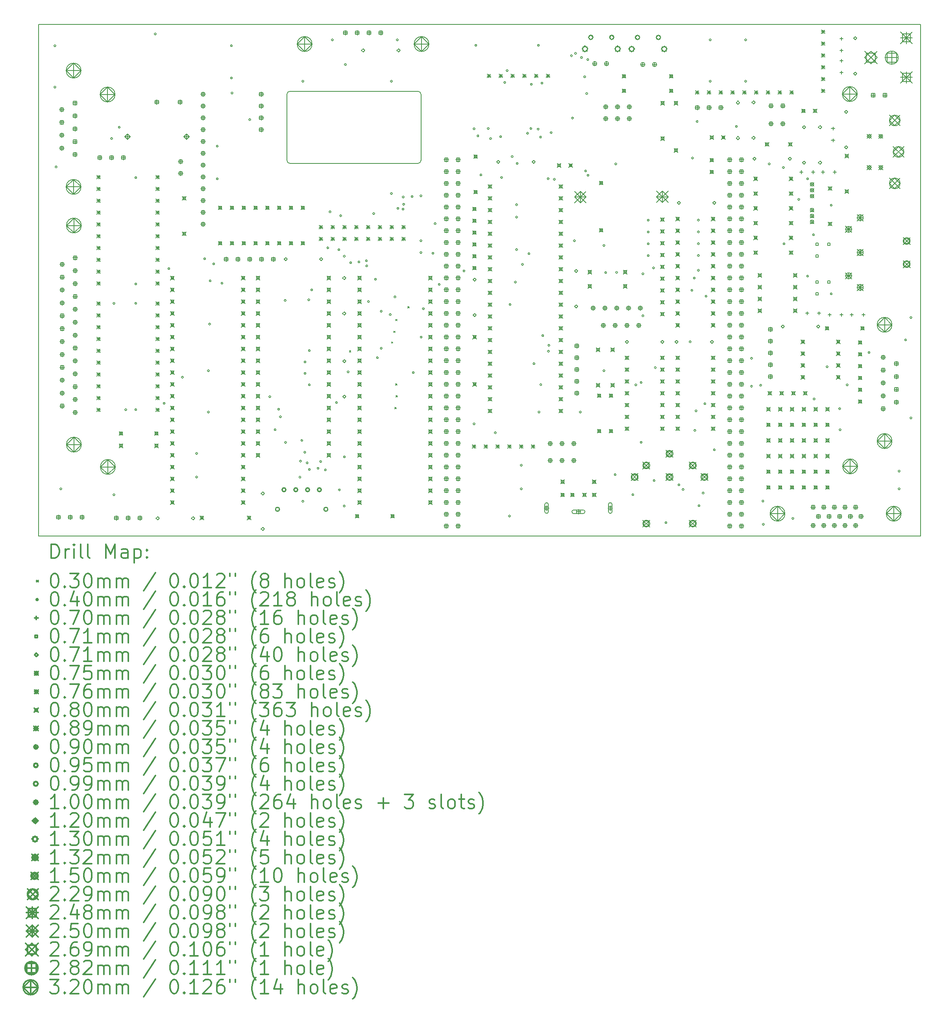
<source format=gbr>
%FSLAX45Y45*%
G04 Gerber Fmt 4.5, Leading zero omitted, Abs format (unit mm)*
G04 Created by KiCad (PCBNEW (5.1.7)-1) date 2021-12-19 02:38:39*
%MOMM*%
%LPD*%
G01*
G04 APERTURE LIST*
%TA.AperFunction,Profile*%
%ADD10C,0.150000*%
%TD*%
%ADD11C,0.200000*%
%ADD12C,0.300000*%
G04 APERTURE END LIST*
D10*
X15225500Y-5329900D02*
X12914100Y-5329900D01*
X12914100Y-5329900D02*
X12495000Y-5329900D01*
X12469600Y-5329900D02*
X12495000Y-5329900D01*
X12406100Y-5495000D02*
X12406100Y-5393400D01*
X12406100Y-6815800D02*
X12406100Y-5495000D01*
X15225500Y-6879300D02*
X12469600Y-6879300D01*
X15289000Y-6815800D02*
X15289000Y-5393400D01*
X12406100Y-5393400D02*
G75*
G02*
X12469600Y-5329900I63500J0D01*
G01*
X15225500Y-5329900D02*
G75*
G02*
X15289000Y-5393400I0J-63500D01*
G01*
X12469600Y-6879300D02*
G75*
G02*
X12406100Y-6815800I0J63500D01*
G01*
X15289000Y-6815800D02*
G75*
G02*
X15225500Y-6879300I-63500J0D01*
G01*
X26033200Y-3894800D02*
X25525200Y-3894800D01*
X26033200Y-5622000D02*
X26033200Y-3894800D01*
X26033200Y-14893000D02*
X26033200Y-5622000D01*
X7059400Y-3894800D02*
X7084800Y-3894800D01*
X7059400Y-14893000D02*
X7059400Y-3894800D01*
X25525200Y-3894800D02*
X7084800Y-3894800D01*
X26033200Y-14893000D02*
X7059400Y-14893000D01*
D11*
X13750000Y-10902900D02*
X13780000Y-10932900D01*
X13780000Y-10902900D02*
X13750000Y-10932900D01*
X14655689Y-10712400D02*
X14685689Y-10742400D01*
X14685689Y-10712400D02*
X14655689Y-10742400D01*
X14701090Y-10483800D02*
X14731090Y-10513800D01*
X14731090Y-10483800D02*
X14701090Y-10513800D01*
X14727900Y-12122100D02*
X14757900Y-12152100D01*
X14757900Y-12122100D02*
X14727900Y-12152100D01*
X14746491Y-10229800D02*
X14776491Y-10259800D01*
X14776491Y-10229800D02*
X14746491Y-10259800D01*
X14746491Y-11614100D02*
X14776491Y-11644100D01*
X14776491Y-11614100D02*
X14746491Y-11644100D01*
X14753300Y-11868100D02*
X14783300Y-11898100D01*
X14783300Y-11868100D02*
X14753300Y-11898100D01*
X15008096Y-9955799D02*
X15038096Y-9985799D01*
X15038096Y-9955799D02*
X15008096Y-9985799D01*
X7435000Y-4352000D02*
G75*
G03*
X7435000Y-4352000I-20000J0D01*
G01*
X7435000Y-5241000D02*
G75*
G03*
X7435000Y-5241000I-20000J0D01*
G01*
X7460400Y-6955500D02*
G75*
G03*
X7460400Y-6955500I-20000J0D01*
G01*
X7562000Y-13877000D02*
G75*
G03*
X7562000Y-13877000I-20000J0D01*
G01*
X8654200Y-6345900D02*
G75*
G03*
X8654200Y-6345900I-20000J0D01*
G01*
X8705000Y-9889200D02*
G75*
G03*
X8705000Y-9889200I-20000J0D01*
G01*
X8705000Y-14004000D02*
G75*
G03*
X8705000Y-14004000I-20000J0D01*
G01*
X8819300Y-6104600D02*
G75*
G03*
X8819300Y-6104600I-20000J0D01*
G01*
X8959000Y-12175200D02*
G75*
G03*
X8959000Y-12175200I-20000J0D01*
G01*
X9174900Y-7184100D02*
G75*
G03*
X9174900Y-7184100I-20000J0D01*
G01*
X9174900Y-9470100D02*
G75*
G03*
X9174900Y-9470100I-20000J0D01*
G01*
X9174900Y-9889200D02*
G75*
G03*
X9174900Y-9889200I-20000J0D01*
G01*
X9174900Y-12175200D02*
G75*
G03*
X9174900Y-12175200I-20000J0D01*
G01*
X9594000Y-4098000D02*
G75*
G03*
X9594000Y-4098000I-20000J0D01*
G01*
X9784500Y-12035500D02*
G75*
G03*
X9784500Y-12035500I-20000J0D01*
G01*
X9886100Y-9139900D02*
G75*
G03*
X9886100Y-9139900I-20000J0D01*
G01*
X10178200Y-11476700D02*
G75*
G03*
X10178200Y-11476700I-20000J0D01*
G01*
X10483000Y-13115000D02*
G75*
G03*
X10483000Y-13115000I-20000J0D01*
G01*
X10483000Y-13623000D02*
G75*
G03*
X10483000Y-13623000I-20000J0D01*
G01*
X10657300Y-8928300D02*
G75*
G03*
X10657300Y-8928300I-20000J0D01*
G01*
X10737000Y-11337000D02*
G75*
G03*
X10737000Y-11337000I-20000J0D01*
G01*
X10737000Y-12226000D02*
G75*
G03*
X10737000Y-12226000I-20000J0D01*
G01*
X10762400Y-10333700D02*
G75*
G03*
X10762400Y-10333700I-20000J0D01*
G01*
X10775100Y-9406600D02*
G75*
G03*
X10775100Y-9406600I-20000J0D01*
G01*
X10851300Y-9038300D02*
G75*
G03*
X10851300Y-9038300I-20000J0D01*
G01*
X10927500Y-6511000D02*
G75*
G03*
X10927500Y-6511000I-20000J0D01*
G01*
X10927500Y-7209500D02*
G75*
G03*
X10927500Y-7209500I-20000J0D01*
G01*
X11029100Y-9457400D02*
G75*
G03*
X11029100Y-9457400I-20000J0D01*
G01*
X11232300Y-4352000D02*
G75*
G03*
X11232300Y-4352000I-20000J0D01*
G01*
X11232300Y-5042880D02*
G75*
G03*
X11232300Y-5042880I-20000J0D01*
G01*
X11245000Y-5368000D02*
G75*
G03*
X11245000Y-5368000I-20000J0D01*
G01*
X11626000Y-5939500D02*
G75*
G03*
X11626000Y-5939500I-20000J0D01*
G01*
X12057800Y-11895800D02*
G75*
G03*
X12057800Y-11895800I-20000J0D01*
G01*
X12172100Y-12607000D02*
G75*
G03*
X12172100Y-12607000I-20000J0D01*
G01*
X12248300Y-12162500D02*
G75*
G03*
X12248300Y-12162500I-20000J0D01*
G01*
X12286400Y-12327600D02*
G75*
G03*
X12286400Y-12327600I-20000J0D01*
G01*
X12388000Y-9825700D02*
G75*
G03*
X12388000Y-9825700I-20000J0D01*
G01*
X12396400Y-12878000D02*
G75*
G03*
X12396400Y-12878000I-20000J0D01*
G01*
X12705500Y-13625850D02*
G75*
G03*
X12705500Y-13625850I-20000J0D01*
G01*
X12718200Y-13280100D02*
G75*
G03*
X12718200Y-13280100I-20000J0D01*
G01*
X12747100Y-12835600D02*
G75*
G03*
X12747100Y-12835600I-20000J0D01*
G01*
X12769000Y-5114000D02*
G75*
G03*
X12769000Y-5114000I-20000J0D01*
G01*
X12769000Y-14143700D02*
G75*
G03*
X12769000Y-14143700I-20000J0D01*
G01*
X12810600Y-13089600D02*
G75*
G03*
X12810600Y-13089600I-20000J0D01*
G01*
X12816301Y-11146500D02*
G75*
G03*
X12816301Y-11146500I-20000J0D01*
G01*
X12816301Y-11392071D02*
G75*
G03*
X12816301Y-11392071I-20000J0D01*
G01*
X12861400Y-13318200D02*
G75*
G03*
X12861400Y-13318200I-20000J0D01*
G01*
X12896000Y-9813000D02*
G75*
G03*
X12896000Y-9813000I-20000J0D01*
G01*
X12908700Y-10905200D02*
G75*
G03*
X12908700Y-10905200I-20000J0D01*
G01*
X12908700Y-13457900D02*
G75*
G03*
X12908700Y-13457900I-20000J0D01*
G01*
X12909003Y-11641800D02*
G75*
G03*
X12909003Y-11641800I-20000J0D01*
G01*
X12959500Y-9597100D02*
G75*
G03*
X12959500Y-9597100I-20000J0D01*
G01*
X13096038Y-13432198D02*
G75*
G03*
X13096038Y-13432198I-20000J0D01*
G01*
X13150909Y-13289594D02*
G75*
G03*
X13150909Y-13289594I-20000J0D01*
G01*
X13253268Y-13468932D02*
G75*
G03*
X13253268Y-13468932I-20000J0D01*
G01*
X13305383Y-8695400D02*
G75*
G03*
X13305383Y-8695400I-20000J0D01*
G01*
X13353200Y-7920700D02*
G75*
G03*
X13353200Y-7920700I-20000J0D01*
G01*
X13404000Y-4225000D02*
G75*
G03*
X13404000Y-4225000I-20000J0D01*
G01*
X13492900Y-12022800D02*
G75*
G03*
X13492900Y-12022800I-20000J0D01*
G01*
X13543700Y-8733500D02*
G75*
G03*
X13543700Y-8733500I-20000J0D01*
G01*
X13553992Y-13898070D02*
G75*
G03*
X13553992Y-13898070I-20000J0D01*
G01*
X13581800Y-8004201D02*
G75*
G03*
X13581800Y-8004201I-20000J0D01*
G01*
X13658239Y-14244324D02*
G75*
G03*
X13658239Y-14244324I-20000J0D01*
G01*
X13660448Y-8875648D02*
G75*
G03*
X13660448Y-8875648I-20000J0D01*
G01*
X13660540Y-13188660D02*
G75*
G03*
X13660540Y-13188660I-20000J0D01*
G01*
X13683400Y-4754901D02*
G75*
G03*
X13683400Y-4754901I-20000J0D01*
G01*
X13742300Y-11362400D02*
G75*
G03*
X13742300Y-11362400I-20000J0D01*
G01*
X13797777Y-9015646D02*
G75*
G03*
X13797777Y-9015646I-20000J0D01*
G01*
X13975500Y-9000200D02*
G75*
G03*
X13975500Y-9000200I-20000J0D01*
G01*
X14135911Y-8974800D02*
G75*
G03*
X14135911Y-8974800I-20000J0D01*
G01*
X14142058Y-9083099D02*
G75*
G03*
X14142058Y-9083099I-20000J0D01*
G01*
X14178700Y-9850140D02*
G75*
G03*
X14178700Y-9850140I-20000J0D01*
G01*
X14293000Y-7958800D02*
G75*
G03*
X14293000Y-7958800I-20000J0D01*
G01*
X14331100Y-9368501D02*
G75*
G03*
X14331100Y-9368501I-20000J0D01*
G01*
X14372699Y-11057600D02*
G75*
G03*
X14372699Y-11057600I-20000J0D01*
G01*
X14454601Y-10058000D02*
G75*
G03*
X14454601Y-10058000I-20000J0D01*
G01*
X14454601Y-10854400D02*
G75*
G03*
X14454601Y-10854400I-20000J0D01*
G01*
X14648600Y-10130500D02*
G75*
G03*
X14648600Y-10130500I-20000J0D01*
G01*
X14674000Y-5114000D02*
G75*
G03*
X14674000Y-5114000I-20000J0D01*
G01*
X14674000Y-7527000D02*
G75*
G03*
X14674000Y-7527000I-20000J0D01*
G01*
X14750200Y-9749500D02*
G75*
G03*
X14750200Y-9749500I-20000J0D01*
G01*
X14801000Y-4225000D02*
G75*
G03*
X14801000Y-4225000I-20000J0D01*
G01*
X14813699Y-7844500D02*
G75*
G03*
X14813699Y-7844500I-20000J0D01*
G01*
X14922257Y-7862943D02*
G75*
G03*
X14922257Y-7862943I-20000J0D01*
G01*
X14928000Y-7603200D02*
G75*
G03*
X14928000Y-7603200I-20000J0D01*
G01*
X14938470Y-7758859D02*
G75*
G03*
X14938470Y-7758859I-20000J0D01*
G01*
X15118500Y-7590500D02*
G75*
G03*
X15118500Y-7590500I-20000J0D01*
G01*
X15143900Y-11375100D02*
G75*
G03*
X15143900Y-11375100I-20000J0D01*
G01*
X15309000Y-7577800D02*
G75*
G03*
X15309000Y-7577800I-20000J0D01*
G01*
X15309000Y-8543000D02*
G75*
G03*
X15309000Y-8543000I-20000J0D01*
G01*
X15309000Y-8797000D02*
G75*
G03*
X15309000Y-8797000I-20000J0D01*
G01*
X15314700Y-10613100D02*
G75*
G03*
X15314700Y-10613100I-20000J0D01*
G01*
X15361699Y-10003500D02*
G75*
G03*
X15361699Y-10003500I-20000J0D01*
G01*
X15566500Y-8809700D02*
G75*
G03*
X15566500Y-8809700I-20000J0D01*
G01*
X15613800Y-8174700D02*
G75*
G03*
X15613800Y-8174700I-20000J0D01*
G01*
X15702700Y-9482800D02*
G75*
G03*
X15702700Y-9482800I-20000J0D01*
G01*
X16234201Y-9190700D02*
G75*
G03*
X16234201Y-9190700I-20000J0D01*
G01*
X16452000Y-6136350D02*
G75*
G03*
X16452000Y-6136350I-20000J0D01*
G01*
X16452000Y-12480000D02*
G75*
G03*
X16452000Y-12480000I-20000J0D01*
G01*
X16490100Y-4339300D02*
G75*
G03*
X16490100Y-4339300I-20000J0D01*
G01*
X16534550Y-6288750D02*
G75*
G03*
X16534550Y-6288750I-20000J0D01*
G01*
X16598050Y-7126950D02*
G75*
G03*
X16598050Y-7126950I-20000J0D01*
G01*
X16756800Y-6130000D02*
G75*
G03*
X16756800Y-6130000I-20000J0D01*
G01*
X16806880Y-6346828D02*
G75*
G03*
X16806880Y-6346828I-20000J0D01*
G01*
X16909200Y-12670500D02*
G75*
G03*
X16909200Y-12670500I-20000J0D01*
G01*
X17023500Y-6304300D02*
G75*
G03*
X17023500Y-6304300I-20000J0D01*
G01*
X17042550Y-7184100D02*
G75*
G03*
X17042550Y-7184100I-20000J0D01*
G01*
X17111759Y-5139973D02*
G75*
G03*
X17111759Y-5139973I-20000J0D01*
G01*
X17163200Y-4885400D02*
G75*
G03*
X17163200Y-4885400I-20000J0D01*
G01*
X17214000Y-14461200D02*
G75*
G03*
X17214000Y-14461200I-20000J0D01*
G01*
X17226700Y-9914600D02*
G75*
G03*
X17226700Y-9914600I-20000J0D01*
G01*
X17271150Y-6733250D02*
G75*
G03*
X17271150Y-6733250I-20000J0D01*
G01*
X17341000Y-9432000D02*
G75*
G03*
X17341000Y-9432000I-20000J0D01*
G01*
X17366400Y-7768300D02*
G75*
G03*
X17366400Y-7768300I-20000J0D01*
G01*
X17366400Y-8035000D02*
G75*
G03*
X17366400Y-8035000I-20000J0D01*
G01*
X17366400Y-8733500D02*
G75*
G03*
X17366400Y-8733500I-20000J0D01*
G01*
X17379100Y-6879300D02*
G75*
G03*
X17379100Y-6879300I-20000J0D01*
G01*
X17468000Y-13369000D02*
G75*
G03*
X17468000Y-13369000I-20000J0D01*
G01*
X17468000Y-13877000D02*
G75*
G03*
X17468000Y-13877000I-20000J0D01*
G01*
X17493400Y-9051000D02*
G75*
G03*
X17493400Y-9051000I-20000J0D01*
G01*
X17601350Y-6231600D02*
G75*
G03*
X17601350Y-6231600I-20000J0D01*
G01*
X17633100Y-8822400D02*
G75*
G03*
X17633100Y-8822400I-20000J0D01*
G01*
X17674050Y-6130000D02*
G75*
G03*
X17674050Y-6130000I-20000J0D01*
G01*
X17683900Y-5177500D02*
G75*
G03*
X17683900Y-5177500I-20000J0D01*
G01*
X17741050Y-11184600D02*
G75*
G03*
X17741050Y-11184600I-20000J0D01*
G01*
X17829950Y-6142700D02*
G75*
G03*
X17829950Y-6142700I-20000J0D01*
G01*
X17836300Y-4339300D02*
G75*
G03*
X17836300Y-4339300I-20000J0D01*
G01*
X17849000Y-12226000D02*
G75*
G03*
X17849000Y-12226000I-20000J0D01*
G01*
X17880750Y-6314150D02*
G75*
G03*
X17880750Y-6314150I-20000J0D01*
G01*
X17887100Y-11635450D02*
G75*
G03*
X17887100Y-11635450I-20000J0D01*
G01*
X17912500Y-5152100D02*
G75*
G03*
X17912500Y-5152100I-20000J0D01*
G01*
X17930741Y-10582268D02*
G75*
G03*
X17930741Y-10582268I-20000J0D01*
G01*
X18045351Y-7209500D02*
G75*
G03*
X18045351Y-7209500I-20000J0D01*
G01*
X18052200Y-10917900D02*
G75*
G03*
X18052200Y-10917900I-20000J0D01*
G01*
X18061400Y-10790900D02*
G75*
G03*
X18061400Y-10790900I-20000J0D01*
G01*
X18109350Y-6218900D02*
G75*
G03*
X18109350Y-6218900I-20000J0D01*
G01*
X18179200Y-7222200D02*
G75*
G03*
X18179200Y-7222200I-20000J0D01*
G01*
X18547500Y-4564098D02*
G75*
G03*
X18547500Y-4564098I-20000J0D01*
G01*
X18570110Y-5904190D02*
G75*
G03*
X18570110Y-5904190I-20000J0D01*
G01*
X18611000Y-8543000D02*
G75*
G03*
X18611000Y-8543000I-20000J0D01*
G01*
X18634475Y-4514747D02*
G75*
G03*
X18634475Y-4514747I-20000J0D01*
G01*
X18738000Y-12226000D02*
G75*
G03*
X18738000Y-12226000I-20000J0D01*
G01*
X18763400Y-4602598D02*
G75*
G03*
X18763400Y-4602598I-20000J0D01*
G01*
X18830101Y-5018750D02*
G75*
G03*
X18830101Y-5018750I-20000J0D01*
G01*
X18852300Y-7044400D02*
G75*
G03*
X18852300Y-7044400I-20000J0D01*
G01*
X18874849Y-5378050D02*
G75*
G03*
X18874849Y-5378050I-20000J0D01*
G01*
X18897880Y-4647999D02*
G75*
G03*
X18897880Y-4647999I-20000J0D01*
G01*
X18903100Y-7133300D02*
G75*
G03*
X18903100Y-7133300I-20000J0D01*
G01*
X19246000Y-8644600D02*
G75*
G03*
X19246000Y-8644600I-20000J0D01*
G01*
X19246000Y-11337000D02*
G75*
G03*
X19246000Y-11337000I-20000J0D01*
G01*
X19284100Y-9228800D02*
G75*
G03*
X19284100Y-9228800I-20000J0D01*
G01*
X19487300Y-13572200D02*
G75*
G03*
X19487300Y-13572200I-20000J0D01*
G01*
X19500000Y-6892000D02*
G75*
G03*
X19500000Y-6892000I-20000J0D01*
G01*
X19517800Y-9222450D02*
G75*
G03*
X19517800Y-9222450I-20000J0D01*
G01*
X19868300Y-14004000D02*
G75*
G03*
X19868300Y-14004000I-20000J0D01*
G01*
X19931800Y-11641800D02*
G75*
G03*
X19931800Y-11641800I-20000J0D01*
G01*
X20046099Y-11591000D02*
G75*
G03*
X20046099Y-11591000I-20000J0D01*
G01*
X20046100Y-12873700D02*
G75*
G03*
X20046100Y-12873700I-20000J0D01*
G01*
X20084200Y-9254200D02*
G75*
G03*
X20084200Y-9254200I-20000J0D01*
G01*
X20084200Y-10155900D02*
G75*
G03*
X20084200Y-10155900I-20000J0D01*
G01*
X20198500Y-8098500D02*
G75*
G03*
X20198500Y-8098500I-20000J0D01*
G01*
X20198500Y-8352500D02*
G75*
G03*
X20198500Y-8352500I-20000J0D01*
G01*
X20198500Y-8606500D02*
G75*
G03*
X20198500Y-8606500I-20000J0D01*
G01*
X20198500Y-8860500D02*
G75*
G03*
X20198500Y-8860500I-20000J0D01*
G01*
X20312800Y-9127200D02*
G75*
G03*
X20312800Y-9127200I-20000J0D01*
G01*
X20325500Y-13699200D02*
G75*
G03*
X20325500Y-13699200I-20000J0D01*
G01*
X20349302Y-11271902D02*
G75*
G03*
X20349302Y-11271902I-20000J0D01*
G01*
X20579500Y-14600900D02*
G75*
G03*
X20579500Y-14600900I-20000J0D01*
G01*
X20858900Y-13788100D02*
G75*
G03*
X20858900Y-13788100I-20000J0D01*
G01*
X20947800Y-13889700D02*
G75*
G03*
X20947800Y-13889700I-20000J0D01*
G01*
X21100200Y-10714700D02*
G75*
G03*
X21100200Y-10714700I-20000J0D01*
G01*
X21138300Y-9609800D02*
G75*
G03*
X21138300Y-9609800I-20000J0D01*
G01*
X21151000Y-6765000D02*
G75*
G03*
X21151000Y-6765000I-20000J0D01*
G01*
X21189100Y-9343100D02*
G75*
G03*
X21189100Y-9343100I-20000J0D01*
G01*
X21201800Y-12619700D02*
G75*
G03*
X21201800Y-12619700I-20000J0D01*
G01*
X21227200Y-12200600D02*
G75*
G03*
X21227200Y-12200600I-20000J0D01*
G01*
X21250060Y-5977600D02*
G75*
G03*
X21250060Y-5977600I-20000J0D01*
G01*
X21278000Y-8098500D02*
G75*
G03*
X21278000Y-8098500I-20000J0D01*
G01*
X21278000Y-8352500D02*
G75*
G03*
X21278000Y-8352500I-20000J0D01*
G01*
X21278000Y-8606500D02*
G75*
G03*
X21278000Y-8606500I-20000J0D01*
G01*
X21278000Y-8860500D02*
G75*
G03*
X21278000Y-8860500I-20000J0D01*
G01*
X21278000Y-9178000D02*
G75*
G03*
X21278000Y-9178000I-20000J0D01*
G01*
X21290700Y-14238700D02*
G75*
G03*
X21290700Y-14238700I-20000J0D01*
G01*
X21379600Y-13965900D02*
G75*
G03*
X21379600Y-13965900I-20000J0D01*
G01*
X21417700Y-12048200D02*
G75*
G03*
X21417700Y-12048200I-20000J0D01*
G01*
X21443100Y-9736800D02*
G75*
G03*
X21443100Y-9736800I-20000J0D01*
G01*
X21532000Y-4225000D02*
G75*
G03*
X21532000Y-4225000I-20000J0D01*
G01*
X21532000Y-5114000D02*
G75*
G03*
X21532000Y-5114000I-20000J0D01*
G01*
X21620900Y-13038800D02*
G75*
G03*
X21620900Y-13038800I-20000J0D01*
G01*
X22095880Y-6086820D02*
G75*
G03*
X22095880Y-6086820I-20000J0D01*
G01*
X22294000Y-4225000D02*
G75*
G03*
X22294000Y-4225000I-20000J0D01*
G01*
X22294000Y-5114000D02*
G75*
G03*
X22294000Y-5114000I-20000J0D01*
G01*
X22421000Y-11070300D02*
G75*
G03*
X22421000Y-11070300I-20000J0D01*
G01*
X22421000Y-11669740D02*
G75*
G03*
X22421000Y-11669740I-20000J0D01*
G01*
X22616801Y-11649199D02*
G75*
G03*
X22616801Y-11649199I-20000J0D01*
G01*
X22665600Y-14140400D02*
G75*
G03*
X22665600Y-14140400I-20000J0D01*
G01*
X22675000Y-14639000D02*
G75*
G03*
X22675000Y-14639000I-20000J0D01*
G01*
X22802000Y-6892000D02*
G75*
G03*
X22802000Y-6892000I-20000J0D01*
G01*
X23106800Y-6968200D02*
G75*
G03*
X23106800Y-6968200I-20000J0D01*
G01*
X23119500Y-8606500D02*
G75*
G03*
X23119500Y-8606500I-20000J0D01*
G01*
X23310000Y-14512000D02*
G75*
G03*
X23310000Y-14512000I-20000J0D01*
G01*
X23437000Y-7654000D02*
G75*
G03*
X23437000Y-7654000I-20000J0D01*
G01*
X23627500Y-7209500D02*
G75*
G03*
X23627500Y-7209500I-20000J0D01*
G01*
X23627500Y-9305000D02*
G75*
G03*
X23627500Y-9305000I-20000J0D01*
G01*
X23754500Y-8416000D02*
G75*
G03*
X23754500Y-8416000I-20000J0D01*
G01*
X23766292Y-11944600D02*
G75*
G03*
X23766292Y-11944600I-20000J0D01*
G01*
X24046600Y-11251600D02*
G75*
G03*
X24046600Y-11251600I-20000J0D01*
G01*
X24135500Y-7781000D02*
G75*
G03*
X24135500Y-7781000I-20000J0D01*
G01*
X24135500Y-9686000D02*
G75*
G03*
X24135500Y-9686000I-20000J0D01*
G01*
X24315237Y-12152900D02*
G75*
G03*
X24315237Y-12152900I-20000J0D01*
G01*
X24326000Y-12607000D02*
G75*
G03*
X24326000Y-12607000I-20000J0D01*
G01*
X24478400Y-11641800D02*
G75*
G03*
X24478400Y-11641800I-20000J0D01*
G01*
X24948300Y-10943300D02*
G75*
G03*
X24948300Y-10943300I-20000J0D01*
G01*
X25596000Y-13496000D02*
G75*
G03*
X25596000Y-13496000I-20000J0D01*
G01*
X25596000Y-13877000D02*
G75*
G03*
X25596000Y-13877000I-20000J0D01*
G01*
X25735700Y-10676600D02*
G75*
G03*
X25735700Y-10676600I-20000J0D01*
G01*
X25850000Y-10194000D02*
G75*
G03*
X25850000Y-10194000I-20000J0D01*
G01*
X25850000Y-12353000D02*
G75*
G03*
X25850000Y-12353000I-20000J0D01*
G01*
X24153600Y-6095000D02*
X24153600Y-6165000D01*
X24118600Y-6130000D02*
X24188600Y-6130000D01*
X24153600Y-6349000D02*
X24153600Y-6419000D01*
X24118600Y-6384000D02*
X24188600Y-6384000D01*
X23937700Y-7028450D02*
X23937700Y-7098450D01*
X23902700Y-7063450D02*
X23972700Y-7063450D01*
X24191700Y-7028450D02*
X24191700Y-7098450D01*
X24156700Y-7063450D02*
X24226700Y-7063450D01*
X23601150Y-10063750D02*
X23601150Y-10133750D01*
X23566150Y-10098750D02*
X23636150Y-10098750D01*
X23855150Y-10063750D02*
X23855150Y-10133750D01*
X23820150Y-10098750D02*
X23890150Y-10098750D01*
X23474150Y-7028450D02*
X23474150Y-7098450D01*
X23439150Y-7063450D02*
X23509150Y-7063450D01*
X23728150Y-7028450D02*
X23728150Y-7098450D01*
X23693150Y-7063450D02*
X23763150Y-7063450D01*
X24337750Y-4634500D02*
X24337750Y-4704500D01*
X24302750Y-4669500D02*
X24372750Y-4669500D01*
X24337750Y-4888500D02*
X24337750Y-4958500D01*
X24302750Y-4923500D02*
X24372750Y-4923500D01*
X24337750Y-4164600D02*
X24337750Y-4234600D01*
X24302750Y-4199600D02*
X24372750Y-4199600D01*
X24337750Y-4418600D02*
X24337750Y-4488600D01*
X24302750Y-4453600D02*
X24372750Y-4453600D01*
X24553650Y-10095500D02*
X24553650Y-10165500D01*
X24518650Y-10130500D02*
X24588650Y-10130500D01*
X24807650Y-10095500D02*
X24807650Y-10165500D01*
X24772650Y-10130500D02*
X24842650Y-10130500D01*
X24083750Y-10095500D02*
X24083750Y-10165500D01*
X24048750Y-10130500D02*
X24118750Y-10130500D01*
X24337750Y-10095500D02*
X24337750Y-10165500D01*
X24302750Y-10130500D02*
X24372750Y-10130500D01*
X23835732Y-9457032D02*
X23835732Y-9406968D01*
X23785668Y-9406968D01*
X23785668Y-9457032D01*
X23835732Y-9457032D01*
X23835732Y-9711032D02*
X23835732Y-9660968D01*
X23785668Y-9660968D01*
X23785668Y-9711032D01*
X23835732Y-9711032D01*
X24089732Y-9457032D02*
X24089732Y-9406968D01*
X24039668Y-9406968D01*
X24039668Y-9457032D01*
X24089732Y-9457032D01*
X23835732Y-8644232D02*
X23835732Y-8594168D01*
X23785668Y-8594168D01*
X23785668Y-8644232D01*
X23835732Y-8644232D01*
X23835732Y-8898232D02*
X23835732Y-8848168D01*
X23785668Y-8848168D01*
X23785668Y-8898232D01*
X23835732Y-8898232D01*
X24089732Y-8644232D02*
X24089732Y-8594168D01*
X24039668Y-8594168D01*
X24039668Y-8644232D01*
X24089732Y-8644232D01*
X13640540Y-11169300D02*
X13676040Y-11133800D01*
X13640540Y-11098300D01*
X13605040Y-11133800D01*
X13640540Y-11169300D01*
X13640540Y-11931300D02*
X13676040Y-11895800D01*
X13640540Y-11860300D01*
X13605040Y-11895800D01*
X13640540Y-11931300D01*
X22107376Y-5608732D02*
X22142876Y-5573232D01*
X22107376Y-5537732D01*
X22071876Y-5573232D01*
X22107376Y-5608732D01*
X22107376Y-6370732D02*
X22142876Y-6335232D01*
X22107376Y-6299732D01*
X22071876Y-6335232D01*
X22107376Y-6370732D01*
X19721300Y-10750200D02*
X19756800Y-10714700D01*
X19721300Y-10679200D01*
X19685800Y-10714700D01*
X19721300Y-10750200D01*
X20483300Y-10750200D02*
X20518800Y-10714700D01*
X20483300Y-10679200D01*
X20447800Y-10714700D01*
X20483300Y-10750200D01*
X12380700Y-8972200D02*
X12416200Y-8936700D01*
X12380700Y-8901200D01*
X12345200Y-8936700D01*
X12380700Y-8972200D01*
X13142700Y-8972200D02*
X13178200Y-8936700D01*
X13142700Y-8901200D01*
X13107200Y-8936700D01*
X13142700Y-8972200D01*
X23074100Y-10420000D02*
X23109600Y-10384500D01*
X23074100Y-10349000D01*
X23038600Y-10384500D01*
X23074100Y-10420000D01*
X23836100Y-10420000D02*
X23871600Y-10384500D01*
X23836100Y-10349000D01*
X23800600Y-10384500D01*
X23836100Y-10420000D01*
X16953000Y-6883500D02*
X16988500Y-6848000D01*
X16953000Y-6812500D01*
X16917500Y-6848000D01*
X16953000Y-6883500D01*
X17715000Y-6883500D02*
X17750500Y-6848000D01*
X17715000Y-6812500D01*
X17679500Y-6848000D01*
X17715000Y-6883500D01*
X11885400Y-14014100D02*
X11920900Y-13978600D01*
X11885400Y-13943100D01*
X11849900Y-13978600D01*
X11885400Y-14014100D01*
X11885400Y-14776100D02*
X11920900Y-14740600D01*
X11885400Y-14705100D01*
X11849900Y-14740600D01*
X11885400Y-14776100D01*
X20788100Y-10750200D02*
X20823600Y-10714700D01*
X20788100Y-10679200D01*
X20752600Y-10714700D01*
X20788100Y-10750200D01*
X21550100Y-10750200D02*
X21585600Y-10714700D01*
X21550100Y-10679200D01*
X21514600Y-10714700D01*
X21550100Y-10750200D01*
X24439350Y-5809900D02*
X24474850Y-5774400D01*
X24439350Y-5738900D01*
X24403850Y-5774400D01*
X24439350Y-5809900D01*
X24439350Y-6571900D02*
X24474850Y-6536400D01*
X24439350Y-6500900D01*
X24403850Y-6536400D01*
X24439350Y-6571900D01*
X9624800Y-14547500D02*
X9660300Y-14512000D01*
X9624800Y-14476500D01*
X9589300Y-14512000D01*
X9624800Y-14547500D01*
X10386800Y-14547500D02*
X10422300Y-14512000D01*
X10386800Y-14476500D01*
X10351300Y-14512000D01*
X10386800Y-14547500D01*
X20840170Y-7765700D02*
X20875670Y-7730200D01*
X20840170Y-7694700D01*
X20804670Y-7730200D01*
X20840170Y-7765700D01*
X21602170Y-7765700D02*
X21637670Y-7730200D01*
X21602170Y-7694700D01*
X21566670Y-7730200D01*
X21602170Y-7765700D01*
X22464500Y-6813200D02*
X22500000Y-6777700D01*
X22464500Y-6742200D01*
X22429000Y-6777700D01*
X22464500Y-6813200D01*
X23226500Y-6813200D02*
X23262000Y-6777700D01*
X23226500Y-6742200D01*
X23191000Y-6777700D01*
X23226500Y-6813200D01*
X23874200Y-6140100D02*
X23909700Y-6104600D01*
X23874200Y-6069100D01*
X23838700Y-6104600D01*
X23874200Y-6140100D01*
X23874200Y-6902100D02*
X23909700Y-6866600D01*
X23874200Y-6831100D01*
X23838700Y-6866600D01*
X23874200Y-6902100D01*
X14044400Y-4489100D02*
X14079900Y-4453600D01*
X14044400Y-4418100D01*
X14008900Y-4453600D01*
X14044400Y-4489100D01*
X14806400Y-4489100D02*
X14841900Y-4453600D01*
X14806400Y-4418100D01*
X14770900Y-4453600D01*
X14806400Y-4489100D01*
X22444180Y-5606700D02*
X22479680Y-5571200D01*
X22444180Y-5535700D01*
X22408680Y-5571200D01*
X22444180Y-5606700D01*
X22444180Y-6368700D02*
X22479680Y-6333200D01*
X22444180Y-6297700D01*
X22408680Y-6333200D01*
X22444180Y-6368700D01*
X24629850Y-4222400D02*
X24665350Y-4186900D01*
X24629850Y-4151400D01*
X24594350Y-4186900D01*
X24629850Y-4222400D01*
X24629850Y-4984400D02*
X24665350Y-4948900D01*
X24629850Y-4913400D01*
X24594350Y-4948900D01*
X24629850Y-4984400D01*
X13638000Y-9378600D02*
X13673500Y-9343100D01*
X13638000Y-9307600D01*
X13602500Y-9343100D01*
X13638000Y-9378600D01*
X13638000Y-10140600D02*
X13673500Y-10105100D01*
X13638000Y-10069600D01*
X13602500Y-10105100D01*
X13638000Y-10140600D01*
X16444700Y-9416700D02*
X16480200Y-9381200D01*
X16444700Y-9345700D01*
X16409200Y-9381200D01*
X16444700Y-9416700D01*
X16444700Y-10178700D02*
X16480200Y-10143200D01*
X16444700Y-10107700D01*
X16409200Y-10143200D01*
X16444700Y-10178700D01*
X18629100Y-9226200D02*
X18664600Y-9190700D01*
X18629100Y-9155200D01*
X18593600Y-9190700D01*
X18629100Y-9226200D01*
X18629100Y-9988200D02*
X18664600Y-9952700D01*
X18629100Y-9917200D01*
X18593600Y-9952700D01*
X18629100Y-9988200D01*
X23531300Y-6140100D02*
X23566800Y-6104600D01*
X23531300Y-6069100D01*
X23495800Y-6104600D01*
X23531300Y-6140100D01*
X23531300Y-6902100D02*
X23566800Y-6866600D01*
X23531300Y-6831100D01*
X23495800Y-6866600D01*
X23531300Y-6902100D01*
X23665250Y-7845100D02*
X23740250Y-7920100D01*
X23740250Y-7845100D02*
X23665250Y-7920100D01*
X23740250Y-7882600D02*
G75*
G03*
X23740250Y-7882600I-37500J0D01*
G01*
X23665250Y-7972100D02*
X23740250Y-8047100D01*
X23740250Y-7972100D02*
X23665250Y-8047100D01*
X23740250Y-8009600D02*
G75*
G03*
X23740250Y-8009600I-37500J0D01*
G01*
X23665250Y-8099100D02*
X23740250Y-8174100D01*
X23740250Y-8099100D02*
X23665250Y-8174100D01*
X23740250Y-8136600D02*
G75*
G03*
X23740250Y-8136600I-37500J0D01*
G01*
X23665250Y-7292650D02*
X23740250Y-7367650D01*
X23740250Y-7292650D02*
X23665250Y-7367650D01*
X23740250Y-7330150D02*
G75*
G03*
X23740250Y-7330150I-37500J0D01*
G01*
X23665250Y-7419650D02*
X23740250Y-7494650D01*
X23740250Y-7419650D02*
X23665250Y-7494650D01*
X23740250Y-7457150D02*
G75*
G03*
X23740250Y-7457150I-37500J0D01*
G01*
X23665250Y-7546650D02*
X23740250Y-7621650D01*
X23740250Y-7546650D02*
X23665250Y-7621650D01*
X23740250Y-7584150D02*
G75*
G03*
X23740250Y-7584150I-37500J0D01*
G01*
X13100200Y-8211000D02*
X13176400Y-8287200D01*
X13176400Y-8211000D02*
X13100200Y-8287200D01*
X13138300Y-8211000D02*
X13138300Y-8287200D01*
X13100200Y-8249100D02*
X13176400Y-8249100D01*
X13100200Y-8465000D02*
X13176400Y-8541200D01*
X13176400Y-8465000D02*
X13100200Y-8541200D01*
X13138300Y-8465000D02*
X13138300Y-8541200D01*
X13100200Y-8503100D02*
X13176400Y-8503100D01*
X13354200Y-8211000D02*
X13430400Y-8287200D01*
X13430400Y-8211000D02*
X13354200Y-8287200D01*
X13392300Y-8211000D02*
X13392300Y-8287200D01*
X13354200Y-8249100D02*
X13430400Y-8249100D01*
X13354200Y-8465000D02*
X13430400Y-8541200D01*
X13430400Y-8465000D02*
X13354200Y-8541200D01*
X13392300Y-8465000D02*
X13392300Y-8541200D01*
X13354200Y-8503100D02*
X13430400Y-8503100D01*
X13608200Y-8211000D02*
X13684400Y-8287200D01*
X13684400Y-8211000D02*
X13608200Y-8287200D01*
X13646300Y-8211000D02*
X13646300Y-8287200D01*
X13608200Y-8249100D02*
X13684400Y-8249100D01*
X13608200Y-8465000D02*
X13684400Y-8541200D01*
X13684400Y-8465000D02*
X13608200Y-8541200D01*
X13646300Y-8465000D02*
X13646300Y-8541200D01*
X13608200Y-8503100D02*
X13684400Y-8503100D01*
X13862200Y-8211000D02*
X13938400Y-8287200D01*
X13938400Y-8211000D02*
X13862200Y-8287200D01*
X13900300Y-8211000D02*
X13900300Y-8287200D01*
X13862200Y-8249100D02*
X13938400Y-8249100D01*
X13862200Y-8465000D02*
X13938400Y-8541200D01*
X13938400Y-8465000D02*
X13862200Y-8541200D01*
X13900300Y-8465000D02*
X13900300Y-8541200D01*
X13862200Y-8503100D02*
X13938400Y-8503100D01*
X14116200Y-8211000D02*
X14192400Y-8287200D01*
X14192400Y-8211000D02*
X14116200Y-8287200D01*
X14154300Y-8211000D02*
X14154300Y-8287200D01*
X14116200Y-8249100D02*
X14192400Y-8249100D01*
X14116200Y-8465000D02*
X14192400Y-8541200D01*
X14192400Y-8465000D02*
X14116200Y-8541200D01*
X14154300Y-8465000D02*
X14154300Y-8541200D01*
X14116200Y-8503100D02*
X14192400Y-8503100D01*
X14370200Y-8211000D02*
X14446400Y-8287200D01*
X14446400Y-8211000D02*
X14370200Y-8287200D01*
X14408300Y-8211000D02*
X14408300Y-8287200D01*
X14370200Y-8249100D02*
X14446400Y-8249100D01*
X14370200Y-8465000D02*
X14446400Y-8541200D01*
X14446400Y-8465000D02*
X14370200Y-8541200D01*
X14408300Y-8465000D02*
X14408300Y-8541200D01*
X14370200Y-8503100D02*
X14446400Y-8503100D01*
X14624200Y-8211000D02*
X14700400Y-8287200D01*
X14700400Y-8211000D02*
X14624200Y-8287200D01*
X14662300Y-8211000D02*
X14662300Y-8287200D01*
X14624200Y-8249100D02*
X14700400Y-8249100D01*
X14624200Y-8465000D02*
X14700400Y-8541200D01*
X14700400Y-8465000D02*
X14624200Y-8541200D01*
X14662300Y-8465000D02*
X14662300Y-8541200D01*
X14624200Y-8503100D02*
X14700400Y-8503100D01*
X14878200Y-8211000D02*
X14954400Y-8287200D01*
X14954400Y-8211000D02*
X14878200Y-8287200D01*
X14916300Y-8211000D02*
X14916300Y-8287200D01*
X14878200Y-8249100D02*
X14954400Y-8249100D01*
X14878200Y-8465000D02*
X14954400Y-8541200D01*
X14954400Y-8465000D02*
X14878200Y-8541200D01*
X14916300Y-8465000D02*
X14916300Y-8541200D01*
X14878200Y-8503100D02*
X14954400Y-8503100D01*
X8316700Y-9851100D02*
X8392900Y-9927300D01*
X8392900Y-9851100D02*
X8316700Y-9927300D01*
X8354800Y-9851100D02*
X8354800Y-9927300D01*
X8316700Y-9889200D02*
X8392900Y-9889200D01*
X8316700Y-10105100D02*
X8392900Y-10181300D01*
X8392900Y-10105100D02*
X8316700Y-10181300D01*
X8354800Y-10105100D02*
X8354800Y-10181300D01*
X8316700Y-10143200D02*
X8392900Y-10143200D01*
X8316700Y-10359100D02*
X8392900Y-10435300D01*
X8392900Y-10359100D02*
X8316700Y-10435300D01*
X8354800Y-10359100D02*
X8354800Y-10435300D01*
X8316700Y-10397200D02*
X8392900Y-10397200D01*
X8316700Y-10613100D02*
X8392900Y-10689300D01*
X8392900Y-10613100D02*
X8316700Y-10689300D01*
X8354800Y-10613100D02*
X8354800Y-10689300D01*
X8316700Y-10651200D02*
X8392900Y-10651200D01*
X8316700Y-10867100D02*
X8392900Y-10943300D01*
X8392900Y-10867100D02*
X8316700Y-10943300D01*
X8354800Y-10867100D02*
X8354800Y-10943300D01*
X8316700Y-10905200D02*
X8392900Y-10905200D01*
X8316700Y-11121100D02*
X8392900Y-11197300D01*
X8392900Y-11121100D02*
X8316700Y-11197300D01*
X8354800Y-11121100D02*
X8354800Y-11197300D01*
X8316700Y-11159200D02*
X8392900Y-11159200D01*
X8316700Y-11375100D02*
X8392900Y-11451300D01*
X8392900Y-11375100D02*
X8316700Y-11451300D01*
X8354800Y-11375100D02*
X8354800Y-11451300D01*
X8316700Y-11413200D02*
X8392900Y-11413200D01*
X8316700Y-11629100D02*
X8392900Y-11705300D01*
X8392900Y-11629100D02*
X8316700Y-11705300D01*
X8354800Y-11629100D02*
X8354800Y-11705300D01*
X8316700Y-11667200D02*
X8392900Y-11667200D01*
X8316700Y-11883100D02*
X8392900Y-11959300D01*
X8392900Y-11883100D02*
X8316700Y-11959300D01*
X8354800Y-11883100D02*
X8354800Y-11959300D01*
X8316700Y-11921200D02*
X8392900Y-11921200D01*
X8316700Y-12137100D02*
X8392900Y-12213300D01*
X8392900Y-12137100D02*
X8316700Y-12213300D01*
X8354800Y-12137100D02*
X8354800Y-12213300D01*
X8316700Y-12175200D02*
X8392900Y-12175200D01*
X9586700Y-9851100D02*
X9662900Y-9927300D01*
X9662900Y-9851100D02*
X9586700Y-9927300D01*
X9624800Y-9851100D02*
X9624800Y-9927300D01*
X9586700Y-9889200D02*
X9662900Y-9889200D01*
X9586700Y-10105100D02*
X9662900Y-10181300D01*
X9662900Y-10105100D02*
X9586700Y-10181300D01*
X9624800Y-10105100D02*
X9624800Y-10181300D01*
X9586700Y-10143200D02*
X9662900Y-10143200D01*
X9586700Y-10359100D02*
X9662900Y-10435300D01*
X9662900Y-10359100D02*
X9586700Y-10435300D01*
X9624800Y-10359100D02*
X9624800Y-10435300D01*
X9586700Y-10397200D02*
X9662900Y-10397200D01*
X9586700Y-10613100D02*
X9662900Y-10689300D01*
X9662900Y-10613100D02*
X9586700Y-10689300D01*
X9624800Y-10613100D02*
X9624800Y-10689300D01*
X9586700Y-10651200D02*
X9662900Y-10651200D01*
X9586700Y-10867100D02*
X9662900Y-10943300D01*
X9662900Y-10867100D02*
X9586700Y-10943300D01*
X9624800Y-10867100D02*
X9624800Y-10943300D01*
X9586700Y-10905200D02*
X9662900Y-10905200D01*
X9586700Y-11121100D02*
X9662900Y-11197300D01*
X9662900Y-11121100D02*
X9586700Y-11197300D01*
X9624800Y-11121100D02*
X9624800Y-11197300D01*
X9586700Y-11159200D02*
X9662900Y-11159200D01*
X9586700Y-11375100D02*
X9662900Y-11451300D01*
X9662900Y-11375100D02*
X9586700Y-11451300D01*
X9624800Y-11375100D02*
X9624800Y-11451300D01*
X9586700Y-11413200D02*
X9662900Y-11413200D01*
X9586700Y-11629100D02*
X9662900Y-11705300D01*
X9662900Y-11629100D02*
X9586700Y-11705300D01*
X9624800Y-11629100D02*
X9624800Y-11705300D01*
X9586700Y-11667200D02*
X9662900Y-11667200D01*
X9586700Y-11883100D02*
X9662900Y-11959300D01*
X9662900Y-11883100D02*
X9586700Y-11959300D01*
X9624800Y-11883100D02*
X9624800Y-11959300D01*
X9586700Y-11921200D02*
X9662900Y-11921200D01*
X9586700Y-12137100D02*
X9662900Y-12213300D01*
X9662900Y-12137100D02*
X9586700Y-12213300D01*
X9624800Y-12137100D02*
X9624800Y-12213300D01*
X9586700Y-12175200D02*
X9662900Y-12175200D01*
X8316700Y-7133300D02*
X8392900Y-7209500D01*
X8392900Y-7133300D02*
X8316700Y-7209500D01*
X8354800Y-7133300D02*
X8354800Y-7209500D01*
X8316700Y-7171400D02*
X8392900Y-7171400D01*
X8316700Y-7387300D02*
X8392900Y-7463500D01*
X8392900Y-7387300D02*
X8316700Y-7463500D01*
X8354800Y-7387300D02*
X8354800Y-7463500D01*
X8316700Y-7425400D02*
X8392900Y-7425400D01*
X8316700Y-7641300D02*
X8392900Y-7717500D01*
X8392900Y-7641300D02*
X8316700Y-7717500D01*
X8354800Y-7641300D02*
X8354800Y-7717500D01*
X8316700Y-7679400D02*
X8392900Y-7679400D01*
X8316700Y-7895300D02*
X8392900Y-7971500D01*
X8392900Y-7895300D02*
X8316700Y-7971500D01*
X8354800Y-7895300D02*
X8354800Y-7971500D01*
X8316700Y-7933400D02*
X8392900Y-7933400D01*
X8316700Y-8149300D02*
X8392900Y-8225500D01*
X8392900Y-8149300D02*
X8316700Y-8225500D01*
X8354800Y-8149300D02*
X8354800Y-8225500D01*
X8316700Y-8187400D02*
X8392900Y-8187400D01*
X8316700Y-8403300D02*
X8392900Y-8479500D01*
X8392900Y-8403300D02*
X8316700Y-8479500D01*
X8354800Y-8403300D02*
X8354800Y-8479500D01*
X8316700Y-8441400D02*
X8392900Y-8441400D01*
X8316700Y-8657300D02*
X8392900Y-8733500D01*
X8392900Y-8657300D02*
X8316700Y-8733500D01*
X8354800Y-8657300D02*
X8354800Y-8733500D01*
X8316700Y-8695400D02*
X8392900Y-8695400D01*
X8316700Y-8911300D02*
X8392900Y-8987500D01*
X8392900Y-8911300D02*
X8316700Y-8987500D01*
X8354800Y-8911300D02*
X8354800Y-8987500D01*
X8316700Y-8949400D02*
X8392900Y-8949400D01*
X8316700Y-9165300D02*
X8392900Y-9241500D01*
X8392900Y-9165300D02*
X8316700Y-9241500D01*
X8354800Y-9165300D02*
X8354800Y-9241500D01*
X8316700Y-9203400D02*
X8392900Y-9203400D01*
X8316700Y-9419300D02*
X8392900Y-9495500D01*
X8392900Y-9419300D02*
X8316700Y-9495500D01*
X8354800Y-9419300D02*
X8354800Y-9495500D01*
X8316700Y-9457400D02*
X8392900Y-9457400D01*
X9586700Y-7133300D02*
X9662900Y-7209500D01*
X9662900Y-7133300D02*
X9586700Y-7209500D01*
X9624800Y-7133300D02*
X9624800Y-7209500D01*
X9586700Y-7171400D02*
X9662900Y-7171400D01*
X9586700Y-7387300D02*
X9662900Y-7463500D01*
X9662900Y-7387300D02*
X9586700Y-7463500D01*
X9624800Y-7387300D02*
X9624800Y-7463500D01*
X9586700Y-7425400D02*
X9662900Y-7425400D01*
X9586700Y-7641300D02*
X9662900Y-7717500D01*
X9662900Y-7641300D02*
X9586700Y-7717500D01*
X9624800Y-7641300D02*
X9624800Y-7717500D01*
X9586700Y-7679400D02*
X9662900Y-7679400D01*
X9586700Y-7895300D02*
X9662900Y-7971500D01*
X9662900Y-7895300D02*
X9586700Y-7971500D01*
X9624800Y-7895300D02*
X9624800Y-7971500D01*
X9586700Y-7933400D02*
X9662900Y-7933400D01*
X9586700Y-8149300D02*
X9662900Y-8225500D01*
X9662900Y-8149300D02*
X9586700Y-8225500D01*
X9624800Y-8149300D02*
X9624800Y-8225500D01*
X9586700Y-8187400D02*
X9662900Y-8187400D01*
X9586700Y-8403300D02*
X9662900Y-8479500D01*
X9662900Y-8403300D02*
X9586700Y-8479500D01*
X9624800Y-8403300D02*
X9624800Y-8479500D01*
X9586700Y-8441400D02*
X9662900Y-8441400D01*
X9586700Y-8657300D02*
X9662900Y-8733500D01*
X9662900Y-8657300D02*
X9586700Y-8733500D01*
X9624800Y-8657300D02*
X9624800Y-8733500D01*
X9586700Y-8695400D02*
X9662900Y-8695400D01*
X9586700Y-8911300D02*
X9662900Y-8987500D01*
X9662900Y-8911300D02*
X9586700Y-8987500D01*
X9624800Y-8911300D02*
X9624800Y-8987500D01*
X9586700Y-8949400D02*
X9662900Y-8949400D01*
X9586700Y-9165300D02*
X9662900Y-9241500D01*
X9662900Y-9165300D02*
X9586700Y-9241500D01*
X9624800Y-9165300D02*
X9624800Y-9241500D01*
X9586700Y-9203400D02*
X9662900Y-9203400D01*
X9586700Y-9419300D02*
X9662900Y-9495500D01*
X9662900Y-9419300D02*
X9586700Y-9495500D01*
X9624800Y-9419300D02*
X9624800Y-9495500D01*
X9586700Y-9457400D02*
X9662900Y-9457400D01*
X21197040Y-5317200D02*
X21273240Y-5393400D01*
X21273240Y-5317200D02*
X21197040Y-5393400D01*
X21235140Y-5317200D02*
X21235140Y-5393400D01*
X21197040Y-5355300D02*
X21273240Y-5355300D01*
X21451040Y-5317200D02*
X21527240Y-5393400D01*
X21527240Y-5317200D02*
X21451040Y-5393400D01*
X21489140Y-5317200D02*
X21489140Y-5393400D01*
X21451040Y-5355300D02*
X21527240Y-5355300D01*
X21705040Y-5317200D02*
X21781240Y-5393400D01*
X21781240Y-5317200D02*
X21705040Y-5393400D01*
X21743140Y-5317200D02*
X21743140Y-5393400D01*
X21705040Y-5355300D02*
X21781240Y-5355300D01*
X21959040Y-5317200D02*
X22035240Y-5393400D01*
X22035240Y-5317200D02*
X21959040Y-5393400D01*
X21997140Y-5317200D02*
X21997140Y-5393400D01*
X21959040Y-5355300D02*
X22035240Y-5355300D01*
X22213040Y-5317200D02*
X22289240Y-5393400D01*
X22289240Y-5317200D02*
X22213040Y-5393400D01*
X22251140Y-5317200D02*
X22251140Y-5393400D01*
X22213040Y-5355300D02*
X22289240Y-5355300D01*
X22467040Y-5317200D02*
X22543240Y-5393400D01*
X22543240Y-5317200D02*
X22467040Y-5393400D01*
X22505140Y-5317200D02*
X22505140Y-5393400D01*
X22467040Y-5355300D02*
X22543240Y-5355300D01*
X22721040Y-5317200D02*
X22797240Y-5393400D01*
X22797240Y-5317200D02*
X22721040Y-5393400D01*
X22759140Y-5317200D02*
X22759140Y-5393400D01*
X22721040Y-5355300D02*
X22797240Y-5355300D01*
X22975040Y-5317200D02*
X23051240Y-5393400D01*
X23051240Y-5317200D02*
X22975040Y-5393400D01*
X23013140Y-5317200D02*
X23013140Y-5393400D01*
X22975040Y-5355300D02*
X23051240Y-5355300D01*
X23229040Y-5317200D02*
X23305240Y-5393400D01*
X23305240Y-5317200D02*
X23229040Y-5393400D01*
X23267140Y-5317200D02*
X23267140Y-5393400D01*
X23229040Y-5355300D02*
X23305240Y-5355300D01*
X23899600Y-4009100D02*
X23975800Y-4085300D01*
X23975800Y-4009100D02*
X23899600Y-4085300D01*
X23937700Y-4009100D02*
X23937700Y-4085300D01*
X23899600Y-4047200D02*
X23975800Y-4047200D01*
X23899600Y-4263100D02*
X23975800Y-4339300D01*
X23975800Y-4263100D02*
X23899600Y-4339300D01*
X23937700Y-4263100D02*
X23937700Y-4339300D01*
X23899600Y-4301200D02*
X23975800Y-4301200D01*
X23899600Y-4517100D02*
X23975800Y-4593300D01*
X23975800Y-4517100D02*
X23899600Y-4593300D01*
X23937700Y-4517100D02*
X23937700Y-4593300D01*
X23899600Y-4555200D02*
X23975800Y-4555200D01*
X23899600Y-4771100D02*
X23975800Y-4847300D01*
X23975800Y-4771100D02*
X23899600Y-4847300D01*
X23937700Y-4771100D02*
X23937700Y-4847300D01*
X23899600Y-4809200D02*
X23975800Y-4809200D01*
X23899600Y-5025100D02*
X23975800Y-5101300D01*
X23975800Y-5025100D02*
X23899600Y-5101300D01*
X23937700Y-5025100D02*
X23937700Y-5101300D01*
X23899600Y-5063200D02*
X23975800Y-5063200D01*
X23899600Y-5279100D02*
X23975800Y-5355300D01*
X23975800Y-5279100D02*
X23899600Y-5355300D01*
X23937700Y-5279100D02*
X23937700Y-5355300D01*
X23899600Y-5317200D02*
X23975800Y-5317200D01*
X16393900Y-12924500D02*
X16470100Y-13000700D01*
X16470100Y-12924500D02*
X16393900Y-13000700D01*
X16432000Y-12924500D02*
X16432000Y-13000700D01*
X16393900Y-12962600D02*
X16470100Y-12962600D01*
X16647900Y-12924500D02*
X16724100Y-13000700D01*
X16724100Y-12924500D02*
X16647900Y-13000700D01*
X16686000Y-12924500D02*
X16686000Y-13000700D01*
X16647900Y-12962600D02*
X16724100Y-12962600D01*
X16901900Y-12924500D02*
X16978100Y-13000700D01*
X16978100Y-12924500D02*
X16901900Y-13000700D01*
X16940000Y-12924500D02*
X16940000Y-13000700D01*
X16901900Y-12962600D02*
X16978100Y-12962600D01*
X17155900Y-12924500D02*
X17232100Y-13000700D01*
X17232100Y-12924500D02*
X17155900Y-13000700D01*
X17194000Y-12924500D02*
X17194000Y-13000700D01*
X17155900Y-12962600D02*
X17232100Y-12962600D01*
X17409900Y-12924500D02*
X17486100Y-13000700D01*
X17486100Y-12924500D02*
X17409900Y-13000700D01*
X17448000Y-12924500D02*
X17448000Y-13000700D01*
X17409900Y-12962600D02*
X17486100Y-12962600D01*
X17663900Y-12924500D02*
X17740100Y-13000700D01*
X17740100Y-12924500D02*
X17663900Y-13000700D01*
X17702000Y-12924500D02*
X17702000Y-13000700D01*
X17663900Y-12962600D02*
X17740100Y-12962600D01*
X16711400Y-4961600D02*
X16787600Y-5037800D01*
X16787600Y-4961600D02*
X16711400Y-5037800D01*
X16749500Y-4961600D02*
X16749500Y-5037800D01*
X16711400Y-4999700D02*
X16787600Y-4999700D01*
X16965400Y-4961600D02*
X17041600Y-5037800D01*
X17041600Y-4961600D02*
X16965400Y-5037800D01*
X17003500Y-4961600D02*
X17003500Y-5037800D01*
X16965400Y-4999700D02*
X17041600Y-4999700D01*
X17219400Y-4961600D02*
X17295600Y-5037800D01*
X17295600Y-4961600D02*
X17219400Y-5037800D01*
X17257500Y-4961600D02*
X17257500Y-5037800D01*
X17219400Y-4999700D02*
X17295600Y-4999700D01*
X17473400Y-4961600D02*
X17549600Y-5037800D01*
X17549600Y-4961600D02*
X17473400Y-5037800D01*
X17511500Y-4961600D02*
X17511500Y-5037800D01*
X17473400Y-4999700D02*
X17549600Y-4999700D01*
X17727400Y-4961600D02*
X17803600Y-5037800D01*
X17803600Y-4961600D02*
X17727400Y-5037800D01*
X17765500Y-4961600D02*
X17765500Y-5037800D01*
X17727400Y-4999700D02*
X17803600Y-4999700D01*
X17981400Y-4961600D02*
X18057600Y-5037800D01*
X18057600Y-4961600D02*
X17981400Y-5037800D01*
X18019500Y-4961600D02*
X18019500Y-5037800D01*
X17981400Y-4999700D02*
X18057600Y-4999700D01*
X19084400Y-11830400D02*
X19164400Y-11910400D01*
X19164400Y-11830400D02*
X19084400Y-11910400D01*
X19152685Y-11898684D02*
X19152685Y-11842115D01*
X19096116Y-11842115D01*
X19096116Y-11898684D01*
X19152685Y-11898684D01*
X19084400Y-12592400D02*
X19164400Y-12672400D01*
X19164400Y-12592400D02*
X19084400Y-12672400D01*
X19152685Y-12660684D02*
X19152685Y-12604115D01*
X19096116Y-12604115D01*
X19096116Y-12660684D01*
X19152685Y-12660684D01*
X19338400Y-11830400D02*
X19418400Y-11910400D01*
X19418400Y-11830400D02*
X19338400Y-11910400D01*
X19406685Y-11898684D02*
X19406685Y-11842115D01*
X19350116Y-11842115D01*
X19350116Y-11898684D01*
X19406685Y-11898684D01*
X19338400Y-12592400D02*
X19418400Y-12672400D01*
X19418400Y-12592400D02*
X19338400Y-12672400D01*
X19406685Y-12660684D02*
X19406685Y-12604115D01*
X19350116Y-12604115D01*
X19350116Y-12660684D01*
X19406685Y-12660684D01*
X24697800Y-10687400D02*
X24777800Y-10767400D01*
X24777800Y-10687400D02*
X24697800Y-10767400D01*
X24766084Y-10755685D02*
X24766084Y-10699116D01*
X24709515Y-10699116D01*
X24709515Y-10755685D01*
X24766084Y-10755685D01*
X24697800Y-10941400D02*
X24777800Y-11021400D01*
X24777800Y-10941400D02*
X24697800Y-11021400D01*
X24766084Y-11009685D02*
X24766084Y-10953116D01*
X24709515Y-10953116D01*
X24709515Y-11009685D01*
X24766084Y-11009685D01*
X24697800Y-11195400D02*
X24777800Y-11275400D01*
X24777800Y-11195400D02*
X24697800Y-11275400D01*
X24766084Y-11263684D02*
X24766084Y-11207115D01*
X24709515Y-11207115D01*
X24709515Y-11263684D01*
X24766084Y-11263684D01*
X24697800Y-11449400D02*
X24777800Y-11529400D01*
X24777800Y-11449400D02*
X24697800Y-11529400D01*
X24766084Y-11517684D02*
X24766084Y-11461115D01*
X24709515Y-11461115D01*
X24709515Y-11517684D01*
X24766084Y-11517684D01*
X24697800Y-11703400D02*
X24777800Y-11783400D01*
X24777800Y-11703400D02*
X24697800Y-11783400D01*
X24766084Y-11771684D02*
X24766084Y-11715115D01*
X24709515Y-11715115D01*
X24709515Y-11771684D01*
X24766084Y-11771684D01*
X24697800Y-11957400D02*
X24777800Y-12037400D01*
X24777800Y-11957400D02*
X24697800Y-12037400D01*
X24766084Y-12025684D02*
X24766084Y-11969115D01*
X24709515Y-11969115D01*
X24709515Y-12025684D01*
X24766084Y-12025684D01*
X21507560Y-6768180D02*
X21587560Y-6848180D01*
X21587560Y-6768180D02*
X21507560Y-6848180D01*
X21575845Y-6836464D02*
X21575845Y-6779895D01*
X21519276Y-6779895D01*
X21519276Y-6836464D01*
X21575845Y-6836464D01*
X21507560Y-7022180D02*
X21587560Y-7102180D01*
X21587560Y-7022180D02*
X21507560Y-7102180D01*
X21575845Y-7090464D02*
X21575845Y-7033895D01*
X21519276Y-7033895D01*
X21519276Y-7090464D01*
X21575845Y-7090464D01*
X22724716Y-12124024D02*
X22804716Y-12204024D01*
X22804716Y-12124024D02*
X22724716Y-12204024D01*
X22793000Y-12192308D02*
X22793000Y-12135739D01*
X22736431Y-12135739D01*
X22736431Y-12192308D01*
X22793000Y-12192308D01*
X22978716Y-12124024D02*
X23058716Y-12204024D01*
X23058716Y-12124024D02*
X22978716Y-12204024D01*
X23047000Y-12192308D02*
X23047000Y-12135739D01*
X22990431Y-12135739D01*
X22990431Y-12192308D01*
X23047000Y-12192308D01*
X23232716Y-12124024D02*
X23312716Y-12204024D01*
X23312716Y-12124024D02*
X23232716Y-12204024D01*
X23301000Y-12192308D02*
X23301000Y-12135739D01*
X23244431Y-12135739D01*
X23244431Y-12192308D01*
X23301000Y-12192308D01*
X23486716Y-12124024D02*
X23566716Y-12204024D01*
X23566716Y-12124024D02*
X23486716Y-12204024D01*
X23555000Y-12192308D02*
X23555000Y-12135739D01*
X23498431Y-12135739D01*
X23498431Y-12192308D01*
X23555000Y-12192308D01*
X23740716Y-12124024D02*
X23820716Y-12204024D01*
X23820716Y-12124024D02*
X23740716Y-12204024D01*
X23809000Y-12192308D02*
X23809000Y-12135739D01*
X23752431Y-12135739D01*
X23752431Y-12192308D01*
X23809000Y-12192308D01*
X23994716Y-12124024D02*
X24074716Y-12204024D01*
X24074716Y-12124024D02*
X23994716Y-12204024D01*
X24063000Y-12192308D02*
X24063000Y-12135739D01*
X24006431Y-12135739D01*
X24006431Y-12192308D01*
X24063000Y-12192308D01*
X20773500Y-8033100D02*
X20853500Y-8113100D01*
X20853500Y-8033100D02*
X20773500Y-8113100D01*
X20841785Y-8101384D02*
X20841785Y-8044815D01*
X20785216Y-8044815D01*
X20785216Y-8101384D01*
X20841785Y-8101384D01*
X20773500Y-8287100D02*
X20853500Y-8367100D01*
X20853500Y-8287100D02*
X20773500Y-8367100D01*
X20841785Y-8355384D02*
X20841785Y-8298815D01*
X20785216Y-8298815D01*
X20785216Y-8355384D01*
X20841785Y-8355384D01*
X20773500Y-8541100D02*
X20853500Y-8621100D01*
X20853500Y-8541100D02*
X20773500Y-8621100D01*
X20841785Y-8609385D02*
X20841785Y-8552816D01*
X20785216Y-8552816D01*
X20785216Y-8609385D01*
X20841785Y-8609385D01*
X20773500Y-8795100D02*
X20853500Y-8875100D01*
X20853500Y-8795100D02*
X20773500Y-8875100D01*
X20841785Y-8863385D02*
X20841785Y-8806816D01*
X20785216Y-8806816D01*
X20785216Y-8863385D01*
X20841785Y-8863385D01*
X20773500Y-9049100D02*
X20853500Y-9129100D01*
X20853500Y-9049100D02*
X20773500Y-9129100D01*
X20841785Y-9117385D02*
X20841785Y-9060816D01*
X20785216Y-9060816D01*
X20785216Y-9117385D01*
X20841785Y-9117385D01*
X20773500Y-9303100D02*
X20853500Y-9383100D01*
X20853500Y-9303100D02*
X20773500Y-9383100D01*
X20841785Y-9371385D02*
X20841785Y-9314816D01*
X20785216Y-9314816D01*
X20785216Y-9371385D01*
X20841785Y-9371385D01*
X20773500Y-9557100D02*
X20853500Y-9637100D01*
X20853500Y-9557100D02*
X20773500Y-9637100D01*
X20841785Y-9625385D02*
X20841785Y-9568816D01*
X20785216Y-9568816D01*
X20785216Y-9625385D01*
X20841785Y-9625385D01*
X20773500Y-9811100D02*
X20853500Y-9891100D01*
X20853500Y-9811100D02*
X20773500Y-9891100D01*
X20841785Y-9879385D02*
X20841785Y-9822816D01*
X20785216Y-9822816D01*
X20785216Y-9879385D01*
X20841785Y-9879385D01*
X20773500Y-10065100D02*
X20853500Y-10145100D01*
X20853500Y-10065100D02*
X20773500Y-10145100D01*
X20841785Y-10133385D02*
X20841785Y-10076816D01*
X20785216Y-10076816D01*
X20785216Y-10133385D01*
X20841785Y-10133385D01*
X20773500Y-10319100D02*
X20853500Y-10399100D01*
X20853500Y-10319100D02*
X20773500Y-10399100D01*
X20841785Y-10387385D02*
X20841785Y-10330816D01*
X20785216Y-10330816D01*
X20785216Y-10387385D01*
X20841785Y-10387385D01*
X21535500Y-8033100D02*
X21615500Y-8113100D01*
X21615500Y-8033100D02*
X21535500Y-8113100D01*
X21603785Y-8101384D02*
X21603785Y-8044815D01*
X21547216Y-8044815D01*
X21547216Y-8101384D01*
X21603785Y-8101384D01*
X21535500Y-8287100D02*
X21615500Y-8367100D01*
X21615500Y-8287100D02*
X21535500Y-8367100D01*
X21603785Y-8355384D02*
X21603785Y-8298815D01*
X21547216Y-8298815D01*
X21547216Y-8355384D01*
X21603785Y-8355384D01*
X21535500Y-8541100D02*
X21615500Y-8621100D01*
X21615500Y-8541100D02*
X21535500Y-8621100D01*
X21603785Y-8609385D02*
X21603785Y-8552816D01*
X21547216Y-8552816D01*
X21547216Y-8609385D01*
X21603785Y-8609385D01*
X21535500Y-8795100D02*
X21615500Y-8875100D01*
X21615500Y-8795100D02*
X21535500Y-8875100D01*
X21603785Y-8863385D02*
X21603785Y-8806816D01*
X21547216Y-8806816D01*
X21547216Y-8863385D01*
X21603785Y-8863385D01*
X21535500Y-9049100D02*
X21615500Y-9129100D01*
X21615500Y-9049100D02*
X21535500Y-9129100D01*
X21603785Y-9117385D02*
X21603785Y-9060816D01*
X21547216Y-9060816D01*
X21547216Y-9117385D01*
X21603785Y-9117385D01*
X21535500Y-9303100D02*
X21615500Y-9383100D01*
X21615500Y-9303100D02*
X21535500Y-9383100D01*
X21603785Y-9371385D02*
X21603785Y-9314816D01*
X21547216Y-9314816D01*
X21547216Y-9371385D01*
X21603785Y-9371385D01*
X21535500Y-9557100D02*
X21615500Y-9637100D01*
X21615500Y-9557100D02*
X21535500Y-9637100D01*
X21603785Y-9625385D02*
X21603785Y-9568816D01*
X21547216Y-9568816D01*
X21547216Y-9625385D01*
X21603785Y-9625385D01*
X21535500Y-9811100D02*
X21615500Y-9891100D01*
X21615500Y-9811100D02*
X21535500Y-9891100D01*
X21603785Y-9879385D02*
X21603785Y-9822816D01*
X21547216Y-9822816D01*
X21547216Y-9879385D01*
X21603785Y-9879385D01*
X21535500Y-10065100D02*
X21615500Y-10145100D01*
X21615500Y-10065100D02*
X21535500Y-10145100D01*
X21603785Y-10133385D02*
X21603785Y-10076816D01*
X21547216Y-10076816D01*
X21547216Y-10133385D01*
X21603785Y-10133385D01*
X21535500Y-10319100D02*
X21615500Y-10399100D01*
X21615500Y-10319100D02*
X21535500Y-10399100D01*
X21603785Y-10387385D02*
X21603785Y-10330816D01*
X21547216Y-10330816D01*
X21547216Y-10387385D01*
X21603785Y-10387385D01*
X22449900Y-8439500D02*
X22529900Y-8519500D01*
X22529900Y-8439500D02*
X22449900Y-8519500D01*
X22518184Y-8507785D02*
X22518184Y-8451216D01*
X22461615Y-8451216D01*
X22461615Y-8507785D01*
X22518184Y-8507785D01*
X23211900Y-8439500D02*
X23291900Y-8519500D01*
X23291900Y-8439500D02*
X23211900Y-8519500D01*
X23280184Y-8507785D02*
X23280184Y-8451216D01*
X23223615Y-8451216D01*
X23223615Y-8507785D01*
X23280184Y-8507785D01*
X18881200Y-9480900D02*
X18961200Y-9560900D01*
X18961200Y-9480900D02*
X18881200Y-9560900D01*
X18949485Y-9549185D02*
X18949485Y-9492616D01*
X18892916Y-9492616D01*
X18892916Y-9549185D01*
X18949485Y-9549185D01*
X19643200Y-9480900D02*
X19723200Y-9560900D01*
X19723200Y-9480900D02*
X19643200Y-9560900D01*
X19711485Y-9549185D02*
X19711485Y-9492616D01*
X19654916Y-9492616D01*
X19654916Y-9549185D01*
X19711485Y-9549185D01*
X19370150Y-10846150D02*
X19450150Y-10926150D01*
X19450150Y-10846150D02*
X19370150Y-10926150D01*
X19438435Y-10914435D02*
X19438435Y-10857866D01*
X19381866Y-10857866D01*
X19381866Y-10914435D01*
X19438435Y-10914435D01*
X19370150Y-11608150D02*
X19450150Y-11688150D01*
X19450150Y-11608150D02*
X19370150Y-11688150D01*
X19438435Y-11676434D02*
X19438435Y-11619865D01*
X19381866Y-11619865D01*
X19381866Y-11676434D01*
X19438435Y-11676434D01*
X13877400Y-14421200D02*
X13957400Y-14501200D01*
X13957400Y-14421200D02*
X13877400Y-14501200D01*
X13945684Y-14489484D02*
X13945684Y-14432915D01*
X13889115Y-14432915D01*
X13889115Y-14489484D01*
X13945684Y-14489484D01*
X14639400Y-14421200D02*
X14719400Y-14501200D01*
X14719400Y-14421200D02*
X14639400Y-14501200D01*
X14707684Y-14489484D02*
X14707684Y-14432915D01*
X14651115Y-14432915D01*
X14651115Y-14489484D01*
X14707684Y-14489484D01*
X16734900Y-7334600D02*
X16814900Y-7414600D01*
X16814900Y-7334600D02*
X16734900Y-7414600D01*
X16803185Y-7402884D02*
X16803185Y-7346315D01*
X16746615Y-7346315D01*
X16746615Y-7402884D01*
X16803185Y-7402884D01*
X16734900Y-7588600D02*
X16814900Y-7668600D01*
X16814900Y-7588600D02*
X16734900Y-7668600D01*
X16803185Y-7656884D02*
X16803185Y-7600315D01*
X16746615Y-7600315D01*
X16746615Y-7656884D01*
X16803185Y-7656884D01*
X16734900Y-7842600D02*
X16814900Y-7922600D01*
X16814900Y-7842600D02*
X16734900Y-7922600D01*
X16803185Y-7910884D02*
X16803185Y-7854315D01*
X16746615Y-7854315D01*
X16746615Y-7910884D01*
X16803185Y-7910884D01*
X16734900Y-8096600D02*
X16814900Y-8176600D01*
X16814900Y-8096600D02*
X16734900Y-8176600D01*
X16803185Y-8164884D02*
X16803185Y-8108315D01*
X16746615Y-8108315D01*
X16746615Y-8164884D01*
X16803185Y-8164884D01*
X16734900Y-8350600D02*
X16814900Y-8430600D01*
X16814900Y-8350600D02*
X16734900Y-8430600D01*
X16803185Y-8418885D02*
X16803185Y-8362315D01*
X16746615Y-8362315D01*
X16746615Y-8418885D01*
X16803185Y-8418885D01*
X16734900Y-8604600D02*
X16814900Y-8684600D01*
X16814900Y-8604600D02*
X16734900Y-8684600D01*
X16803185Y-8672885D02*
X16803185Y-8616316D01*
X16746615Y-8616316D01*
X16746615Y-8672885D01*
X16803185Y-8672885D01*
X16734900Y-8858600D02*
X16814900Y-8938600D01*
X16814900Y-8858600D02*
X16734900Y-8938600D01*
X16803185Y-8926885D02*
X16803185Y-8870316D01*
X16746615Y-8870316D01*
X16746615Y-8926885D01*
X16803185Y-8926885D01*
X16734900Y-9112600D02*
X16814900Y-9192600D01*
X16814900Y-9112600D02*
X16734900Y-9192600D01*
X16803185Y-9180885D02*
X16803185Y-9124316D01*
X16746615Y-9124316D01*
X16746615Y-9180885D01*
X16803185Y-9180885D01*
X16734900Y-9366600D02*
X16814900Y-9446600D01*
X16814900Y-9366600D02*
X16734900Y-9446600D01*
X16803185Y-9434885D02*
X16803185Y-9378316D01*
X16746615Y-9378316D01*
X16746615Y-9434885D01*
X16803185Y-9434885D01*
X16734900Y-9620600D02*
X16814900Y-9700600D01*
X16814900Y-9620600D02*
X16734900Y-9700600D01*
X16803185Y-9688885D02*
X16803185Y-9632316D01*
X16746615Y-9632316D01*
X16746615Y-9688885D01*
X16803185Y-9688885D01*
X16734900Y-9874600D02*
X16814900Y-9954600D01*
X16814900Y-9874600D02*
X16734900Y-9954600D01*
X16803185Y-9942885D02*
X16803185Y-9886316D01*
X16746615Y-9886316D01*
X16746615Y-9942885D01*
X16803185Y-9942885D01*
X16734900Y-10128600D02*
X16814900Y-10208600D01*
X16814900Y-10128600D02*
X16734900Y-10208600D01*
X16803185Y-10196885D02*
X16803185Y-10140316D01*
X16746615Y-10140316D01*
X16746615Y-10196885D01*
X16803185Y-10196885D01*
X16734900Y-10382600D02*
X16814900Y-10462600D01*
X16814900Y-10382600D02*
X16734900Y-10462600D01*
X16803185Y-10450885D02*
X16803185Y-10394316D01*
X16746615Y-10394316D01*
X16746615Y-10450885D01*
X16803185Y-10450885D01*
X16734900Y-10636600D02*
X16814900Y-10716600D01*
X16814900Y-10636600D02*
X16734900Y-10716600D01*
X16803185Y-10704885D02*
X16803185Y-10648316D01*
X16746615Y-10648316D01*
X16746615Y-10704885D01*
X16803185Y-10704885D01*
X16734900Y-10890600D02*
X16814900Y-10970600D01*
X16814900Y-10890600D02*
X16734900Y-10970600D01*
X16803185Y-10958885D02*
X16803185Y-10902316D01*
X16746615Y-10902316D01*
X16746615Y-10958885D01*
X16803185Y-10958885D01*
X16734900Y-11144600D02*
X16814900Y-11224600D01*
X16814900Y-11144600D02*
X16734900Y-11224600D01*
X16803185Y-11212884D02*
X16803185Y-11156316D01*
X16746615Y-11156316D01*
X16746615Y-11212884D01*
X16803185Y-11212884D01*
X16734900Y-11398600D02*
X16814900Y-11478600D01*
X16814900Y-11398600D02*
X16734900Y-11478600D01*
X16803185Y-11466884D02*
X16803185Y-11410315D01*
X16746615Y-11410315D01*
X16746615Y-11466884D01*
X16803185Y-11466884D01*
X16734900Y-11652600D02*
X16814900Y-11732600D01*
X16814900Y-11652600D02*
X16734900Y-11732600D01*
X16803185Y-11720884D02*
X16803185Y-11664315D01*
X16746615Y-11664315D01*
X16746615Y-11720884D01*
X16803185Y-11720884D01*
X16734900Y-11906600D02*
X16814900Y-11986600D01*
X16814900Y-11906600D02*
X16734900Y-11986600D01*
X16803185Y-11974884D02*
X16803185Y-11918315D01*
X16746615Y-11918315D01*
X16746615Y-11974884D01*
X16803185Y-11974884D01*
X16734900Y-12160600D02*
X16814900Y-12240600D01*
X16814900Y-12160600D02*
X16734900Y-12240600D01*
X16803185Y-12228884D02*
X16803185Y-12172315D01*
X16746615Y-12172315D01*
X16746615Y-12228884D01*
X16803185Y-12228884D01*
X18258900Y-7334600D02*
X18338900Y-7414600D01*
X18338900Y-7334600D02*
X18258900Y-7414600D01*
X18327185Y-7402884D02*
X18327185Y-7346315D01*
X18270616Y-7346315D01*
X18270616Y-7402884D01*
X18327185Y-7402884D01*
X18258900Y-7588600D02*
X18338900Y-7668600D01*
X18338900Y-7588600D02*
X18258900Y-7668600D01*
X18327185Y-7656884D02*
X18327185Y-7600315D01*
X18270616Y-7600315D01*
X18270616Y-7656884D01*
X18327185Y-7656884D01*
X18258900Y-7842600D02*
X18338900Y-7922600D01*
X18338900Y-7842600D02*
X18258900Y-7922600D01*
X18327185Y-7910884D02*
X18327185Y-7854315D01*
X18270616Y-7854315D01*
X18270616Y-7910884D01*
X18327185Y-7910884D01*
X18258900Y-8096600D02*
X18338900Y-8176600D01*
X18338900Y-8096600D02*
X18258900Y-8176600D01*
X18327185Y-8164884D02*
X18327185Y-8108315D01*
X18270616Y-8108315D01*
X18270616Y-8164884D01*
X18327185Y-8164884D01*
X18258900Y-8350600D02*
X18338900Y-8430600D01*
X18338900Y-8350600D02*
X18258900Y-8430600D01*
X18327185Y-8418885D02*
X18327185Y-8362315D01*
X18270616Y-8362315D01*
X18270616Y-8418885D01*
X18327185Y-8418885D01*
X18258900Y-8604600D02*
X18338900Y-8684600D01*
X18338900Y-8604600D02*
X18258900Y-8684600D01*
X18327185Y-8672885D02*
X18327185Y-8616316D01*
X18270616Y-8616316D01*
X18270616Y-8672885D01*
X18327185Y-8672885D01*
X18258900Y-8858600D02*
X18338900Y-8938600D01*
X18338900Y-8858600D02*
X18258900Y-8938600D01*
X18327185Y-8926885D02*
X18327185Y-8870316D01*
X18270616Y-8870316D01*
X18270616Y-8926885D01*
X18327185Y-8926885D01*
X18258900Y-9112600D02*
X18338900Y-9192600D01*
X18338900Y-9112600D02*
X18258900Y-9192600D01*
X18327185Y-9180885D02*
X18327185Y-9124316D01*
X18270616Y-9124316D01*
X18270616Y-9180885D01*
X18327185Y-9180885D01*
X18258900Y-9366600D02*
X18338900Y-9446600D01*
X18338900Y-9366600D02*
X18258900Y-9446600D01*
X18327185Y-9434885D02*
X18327185Y-9378316D01*
X18270616Y-9378316D01*
X18270616Y-9434885D01*
X18327185Y-9434885D01*
X18258900Y-9620600D02*
X18338900Y-9700600D01*
X18338900Y-9620600D02*
X18258900Y-9700600D01*
X18327185Y-9688885D02*
X18327185Y-9632316D01*
X18270616Y-9632316D01*
X18270616Y-9688885D01*
X18327185Y-9688885D01*
X18258900Y-9874600D02*
X18338900Y-9954600D01*
X18338900Y-9874600D02*
X18258900Y-9954600D01*
X18327185Y-9942885D02*
X18327185Y-9886316D01*
X18270616Y-9886316D01*
X18270616Y-9942885D01*
X18327185Y-9942885D01*
X18258900Y-10128600D02*
X18338900Y-10208600D01*
X18338900Y-10128600D02*
X18258900Y-10208600D01*
X18327185Y-10196885D02*
X18327185Y-10140316D01*
X18270616Y-10140316D01*
X18270616Y-10196885D01*
X18327185Y-10196885D01*
X18258900Y-10382600D02*
X18338900Y-10462600D01*
X18338900Y-10382600D02*
X18258900Y-10462600D01*
X18327185Y-10450885D02*
X18327185Y-10394316D01*
X18270616Y-10394316D01*
X18270616Y-10450885D01*
X18327185Y-10450885D01*
X18258900Y-10636600D02*
X18338900Y-10716600D01*
X18338900Y-10636600D02*
X18258900Y-10716600D01*
X18327185Y-10704885D02*
X18327185Y-10648316D01*
X18270616Y-10648316D01*
X18270616Y-10704885D01*
X18327185Y-10704885D01*
X18258900Y-10890600D02*
X18338900Y-10970600D01*
X18338900Y-10890600D02*
X18258900Y-10970600D01*
X18327185Y-10958885D02*
X18327185Y-10902316D01*
X18270616Y-10902316D01*
X18270616Y-10958885D01*
X18327185Y-10958885D01*
X18258900Y-11144600D02*
X18338900Y-11224600D01*
X18338900Y-11144600D02*
X18258900Y-11224600D01*
X18327185Y-11212884D02*
X18327185Y-11156316D01*
X18270616Y-11156316D01*
X18270616Y-11212884D01*
X18327185Y-11212884D01*
X18258900Y-11398600D02*
X18338900Y-11478600D01*
X18338900Y-11398600D02*
X18258900Y-11478600D01*
X18327185Y-11466884D02*
X18327185Y-11410315D01*
X18270616Y-11410315D01*
X18270616Y-11466884D01*
X18327185Y-11466884D01*
X18258900Y-11652600D02*
X18338900Y-11732600D01*
X18338900Y-11652600D02*
X18258900Y-11732600D01*
X18327185Y-11720884D02*
X18327185Y-11664315D01*
X18270616Y-11664315D01*
X18270616Y-11720884D01*
X18327185Y-11720884D01*
X18258900Y-11906600D02*
X18338900Y-11986600D01*
X18338900Y-11906600D02*
X18258900Y-11986600D01*
X18327185Y-11974884D02*
X18327185Y-11918315D01*
X18270616Y-11918315D01*
X18270616Y-11974884D01*
X18327185Y-11974884D01*
X18258900Y-12160600D02*
X18338900Y-12240600D01*
X18338900Y-12160600D02*
X18258900Y-12240600D01*
X18327185Y-12228884D02*
X18327185Y-12172315D01*
X18270616Y-12172315D01*
X18270616Y-12228884D01*
X18327185Y-12228884D01*
X22449900Y-7487000D02*
X22529900Y-7567000D01*
X22529900Y-7487000D02*
X22449900Y-7567000D01*
X22518184Y-7555284D02*
X22518184Y-7498715D01*
X22461615Y-7498715D01*
X22461615Y-7555284D01*
X22518184Y-7555284D01*
X23211900Y-7487000D02*
X23291900Y-7567000D01*
X23291900Y-7487000D02*
X23211900Y-7567000D01*
X23280184Y-7555284D02*
X23280184Y-7498715D01*
X23223615Y-7498715D01*
X23223615Y-7555284D01*
X23280184Y-7555284D01*
X24050100Y-7379050D02*
X24130100Y-7459050D01*
X24130100Y-7379050D02*
X24050100Y-7459050D01*
X24118384Y-7447334D02*
X24118384Y-7390765D01*
X24061815Y-7390765D01*
X24061815Y-7447334D01*
X24118384Y-7447334D01*
X24050100Y-8141050D02*
X24130100Y-8221050D01*
X24130100Y-8141050D02*
X24050100Y-8221050D01*
X24118384Y-8209334D02*
X24118384Y-8152765D01*
X24061815Y-8152765D01*
X24061815Y-8209334D01*
X24118384Y-8209334D01*
X10537300Y-14459300D02*
X10617300Y-14539300D01*
X10617300Y-14459300D02*
X10537300Y-14539300D01*
X10605585Y-14527584D02*
X10605585Y-14471015D01*
X10549016Y-14471015D01*
X10549016Y-14527584D01*
X10605585Y-14527584D01*
X11553300Y-14459300D02*
X11633300Y-14539300D01*
X11633300Y-14459300D02*
X11553300Y-14539300D01*
X11621584Y-14527584D02*
X11621584Y-14471015D01*
X11565015Y-14471015D01*
X11565015Y-14527584D01*
X11621584Y-14527584D01*
X8797400Y-12909900D02*
X8877400Y-12989900D01*
X8877400Y-12909900D02*
X8797400Y-12989900D01*
X8865685Y-12978184D02*
X8865685Y-12921615D01*
X8809116Y-12921615D01*
X8809116Y-12978184D01*
X8865685Y-12978184D01*
X9559400Y-12909900D02*
X9639400Y-12989900D01*
X9639400Y-12909900D02*
X9559400Y-12989900D01*
X9627685Y-12978184D02*
X9627685Y-12921615D01*
X9571116Y-12921615D01*
X9571116Y-12978184D01*
X9627685Y-12978184D01*
X10931000Y-7791800D02*
X11011000Y-7871800D01*
X11011000Y-7791800D02*
X10931000Y-7871800D01*
X10999285Y-7860084D02*
X10999285Y-7803515D01*
X10942716Y-7803515D01*
X10942716Y-7860084D01*
X10999285Y-7860084D01*
X10931000Y-8553800D02*
X11011000Y-8633800D01*
X11011000Y-8553800D02*
X10931000Y-8633800D01*
X10999285Y-8622085D02*
X10999285Y-8565516D01*
X10942716Y-8565516D01*
X10942716Y-8622085D01*
X10999285Y-8622085D01*
X11185000Y-7791800D02*
X11265000Y-7871800D01*
X11265000Y-7791800D02*
X11185000Y-7871800D01*
X11253284Y-7860084D02*
X11253284Y-7803515D01*
X11196715Y-7803515D01*
X11196715Y-7860084D01*
X11253284Y-7860084D01*
X11185000Y-8553800D02*
X11265000Y-8633800D01*
X11265000Y-8553800D02*
X11185000Y-8633800D01*
X11253284Y-8622085D02*
X11253284Y-8565516D01*
X11196715Y-8565516D01*
X11196715Y-8622085D01*
X11253284Y-8622085D01*
X11439000Y-7791800D02*
X11519000Y-7871800D01*
X11519000Y-7791800D02*
X11439000Y-7871800D01*
X11507284Y-7860084D02*
X11507284Y-7803515D01*
X11450715Y-7803515D01*
X11450715Y-7860084D01*
X11507284Y-7860084D01*
X11439000Y-8553800D02*
X11519000Y-8633800D01*
X11519000Y-8553800D02*
X11439000Y-8633800D01*
X11507284Y-8622085D02*
X11507284Y-8565516D01*
X11450715Y-8565516D01*
X11450715Y-8622085D01*
X11507284Y-8622085D01*
X11693000Y-7791800D02*
X11773000Y-7871800D01*
X11773000Y-7791800D02*
X11693000Y-7871800D01*
X11761284Y-7860084D02*
X11761284Y-7803515D01*
X11704715Y-7803515D01*
X11704715Y-7860084D01*
X11761284Y-7860084D01*
X11693000Y-8553800D02*
X11773000Y-8633800D01*
X11773000Y-8553800D02*
X11693000Y-8633800D01*
X11761284Y-8622085D02*
X11761284Y-8565516D01*
X11704715Y-8565516D01*
X11704715Y-8622085D01*
X11761284Y-8622085D01*
X11947000Y-7791800D02*
X12027000Y-7871800D01*
X12027000Y-7791800D02*
X11947000Y-7871800D01*
X12015284Y-7860084D02*
X12015284Y-7803515D01*
X11958715Y-7803515D01*
X11958715Y-7860084D01*
X12015284Y-7860084D01*
X11947000Y-8553800D02*
X12027000Y-8633800D01*
X12027000Y-8553800D02*
X11947000Y-8633800D01*
X12015284Y-8622085D02*
X12015284Y-8565516D01*
X11958715Y-8565516D01*
X11958715Y-8622085D01*
X12015284Y-8622085D01*
X12201000Y-7791800D02*
X12281000Y-7871800D01*
X12281000Y-7791800D02*
X12201000Y-7871800D01*
X12269284Y-7860084D02*
X12269284Y-7803515D01*
X12212715Y-7803515D01*
X12212715Y-7860084D01*
X12269284Y-7860084D01*
X12201000Y-8553800D02*
X12281000Y-8633800D01*
X12281000Y-8553800D02*
X12201000Y-8633800D01*
X12269284Y-8622085D02*
X12269284Y-8565516D01*
X12212715Y-8565516D01*
X12212715Y-8622085D01*
X12269284Y-8622085D01*
X12455000Y-7791800D02*
X12535000Y-7871800D01*
X12535000Y-7791800D02*
X12455000Y-7871800D01*
X12523284Y-7860084D02*
X12523284Y-7803515D01*
X12466715Y-7803515D01*
X12466715Y-7860084D01*
X12523284Y-7860084D01*
X12455000Y-8553800D02*
X12535000Y-8633800D01*
X12535000Y-8553800D02*
X12455000Y-8633800D01*
X12523284Y-8622085D02*
X12523284Y-8565516D01*
X12466715Y-8565516D01*
X12466715Y-8622085D01*
X12523284Y-8622085D01*
X12709000Y-7791800D02*
X12789000Y-7871800D01*
X12789000Y-7791800D02*
X12709000Y-7871800D01*
X12777284Y-7860084D02*
X12777284Y-7803515D01*
X12720715Y-7803515D01*
X12720715Y-7860084D01*
X12777284Y-7860084D01*
X12709000Y-8553800D02*
X12789000Y-8633800D01*
X12789000Y-8553800D02*
X12709000Y-8633800D01*
X12777284Y-8622085D02*
X12777284Y-8565516D01*
X12720715Y-8565516D01*
X12720715Y-8622085D01*
X12777284Y-8622085D01*
X16423750Y-6693250D02*
X16503750Y-6773250D01*
X16503750Y-6693250D02*
X16423750Y-6773250D01*
X16492034Y-6761534D02*
X16492034Y-6704965D01*
X16435465Y-6704965D01*
X16435465Y-6761534D01*
X16492034Y-6761534D01*
X16423750Y-7455250D02*
X16503750Y-7535250D01*
X16503750Y-7455250D02*
X16423750Y-7535250D01*
X16492034Y-7523534D02*
X16492034Y-7466965D01*
X16435465Y-7466965D01*
X16435465Y-7523534D01*
X16492034Y-7523534D01*
X22449900Y-7804500D02*
X22529900Y-7884500D01*
X22529900Y-7804500D02*
X22449900Y-7884500D01*
X22518184Y-7872784D02*
X22518184Y-7816215D01*
X22461615Y-7816215D01*
X22461615Y-7872784D01*
X22518184Y-7872784D01*
X23211900Y-7804500D02*
X23291900Y-7884500D01*
X23291900Y-7804500D02*
X23211900Y-7884500D01*
X23280184Y-7872784D02*
X23280184Y-7816215D01*
X23223615Y-7816215D01*
X23223615Y-7872784D01*
X23280184Y-7872784D01*
X22724716Y-13132404D02*
X22804716Y-13212404D01*
X22804716Y-13132404D02*
X22724716Y-13212404D01*
X22793000Y-13200688D02*
X22793000Y-13144119D01*
X22736431Y-13144119D01*
X22736431Y-13200688D01*
X22793000Y-13200688D01*
X22978716Y-13132404D02*
X23058716Y-13212404D01*
X23058716Y-13132404D02*
X22978716Y-13212404D01*
X23047000Y-13200688D02*
X23047000Y-13144119D01*
X22990431Y-13144119D01*
X22990431Y-13200688D01*
X23047000Y-13200688D01*
X23232716Y-13132404D02*
X23312716Y-13212404D01*
X23312716Y-13132404D02*
X23232716Y-13212404D01*
X23301000Y-13200688D02*
X23301000Y-13144119D01*
X23244431Y-13144119D01*
X23244431Y-13200688D01*
X23301000Y-13200688D01*
X23486716Y-13132404D02*
X23566716Y-13212404D01*
X23566716Y-13132404D02*
X23486716Y-13212404D01*
X23555000Y-13200688D02*
X23555000Y-13144119D01*
X23498431Y-13144119D01*
X23498431Y-13200688D01*
X23555000Y-13200688D01*
X23740716Y-13132404D02*
X23820716Y-13212404D01*
X23820716Y-13132404D02*
X23740716Y-13212404D01*
X23809000Y-13200688D02*
X23809000Y-13144119D01*
X23752431Y-13144119D01*
X23752431Y-13200688D01*
X23809000Y-13200688D01*
X23994716Y-13132404D02*
X24074716Y-13212404D01*
X24074716Y-13132404D02*
X23994716Y-13212404D01*
X24063000Y-13200688D02*
X24063000Y-13144119D01*
X24006431Y-13144119D01*
X24006431Y-13200688D01*
X24063000Y-13200688D01*
X22449900Y-8757000D02*
X22529900Y-8837000D01*
X22529900Y-8757000D02*
X22449900Y-8837000D01*
X22518184Y-8825285D02*
X22518184Y-8768716D01*
X22461615Y-8768716D01*
X22461615Y-8825285D01*
X22518184Y-8825285D01*
X23211900Y-8757000D02*
X23291900Y-8837000D01*
X23291900Y-8757000D02*
X23211900Y-8837000D01*
X23280184Y-8825285D02*
X23280184Y-8768716D01*
X23223615Y-8768716D01*
X23223615Y-8825285D01*
X23280184Y-8825285D01*
X18220800Y-6883750D02*
X18300800Y-6963750D01*
X18300800Y-6883750D02*
X18220800Y-6963750D01*
X18289085Y-6952034D02*
X18289085Y-6895465D01*
X18232516Y-6895465D01*
X18232516Y-6952034D01*
X18289085Y-6952034D01*
X18470800Y-6883750D02*
X18550800Y-6963750D01*
X18550800Y-6883750D02*
X18470800Y-6963750D01*
X18539085Y-6952034D02*
X18539085Y-6895465D01*
X18482516Y-6895465D01*
X18482516Y-6952034D01*
X18539085Y-6952034D01*
X13928200Y-9303100D02*
X14008200Y-9383100D01*
X14008200Y-9303100D02*
X13928200Y-9383100D01*
X13996484Y-9371385D02*
X13996484Y-9314816D01*
X13939915Y-9314816D01*
X13939915Y-9371385D01*
X13996484Y-9371385D01*
X13928200Y-9557100D02*
X14008200Y-9637100D01*
X14008200Y-9557100D02*
X13928200Y-9637100D01*
X13996484Y-9625385D02*
X13996484Y-9568816D01*
X13939915Y-9568816D01*
X13939915Y-9625385D01*
X13996484Y-9625385D01*
X13928200Y-9811100D02*
X14008200Y-9891100D01*
X14008200Y-9811100D02*
X13928200Y-9891100D01*
X13996484Y-9879385D02*
X13996484Y-9822816D01*
X13939915Y-9822816D01*
X13939915Y-9879385D01*
X13996484Y-9879385D01*
X13928200Y-10065100D02*
X14008200Y-10145100D01*
X14008200Y-10065100D02*
X13928200Y-10145100D01*
X13996484Y-10133385D02*
X13996484Y-10076816D01*
X13939915Y-10076816D01*
X13939915Y-10133385D01*
X13996484Y-10133385D01*
X13928200Y-10319100D02*
X14008200Y-10399100D01*
X14008200Y-10319100D02*
X13928200Y-10399100D01*
X13996484Y-10387385D02*
X13996484Y-10330816D01*
X13939915Y-10330816D01*
X13939915Y-10387385D01*
X13996484Y-10387385D01*
X13928200Y-10573100D02*
X14008200Y-10653100D01*
X14008200Y-10573100D02*
X13928200Y-10653100D01*
X13996484Y-10641385D02*
X13996484Y-10584816D01*
X13939915Y-10584816D01*
X13939915Y-10641385D01*
X13996484Y-10641385D01*
X13928200Y-10827100D02*
X14008200Y-10907100D01*
X14008200Y-10827100D02*
X13928200Y-10907100D01*
X13996484Y-10895385D02*
X13996484Y-10838816D01*
X13939915Y-10838816D01*
X13939915Y-10895385D01*
X13996484Y-10895385D01*
X13928200Y-11081100D02*
X14008200Y-11161100D01*
X14008200Y-11081100D02*
X13928200Y-11161100D01*
X13996484Y-11149385D02*
X13996484Y-11092816D01*
X13939915Y-11092816D01*
X13939915Y-11149385D01*
X13996484Y-11149385D01*
X13928200Y-11335100D02*
X14008200Y-11415100D01*
X14008200Y-11335100D02*
X13928200Y-11415100D01*
X13996484Y-11403384D02*
X13996484Y-11346815D01*
X13939915Y-11346815D01*
X13939915Y-11403384D01*
X13996484Y-11403384D01*
X13928200Y-11589100D02*
X14008200Y-11669100D01*
X14008200Y-11589100D02*
X13928200Y-11669100D01*
X13996484Y-11657384D02*
X13996484Y-11600815D01*
X13939915Y-11600815D01*
X13939915Y-11657384D01*
X13996484Y-11657384D01*
X13928200Y-11843100D02*
X14008200Y-11923100D01*
X14008200Y-11843100D02*
X13928200Y-11923100D01*
X13996484Y-11911384D02*
X13996484Y-11854815D01*
X13939915Y-11854815D01*
X13939915Y-11911384D01*
X13996484Y-11911384D01*
X13928200Y-12097100D02*
X14008200Y-12177100D01*
X14008200Y-12097100D02*
X13928200Y-12177100D01*
X13996484Y-12165384D02*
X13996484Y-12108815D01*
X13939915Y-12108815D01*
X13939915Y-12165384D01*
X13996484Y-12165384D01*
X13928200Y-12351100D02*
X14008200Y-12431100D01*
X14008200Y-12351100D02*
X13928200Y-12431100D01*
X13996484Y-12419384D02*
X13996484Y-12362815D01*
X13939915Y-12362815D01*
X13939915Y-12419384D01*
X13996484Y-12419384D01*
X13928200Y-12605100D02*
X14008200Y-12685100D01*
X14008200Y-12605100D02*
X13928200Y-12685100D01*
X13996484Y-12673384D02*
X13996484Y-12616815D01*
X13939915Y-12616815D01*
X13939915Y-12673384D01*
X13996484Y-12673384D01*
X13928200Y-12859100D02*
X14008200Y-12939100D01*
X14008200Y-12859100D02*
X13928200Y-12939100D01*
X13996484Y-12927384D02*
X13996484Y-12870815D01*
X13939915Y-12870815D01*
X13939915Y-12927384D01*
X13996484Y-12927384D01*
X13928200Y-13113100D02*
X14008200Y-13193100D01*
X14008200Y-13113100D02*
X13928200Y-13193100D01*
X13996484Y-13181384D02*
X13996484Y-13124815D01*
X13939915Y-13124815D01*
X13939915Y-13181384D01*
X13996484Y-13181384D01*
X13928200Y-13367100D02*
X14008200Y-13447100D01*
X14008200Y-13367100D02*
X13928200Y-13447100D01*
X13996484Y-13435384D02*
X13996484Y-13378815D01*
X13939915Y-13378815D01*
X13939915Y-13435384D01*
X13996484Y-13435384D01*
X13928200Y-13621100D02*
X14008200Y-13701100D01*
X14008200Y-13621100D02*
X13928200Y-13701100D01*
X13996484Y-13689384D02*
X13996484Y-13632815D01*
X13939915Y-13632815D01*
X13939915Y-13689384D01*
X13996484Y-13689384D01*
X13928200Y-13875100D02*
X14008200Y-13955100D01*
X14008200Y-13875100D02*
X13928200Y-13955100D01*
X13996484Y-13943384D02*
X13996484Y-13886815D01*
X13939915Y-13886815D01*
X13939915Y-13943384D01*
X13996484Y-13943384D01*
X13928200Y-14129100D02*
X14008200Y-14209100D01*
X14008200Y-14129100D02*
X13928200Y-14209100D01*
X13996484Y-14197384D02*
X13996484Y-14140815D01*
X13939915Y-14140815D01*
X13939915Y-14197384D01*
X13996484Y-14197384D01*
X15452200Y-9303100D02*
X15532200Y-9383100D01*
X15532200Y-9303100D02*
X15452200Y-9383100D01*
X15520484Y-9371385D02*
X15520484Y-9314816D01*
X15463915Y-9314816D01*
X15463915Y-9371385D01*
X15520484Y-9371385D01*
X15452200Y-9557100D02*
X15532200Y-9637100D01*
X15532200Y-9557100D02*
X15452200Y-9637100D01*
X15520484Y-9625385D02*
X15520484Y-9568816D01*
X15463915Y-9568816D01*
X15463915Y-9625385D01*
X15520484Y-9625385D01*
X15452200Y-9811100D02*
X15532200Y-9891100D01*
X15532200Y-9811100D02*
X15452200Y-9891100D01*
X15520484Y-9879385D02*
X15520484Y-9822816D01*
X15463915Y-9822816D01*
X15463915Y-9879385D01*
X15520484Y-9879385D01*
X15452200Y-10065100D02*
X15532200Y-10145100D01*
X15532200Y-10065100D02*
X15452200Y-10145100D01*
X15520484Y-10133385D02*
X15520484Y-10076816D01*
X15463915Y-10076816D01*
X15463915Y-10133385D01*
X15520484Y-10133385D01*
X15452200Y-10319100D02*
X15532200Y-10399100D01*
X15532200Y-10319100D02*
X15452200Y-10399100D01*
X15520484Y-10387385D02*
X15520484Y-10330816D01*
X15463915Y-10330816D01*
X15463915Y-10387385D01*
X15520484Y-10387385D01*
X15452200Y-10573100D02*
X15532200Y-10653100D01*
X15532200Y-10573100D02*
X15452200Y-10653100D01*
X15520484Y-10641385D02*
X15520484Y-10584816D01*
X15463915Y-10584816D01*
X15463915Y-10641385D01*
X15520484Y-10641385D01*
X15452200Y-10827100D02*
X15532200Y-10907100D01*
X15532200Y-10827100D02*
X15452200Y-10907100D01*
X15520484Y-10895385D02*
X15520484Y-10838816D01*
X15463915Y-10838816D01*
X15463915Y-10895385D01*
X15520484Y-10895385D01*
X15452200Y-11081100D02*
X15532200Y-11161100D01*
X15532200Y-11081100D02*
X15452200Y-11161100D01*
X15520484Y-11149385D02*
X15520484Y-11092816D01*
X15463915Y-11092816D01*
X15463915Y-11149385D01*
X15520484Y-11149385D01*
X15452200Y-11335100D02*
X15532200Y-11415100D01*
X15532200Y-11335100D02*
X15452200Y-11415100D01*
X15520484Y-11403384D02*
X15520484Y-11346815D01*
X15463915Y-11346815D01*
X15463915Y-11403384D01*
X15520484Y-11403384D01*
X15452200Y-11589100D02*
X15532200Y-11669100D01*
X15532200Y-11589100D02*
X15452200Y-11669100D01*
X15520484Y-11657384D02*
X15520484Y-11600815D01*
X15463915Y-11600815D01*
X15463915Y-11657384D01*
X15520484Y-11657384D01*
X15452200Y-11843100D02*
X15532200Y-11923100D01*
X15532200Y-11843100D02*
X15452200Y-11923100D01*
X15520484Y-11911384D02*
X15520484Y-11854815D01*
X15463915Y-11854815D01*
X15463915Y-11911384D01*
X15520484Y-11911384D01*
X15452200Y-12097100D02*
X15532200Y-12177100D01*
X15532200Y-12097100D02*
X15452200Y-12177100D01*
X15520484Y-12165384D02*
X15520484Y-12108815D01*
X15463915Y-12108815D01*
X15463915Y-12165384D01*
X15520484Y-12165384D01*
X15452200Y-12351100D02*
X15532200Y-12431100D01*
X15532200Y-12351100D02*
X15452200Y-12431100D01*
X15520484Y-12419384D02*
X15520484Y-12362815D01*
X15463915Y-12362815D01*
X15463915Y-12419384D01*
X15520484Y-12419384D01*
X15452200Y-12605100D02*
X15532200Y-12685100D01*
X15532200Y-12605100D02*
X15452200Y-12685100D01*
X15520484Y-12673384D02*
X15520484Y-12616815D01*
X15463915Y-12616815D01*
X15463915Y-12673384D01*
X15520484Y-12673384D01*
X15452200Y-12859100D02*
X15532200Y-12939100D01*
X15532200Y-12859100D02*
X15452200Y-12939100D01*
X15520484Y-12927384D02*
X15520484Y-12870815D01*
X15463915Y-12870815D01*
X15463915Y-12927384D01*
X15520484Y-12927384D01*
X15452200Y-13113100D02*
X15532200Y-13193100D01*
X15532200Y-13113100D02*
X15452200Y-13193100D01*
X15520484Y-13181384D02*
X15520484Y-13124815D01*
X15463915Y-13124815D01*
X15463915Y-13181384D01*
X15520484Y-13181384D01*
X15452200Y-13367100D02*
X15532200Y-13447100D01*
X15532200Y-13367100D02*
X15452200Y-13447100D01*
X15520484Y-13435384D02*
X15520484Y-13378815D01*
X15463915Y-13378815D01*
X15463915Y-13435384D01*
X15520484Y-13435384D01*
X15452200Y-13621100D02*
X15532200Y-13701100D01*
X15532200Y-13621100D02*
X15452200Y-13701100D01*
X15520484Y-13689384D02*
X15520484Y-13632815D01*
X15463915Y-13632815D01*
X15463915Y-13689384D01*
X15520484Y-13689384D01*
X15452200Y-13875100D02*
X15532200Y-13955100D01*
X15532200Y-13875100D02*
X15452200Y-13955100D01*
X15520484Y-13943384D02*
X15520484Y-13886815D01*
X15463915Y-13886815D01*
X15463915Y-13943384D01*
X15520484Y-13943384D01*
X15452200Y-14129100D02*
X15532200Y-14209100D01*
X15532200Y-14129100D02*
X15452200Y-14209100D01*
X15520484Y-14197384D02*
X15520484Y-14140815D01*
X15463915Y-14140815D01*
X15463915Y-14197384D01*
X15520484Y-14197384D01*
X10156300Y-7588600D02*
X10236300Y-7668600D01*
X10236300Y-7588600D02*
X10156300Y-7668600D01*
X10224585Y-7656884D02*
X10224585Y-7600315D01*
X10168016Y-7600315D01*
X10168016Y-7656884D01*
X10224585Y-7656884D01*
X10156300Y-8350600D02*
X10236300Y-8430600D01*
X10236300Y-8350600D02*
X10156300Y-8430600D01*
X10224585Y-8418885D02*
X10224585Y-8362315D01*
X10168016Y-8362315D01*
X10168016Y-8418885D01*
X10224585Y-8418885D01*
X8797400Y-12643200D02*
X8877400Y-12723200D01*
X8877400Y-12643200D02*
X8797400Y-12723200D01*
X8865685Y-12711484D02*
X8865685Y-12654915D01*
X8809116Y-12654915D01*
X8809116Y-12711484D01*
X8865685Y-12711484D01*
X9559400Y-12643200D02*
X9639400Y-12723200D01*
X9639400Y-12643200D02*
X9559400Y-12723200D01*
X9627685Y-12711484D02*
X9627685Y-12654915D01*
X9571116Y-12654915D01*
X9571116Y-12711484D01*
X9627685Y-12711484D01*
X20735400Y-5543900D02*
X20815400Y-5623900D01*
X20815400Y-5543900D02*
X20735400Y-5623900D01*
X20803685Y-5612184D02*
X20803685Y-5555616D01*
X20747116Y-5555616D01*
X20747116Y-5612184D01*
X20803685Y-5612184D01*
X20735400Y-6559900D02*
X20815400Y-6639900D01*
X20815400Y-6559900D02*
X20735400Y-6639900D01*
X20803685Y-6628184D02*
X20803685Y-6571615D01*
X20747116Y-6571615D01*
X20747116Y-6628184D01*
X20803685Y-6628184D01*
X23986600Y-10382600D02*
X24066600Y-10462600D01*
X24066600Y-10382600D02*
X23986600Y-10462600D01*
X24054884Y-10450885D02*
X24054884Y-10394316D01*
X23998315Y-10394316D01*
X23998315Y-10450885D01*
X24054884Y-10450885D01*
X24748600Y-10382600D02*
X24828600Y-10462600D01*
X24828600Y-10382600D02*
X24748600Y-10462600D01*
X24816884Y-10450885D02*
X24816884Y-10394316D01*
X24760315Y-10394316D01*
X24760315Y-10450885D01*
X24816884Y-10450885D01*
X21505020Y-6283040D02*
X21585020Y-6363040D01*
X21585020Y-6283040D02*
X21505020Y-6363040D01*
X21573305Y-6351324D02*
X21573305Y-6294755D01*
X21516736Y-6294755D01*
X21516736Y-6351324D01*
X21573305Y-6351324D01*
X21755020Y-6283040D02*
X21835020Y-6363040D01*
X21835020Y-6283040D02*
X21755020Y-6363040D01*
X21823305Y-6351324D02*
X21823305Y-6294755D01*
X21766736Y-6294755D01*
X21766736Y-6351324D01*
X21823305Y-6351324D01*
X22693740Y-6430360D02*
X22773740Y-6510360D01*
X22773740Y-6430360D02*
X22693740Y-6510360D01*
X22762024Y-6498644D02*
X22762024Y-6442075D01*
X22705455Y-6442075D01*
X22705455Y-6498644D01*
X22762024Y-6498644D01*
X23193740Y-6430360D02*
X23273740Y-6510360D01*
X23273740Y-6430360D02*
X23193740Y-6510360D01*
X23262024Y-6498644D02*
X23262024Y-6442075D01*
X23205455Y-6442075D01*
X23205455Y-6498644D01*
X23262024Y-6498644D01*
X18296900Y-13684000D02*
X18376900Y-13764000D01*
X18376900Y-13684000D02*
X18296900Y-13764000D01*
X18365185Y-13752284D02*
X18365185Y-13695715D01*
X18308616Y-13695715D01*
X18308616Y-13752284D01*
X18365185Y-13752284D01*
X18296900Y-13964000D02*
X18376900Y-14044000D01*
X18376900Y-13964000D02*
X18296900Y-14044000D01*
X18365185Y-14032284D02*
X18365185Y-13975715D01*
X18308616Y-13975715D01*
X18308616Y-14032284D01*
X18365185Y-14032284D01*
X18506900Y-13964000D02*
X18586900Y-14044000D01*
X18586900Y-13964000D02*
X18506900Y-14044000D01*
X18575185Y-14032284D02*
X18575185Y-13975715D01*
X18518616Y-13975715D01*
X18518616Y-14032284D01*
X18575185Y-14032284D01*
X18766900Y-13964000D02*
X18846900Y-14044000D01*
X18846900Y-13964000D02*
X18766900Y-14044000D01*
X18835185Y-14032284D02*
X18835185Y-13975715D01*
X18778616Y-13975715D01*
X18778616Y-14032284D01*
X18835185Y-14032284D01*
X18976900Y-13684000D02*
X19056900Y-13764000D01*
X19056900Y-13684000D02*
X18976900Y-13764000D01*
X19045185Y-13752284D02*
X19045185Y-13695715D01*
X18988616Y-13695715D01*
X18988616Y-13752284D01*
X19045185Y-13752284D01*
X18976900Y-13964000D02*
X19056900Y-14044000D01*
X19056900Y-13964000D02*
X18976900Y-14044000D01*
X19045185Y-14032284D02*
X19045185Y-13975715D01*
X18988616Y-13975715D01*
X18988616Y-14032284D01*
X19045185Y-14032284D01*
X16404700Y-10573100D02*
X16484700Y-10653100D01*
X16484700Y-10573100D02*
X16404700Y-10653100D01*
X16472984Y-10641385D02*
X16472984Y-10584816D01*
X16416415Y-10584816D01*
X16416415Y-10641385D01*
X16472984Y-10641385D01*
X16404700Y-11589100D02*
X16484700Y-11669100D01*
X16484700Y-11589100D02*
X16404700Y-11669100D01*
X16472984Y-11657384D02*
X16472984Y-11600815D01*
X16416415Y-11600815D01*
X16416415Y-11657384D01*
X16472984Y-11657384D01*
X20773500Y-11017600D02*
X20853500Y-11097600D01*
X20853500Y-11017600D02*
X20773500Y-11097600D01*
X20841785Y-11085885D02*
X20841785Y-11029316D01*
X20785216Y-11029316D01*
X20785216Y-11085885D01*
X20841785Y-11085885D01*
X20773500Y-11271600D02*
X20853500Y-11351600D01*
X20853500Y-11271600D02*
X20773500Y-11351600D01*
X20841785Y-11339884D02*
X20841785Y-11283315D01*
X20785216Y-11283315D01*
X20785216Y-11339884D01*
X20841785Y-11339884D01*
X20773500Y-11525600D02*
X20853500Y-11605600D01*
X20853500Y-11525600D02*
X20773500Y-11605600D01*
X20841785Y-11593884D02*
X20841785Y-11537315D01*
X20785216Y-11537315D01*
X20785216Y-11593884D01*
X20841785Y-11593884D01*
X20773500Y-11779600D02*
X20853500Y-11859600D01*
X20853500Y-11779600D02*
X20773500Y-11859600D01*
X20841785Y-11847884D02*
X20841785Y-11791315D01*
X20785216Y-11791315D01*
X20785216Y-11847884D01*
X20841785Y-11847884D01*
X20773500Y-12033600D02*
X20853500Y-12113600D01*
X20853500Y-12033600D02*
X20773500Y-12113600D01*
X20841785Y-12101884D02*
X20841785Y-12045315D01*
X20785216Y-12045315D01*
X20785216Y-12101884D01*
X20841785Y-12101884D01*
X20773500Y-12287600D02*
X20853500Y-12367600D01*
X20853500Y-12287600D02*
X20773500Y-12367600D01*
X20841785Y-12355884D02*
X20841785Y-12299315D01*
X20785216Y-12299315D01*
X20785216Y-12355884D01*
X20841785Y-12355884D01*
X20773500Y-12541600D02*
X20853500Y-12621600D01*
X20853500Y-12541600D02*
X20773500Y-12621600D01*
X20841785Y-12609884D02*
X20841785Y-12553315D01*
X20785216Y-12553315D01*
X20785216Y-12609884D01*
X20841785Y-12609884D01*
X21535500Y-11017600D02*
X21615500Y-11097600D01*
X21615500Y-11017600D02*
X21535500Y-11097600D01*
X21603785Y-11085885D02*
X21603785Y-11029316D01*
X21547216Y-11029316D01*
X21547216Y-11085885D01*
X21603785Y-11085885D01*
X21535500Y-11271600D02*
X21615500Y-11351600D01*
X21615500Y-11271600D02*
X21535500Y-11351600D01*
X21603785Y-11339884D02*
X21603785Y-11283315D01*
X21547216Y-11283315D01*
X21547216Y-11339884D01*
X21603785Y-11339884D01*
X21535500Y-11525600D02*
X21615500Y-11605600D01*
X21615500Y-11525600D02*
X21535500Y-11605600D01*
X21603785Y-11593884D02*
X21603785Y-11537315D01*
X21547216Y-11537315D01*
X21547216Y-11593884D01*
X21603785Y-11593884D01*
X21535500Y-11779600D02*
X21615500Y-11859600D01*
X21615500Y-11779600D02*
X21535500Y-11859600D01*
X21603785Y-11847884D02*
X21603785Y-11791315D01*
X21547216Y-11791315D01*
X21547216Y-11847884D01*
X21603785Y-11847884D01*
X21535500Y-12033600D02*
X21615500Y-12113600D01*
X21615500Y-12033600D02*
X21535500Y-12113600D01*
X21603785Y-12101884D02*
X21603785Y-12045315D01*
X21547216Y-12045315D01*
X21547216Y-12101884D01*
X21603785Y-12101884D01*
X21535500Y-12287600D02*
X21615500Y-12367600D01*
X21615500Y-12287600D02*
X21535500Y-12367600D01*
X21603785Y-12355884D02*
X21603785Y-12299315D01*
X21547216Y-12299315D01*
X21547216Y-12355884D01*
X21603785Y-12355884D01*
X21535500Y-12541600D02*
X21615500Y-12621600D01*
X21615500Y-12541600D02*
X21535500Y-12621600D01*
X21603785Y-12609884D02*
X21603785Y-12553315D01*
X21547216Y-12553315D01*
X21547216Y-12609884D01*
X21603785Y-12609884D01*
X22724208Y-13468192D02*
X22804208Y-13548192D01*
X22804208Y-13468192D02*
X22724208Y-13548192D01*
X22792492Y-13536476D02*
X22792492Y-13479907D01*
X22735923Y-13479907D01*
X22735923Y-13536476D01*
X22792492Y-13536476D01*
X22978208Y-13468192D02*
X23058208Y-13548192D01*
X23058208Y-13468192D02*
X22978208Y-13548192D01*
X23046492Y-13536476D02*
X23046492Y-13479907D01*
X22989923Y-13479907D01*
X22989923Y-13536476D01*
X23046492Y-13536476D01*
X23232208Y-13468192D02*
X23312208Y-13548192D01*
X23312208Y-13468192D02*
X23232208Y-13548192D01*
X23300492Y-13536476D02*
X23300492Y-13479907D01*
X23243923Y-13479907D01*
X23243923Y-13536476D01*
X23300492Y-13536476D01*
X23486208Y-13468192D02*
X23566208Y-13548192D01*
X23566208Y-13468192D02*
X23486208Y-13548192D01*
X23554492Y-13536476D02*
X23554492Y-13479907D01*
X23497923Y-13479907D01*
X23497923Y-13536476D01*
X23554492Y-13536476D01*
X23740208Y-13468192D02*
X23820208Y-13548192D01*
X23820208Y-13468192D02*
X23740208Y-13548192D01*
X23808492Y-13536476D02*
X23808492Y-13479907D01*
X23751923Y-13479907D01*
X23751923Y-13536476D01*
X23808492Y-13536476D01*
X23994208Y-13468192D02*
X24074208Y-13548192D01*
X24074208Y-13468192D02*
X23994208Y-13548192D01*
X24062492Y-13536476D02*
X24062492Y-13479907D01*
X24005923Y-13479907D01*
X24005923Y-13536476D01*
X24062492Y-13536476D01*
X22449900Y-8122000D02*
X22529900Y-8202000D01*
X22529900Y-8122000D02*
X22449900Y-8202000D01*
X22518184Y-8190284D02*
X22518184Y-8133715D01*
X22461615Y-8133715D01*
X22461615Y-8190284D01*
X22518184Y-8190284D01*
X23211900Y-8122000D02*
X23291900Y-8202000D01*
X23291900Y-8122000D02*
X23211900Y-8202000D01*
X23280184Y-8190284D02*
X23280184Y-8133715D01*
X23223615Y-8133715D01*
X23223615Y-8190284D01*
X23280184Y-8190284D01*
X20449650Y-5543900D02*
X20529650Y-5623900D01*
X20529650Y-5543900D02*
X20449650Y-5623900D01*
X20517935Y-5612184D02*
X20517935Y-5555616D01*
X20461366Y-5555616D01*
X20461366Y-5612184D01*
X20517935Y-5612184D01*
X20449650Y-6305900D02*
X20529650Y-6385900D01*
X20529650Y-6305900D02*
X20449650Y-6385900D01*
X20517935Y-6374184D02*
X20517935Y-6317615D01*
X20461366Y-6317615D01*
X20461366Y-6374184D01*
X20517935Y-6374184D01*
X11743800Y-9303100D02*
X11823800Y-9383100D01*
X11823800Y-9303100D02*
X11743800Y-9383100D01*
X11812084Y-9371385D02*
X11812084Y-9314816D01*
X11755515Y-9314816D01*
X11755515Y-9371385D01*
X11812084Y-9371385D01*
X11743800Y-9557100D02*
X11823800Y-9637100D01*
X11823800Y-9557100D02*
X11743800Y-9637100D01*
X11812084Y-9625385D02*
X11812084Y-9568816D01*
X11755515Y-9568816D01*
X11755515Y-9625385D01*
X11812084Y-9625385D01*
X11743800Y-9811100D02*
X11823800Y-9891100D01*
X11823800Y-9811100D02*
X11743800Y-9891100D01*
X11812084Y-9879385D02*
X11812084Y-9822816D01*
X11755515Y-9822816D01*
X11755515Y-9879385D01*
X11812084Y-9879385D01*
X11743800Y-10065100D02*
X11823800Y-10145100D01*
X11823800Y-10065100D02*
X11743800Y-10145100D01*
X11812084Y-10133385D02*
X11812084Y-10076816D01*
X11755515Y-10076816D01*
X11755515Y-10133385D01*
X11812084Y-10133385D01*
X11743800Y-10319100D02*
X11823800Y-10399100D01*
X11823800Y-10319100D02*
X11743800Y-10399100D01*
X11812084Y-10387385D02*
X11812084Y-10330816D01*
X11755515Y-10330816D01*
X11755515Y-10387385D01*
X11812084Y-10387385D01*
X11743800Y-10573100D02*
X11823800Y-10653100D01*
X11823800Y-10573100D02*
X11743800Y-10653100D01*
X11812084Y-10641385D02*
X11812084Y-10584816D01*
X11755515Y-10584816D01*
X11755515Y-10641385D01*
X11812084Y-10641385D01*
X11743800Y-10827100D02*
X11823800Y-10907100D01*
X11823800Y-10827100D02*
X11743800Y-10907100D01*
X11812084Y-10895385D02*
X11812084Y-10838816D01*
X11755515Y-10838816D01*
X11755515Y-10895385D01*
X11812084Y-10895385D01*
X11743800Y-11081100D02*
X11823800Y-11161100D01*
X11823800Y-11081100D02*
X11743800Y-11161100D01*
X11812084Y-11149385D02*
X11812084Y-11092816D01*
X11755515Y-11092816D01*
X11755515Y-11149385D01*
X11812084Y-11149385D01*
X11743800Y-11335100D02*
X11823800Y-11415100D01*
X11823800Y-11335100D02*
X11743800Y-11415100D01*
X11812084Y-11403384D02*
X11812084Y-11346815D01*
X11755515Y-11346815D01*
X11755515Y-11403384D01*
X11812084Y-11403384D01*
X11743800Y-11589100D02*
X11823800Y-11669100D01*
X11823800Y-11589100D02*
X11743800Y-11669100D01*
X11812084Y-11657384D02*
X11812084Y-11600815D01*
X11755515Y-11600815D01*
X11755515Y-11657384D01*
X11812084Y-11657384D01*
X11743800Y-11843100D02*
X11823800Y-11923100D01*
X11823800Y-11843100D02*
X11743800Y-11923100D01*
X11812084Y-11911384D02*
X11812084Y-11854815D01*
X11755515Y-11854815D01*
X11755515Y-11911384D01*
X11812084Y-11911384D01*
X11743800Y-12097100D02*
X11823800Y-12177100D01*
X11823800Y-12097100D02*
X11743800Y-12177100D01*
X11812084Y-12165384D02*
X11812084Y-12108815D01*
X11755515Y-12108815D01*
X11755515Y-12165384D01*
X11812084Y-12165384D01*
X11743800Y-12351100D02*
X11823800Y-12431100D01*
X11823800Y-12351100D02*
X11743800Y-12431100D01*
X11812084Y-12419384D02*
X11812084Y-12362815D01*
X11755515Y-12362815D01*
X11755515Y-12419384D01*
X11812084Y-12419384D01*
X11743800Y-12605100D02*
X11823800Y-12685100D01*
X11823800Y-12605100D02*
X11743800Y-12685100D01*
X11812084Y-12673384D02*
X11812084Y-12616815D01*
X11755515Y-12616815D01*
X11755515Y-12673384D01*
X11812084Y-12673384D01*
X11743800Y-12859100D02*
X11823800Y-12939100D01*
X11823800Y-12859100D02*
X11743800Y-12939100D01*
X11812084Y-12927384D02*
X11812084Y-12870815D01*
X11755515Y-12870815D01*
X11755515Y-12927384D01*
X11812084Y-12927384D01*
X11743800Y-13113100D02*
X11823800Y-13193100D01*
X11823800Y-13113100D02*
X11743800Y-13193100D01*
X11812084Y-13181384D02*
X11812084Y-13124815D01*
X11755515Y-13124815D01*
X11755515Y-13181384D01*
X11812084Y-13181384D01*
X13267800Y-9303100D02*
X13347800Y-9383100D01*
X13347800Y-9303100D02*
X13267800Y-9383100D01*
X13336084Y-9371385D02*
X13336084Y-9314816D01*
X13279515Y-9314816D01*
X13279515Y-9371385D01*
X13336084Y-9371385D01*
X13267800Y-9557100D02*
X13347800Y-9637100D01*
X13347800Y-9557100D02*
X13267800Y-9637100D01*
X13336084Y-9625385D02*
X13336084Y-9568816D01*
X13279515Y-9568816D01*
X13279515Y-9625385D01*
X13336084Y-9625385D01*
X13267800Y-9811100D02*
X13347800Y-9891100D01*
X13347800Y-9811100D02*
X13267800Y-9891100D01*
X13336084Y-9879385D02*
X13336084Y-9822816D01*
X13279515Y-9822816D01*
X13279515Y-9879385D01*
X13336084Y-9879385D01*
X13267800Y-10065100D02*
X13347800Y-10145100D01*
X13347800Y-10065100D02*
X13267800Y-10145100D01*
X13336084Y-10133385D02*
X13336084Y-10076816D01*
X13279515Y-10076816D01*
X13279515Y-10133385D01*
X13336084Y-10133385D01*
X13267800Y-10319100D02*
X13347800Y-10399100D01*
X13347800Y-10319100D02*
X13267800Y-10399100D01*
X13336084Y-10387385D02*
X13336084Y-10330816D01*
X13279515Y-10330816D01*
X13279515Y-10387385D01*
X13336084Y-10387385D01*
X13267800Y-10573100D02*
X13347800Y-10653100D01*
X13347800Y-10573100D02*
X13267800Y-10653100D01*
X13336084Y-10641385D02*
X13336084Y-10584816D01*
X13279515Y-10584816D01*
X13279515Y-10641385D01*
X13336084Y-10641385D01*
X13267800Y-10827100D02*
X13347800Y-10907100D01*
X13347800Y-10827100D02*
X13267800Y-10907100D01*
X13336084Y-10895385D02*
X13336084Y-10838816D01*
X13279515Y-10838816D01*
X13279515Y-10895385D01*
X13336084Y-10895385D01*
X13267800Y-11081100D02*
X13347800Y-11161100D01*
X13347800Y-11081100D02*
X13267800Y-11161100D01*
X13336084Y-11149385D02*
X13336084Y-11092816D01*
X13279515Y-11092816D01*
X13279515Y-11149385D01*
X13336084Y-11149385D01*
X13267800Y-11335100D02*
X13347800Y-11415100D01*
X13347800Y-11335100D02*
X13267800Y-11415100D01*
X13336084Y-11403384D02*
X13336084Y-11346815D01*
X13279515Y-11346815D01*
X13279515Y-11403384D01*
X13336084Y-11403384D01*
X13267800Y-11589100D02*
X13347800Y-11669100D01*
X13347800Y-11589100D02*
X13267800Y-11669100D01*
X13336084Y-11657384D02*
X13336084Y-11600815D01*
X13279515Y-11600815D01*
X13279515Y-11657384D01*
X13336084Y-11657384D01*
X13267800Y-11843100D02*
X13347800Y-11923100D01*
X13347800Y-11843100D02*
X13267800Y-11923100D01*
X13336084Y-11911384D02*
X13336084Y-11854815D01*
X13279515Y-11854815D01*
X13279515Y-11911384D01*
X13336084Y-11911384D01*
X13267800Y-12097100D02*
X13347800Y-12177100D01*
X13347800Y-12097100D02*
X13267800Y-12177100D01*
X13336084Y-12165384D02*
X13336084Y-12108815D01*
X13279515Y-12108815D01*
X13279515Y-12165384D01*
X13336084Y-12165384D01*
X13267800Y-12351100D02*
X13347800Y-12431100D01*
X13347800Y-12351100D02*
X13267800Y-12431100D01*
X13336084Y-12419384D02*
X13336084Y-12362815D01*
X13279515Y-12362815D01*
X13279515Y-12419384D01*
X13336084Y-12419384D01*
X13267800Y-12605100D02*
X13347800Y-12685100D01*
X13347800Y-12605100D02*
X13267800Y-12685100D01*
X13336084Y-12673384D02*
X13336084Y-12616815D01*
X13279515Y-12616815D01*
X13279515Y-12673384D01*
X13336084Y-12673384D01*
X13267800Y-12859100D02*
X13347800Y-12939100D01*
X13347800Y-12859100D02*
X13267800Y-12939100D01*
X13336084Y-12927384D02*
X13336084Y-12870815D01*
X13279515Y-12870815D01*
X13279515Y-12927384D01*
X13336084Y-12927384D01*
X13267800Y-13113100D02*
X13347800Y-13193100D01*
X13347800Y-13113100D02*
X13267800Y-13193100D01*
X13336084Y-13181384D02*
X13336084Y-13124815D01*
X13279515Y-13124815D01*
X13279515Y-13181384D01*
X13336084Y-13181384D01*
X22723700Y-13803980D02*
X22803700Y-13883980D01*
X22803700Y-13803980D02*
X22723700Y-13883980D01*
X22791984Y-13872264D02*
X22791984Y-13815695D01*
X22735415Y-13815695D01*
X22735415Y-13872264D01*
X22791984Y-13872264D01*
X22977700Y-13803980D02*
X23057700Y-13883980D01*
X23057700Y-13803980D02*
X22977700Y-13883980D01*
X23045984Y-13872264D02*
X23045984Y-13815695D01*
X22989415Y-13815695D01*
X22989415Y-13872264D01*
X23045984Y-13872264D01*
X23231700Y-13803980D02*
X23311700Y-13883980D01*
X23311700Y-13803980D02*
X23231700Y-13883980D01*
X23299984Y-13872264D02*
X23299984Y-13815695D01*
X23243415Y-13815695D01*
X23243415Y-13872264D01*
X23299984Y-13872264D01*
X23485700Y-13803980D02*
X23565700Y-13883980D01*
X23565700Y-13803980D02*
X23485700Y-13883980D01*
X23553984Y-13872264D02*
X23553984Y-13815695D01*
X23497415Y-13815695D01*
X23497415Y-13872264D01*
X23553984Y-13872264D01*
X23739700Y-13803980D02*
X23819700Y-13883980D01*
X23819700Y-13803980D02*
X23739700Y-13883980D01*
X23807984Y-13872264D02*
X23807984Y-13815695D01*
X23751415Y-13815695D01*
X23751415Y-13872264D01*
X23807984Y-13872264D01*
X23993700Y-13803980D02*
X24073700Y-13883980D01*
X24073700Y-13803980D02*
X23993700Y-13883980D01*
X24061984Y-13872264D02*
X24061984Y-13815695D01*
X24005415Y-13815695D01*
X24005415Y-13872264D01*
X24061984Y-13872264D01*
X22724208Y-12795092D02*
X22804208Y-12875092D01*
X22804208Y-12795092D02*
X22724208Y-12875092D01*
X22792492Y-12863376D02*
X22792492Y-12806807D01*
X22735923Y-12806807D01*
X22735923Y-12863376D01*
X22792492Y-12863376D01*
X22978208Y-12795092D02*
X23058208Y-12875092D01*
X23058208Y-12795092D02*
X22978208Y-12875092D01*
X23046492Y-12863376D02*
X23046492Y-12806807D01*
X22989923Y-12806807D01*
X22989923Y-12863376D01*
X23046492Y-12863376D01*
X23232208Y-12795092D02*
X23312208Y-12875092D01*
X23312208Y-12795092D02*
X23232208Y-12875092D01*
X23300492Y-12863376D02*
X23300492Y-12806807D01*
X23243923Y-12806807D01*
X23243923Y-12863376D01*
X23300492Y-12863376D01*
X23486208Y-12795092D02*
X23566208Y-12875092D01*
X23566208Y-12795092D02*
X23486208Y-12875092D01*
X23554492Y-12863376D02*
X23554492Y-12806807D01*
X23497923Y-12806807D01*
X23497923Y-12863376D01*
X23554492Y-12863376D01*
X23740208Y-12795092D02*
X23820208Y-12875092D01*
X23820208Y-12795092D02*
X23740208Y-12875092D01*
X23808492Y-12863376D02*
X23808492Y-12806807D01*
X23751923Y-12806807D01*
X23751923Y-12863376D01*
X23808492Y-12863376D01*
X23994208Y-12795092D02*
X24074208Y-12875092D01*
X24074208Y-12795092D02*
X23994208Y-12875092D01*
X24062492Y-12863376D02*
X24062492Y-12806807D01*
X24005923Y-12806807D01*
X24005923Y-12863376D01*
X24062492Y-12863376D01*
X23465900Y-10674700D02*
X23545900Y-10754700D01*
X23545900Y-10674700D02*
X23465900Y-10754700D01*
X23534184Y-10742985D02*
X23534184Y-10686416D01*
X23477615Y-10686416D01*
X23477615Y-10742985D01*
X23534184Y-10742985D01*
X23465900Y-10928700D02*
X23545900Y-11008700D01*
X23545900Y-10928700D02*
X23465900Y-11008700D01*
X23534184Y-10996985D02*
X23534184Y-10940416D01*
X23477615Y-10940416D01*
X23477615Y-10996985D01*
X23534184Y-10996985D01*
X23465900Y-11182700D02*
X23545900Y-11262700D01*
X23545900Y-11182700D02*
X23465900Y-11262700D01*
X23534184Y-11250984D02*
X23534184Y-11194415D01*
X23477615Y-11194415D01*
X23477615Y-11250984D01*
X23534184Y-11250984D01*
X23465900Y-11436700D02*
X23545900Y-11516700D01*
X23545900Y-11436700D02*
X23465900Y-11516700D01*
X23534184Y-11504984D02*
X23534184Y-11448415D01*
X23477615Y-11448415D01*
X23477615Y-11504984D01*
X23534184Y-11504984D01*
X24227900Y-10674700D02*
X24307900Y-10754700D01*
X24307900Y-10674700D02*
X24227900Y-10754700D01*
X24296184Y-10742985D02*
X24296184Y-10686416D01*
X24239615Y-10686416D01*
X24239615Y-10742985D01*
X24296184Y-10742985D01*
X24227900Y-10928700D02*
X24307900Y-11008700D01*
X24307900Y-10928700D02*
X24227900Y-11008700D01*
X24296184Y-10996985D02*
X24296184Y-10940416D01*
X24239615Y-10940416D01*
X24239615Y-10996985D01*
X24296184Y-10996985D01*
X24227900Y-11182700D02*
X24307900Y-11262700D01*
X24307900Y-11182700D02*
X24227900Y-11262700D01*
X24296184Y-11250984D02*
X24296184Y-11194415D01*
X24239615Y-11194415D01*
X24239615Y-11250984D01*
X24296184Y-11250984D01*
X24227900Y-11436700D02*
X24307900Y-11516700D01*
X24307900Y-11436700D02*
X24227900Y-11516700D01*
X24296184Y-11504984D02*
X24296184Y-11448415D01*
X24239615Y-11448415D01*
X24239615Y-11504984D01*
X24296184Y-11504984D01*
X9902300Y-9303100D02*
X9982300Y-9383100D01*
X9982300Y-9303100D02*
X9902300Y-9383100D01*
X9970585Y-9371385D02*
X9970585Y-9314816D01*
X9914016Y-9314816D01*
X9914016Y-9371385D01*
X9970585Y-9371385D01*
X9902300Y-9557100D02*
X9982300Y-9637100D01*
X9982300Y-9557100D02*
X9902300Y-9637100D01*
X9970585Y-9625385D02*
X9970585Y-9568816D01*
X9914016Y-9568816D01*
X9914016Y-9625385D01*
X9970585Y-9625385D01*
X9902300Y-9811100D02*
X9982300Y-9891100D01*
X9982300Y-9811100D02*
X9902300Y-9891100D01*
X9970585Y-9879385D02*
X9970585Y-9822816D01*
X9914016Y-9822816D01*
X9914016Y-9879385D01*
X9970585Y-9879385D01*
X9902300Y-10065100D02*
X9982300Y-10145100D01*
X9982300Y-10065100D02*
X9902300Y-10145100D01*
X9970585Y-10133385D02*
X9970585Y-10076816D01*
X9914016Y-10076816D01*
X9914016Y-10133385D01*
X9970585Y-10133385D01*
X9902300Y-10319100D02*
X9982300Y-10399100D01*
X9982300Y-10319100D02*
X9902300Y-10399100D01*
X9970585Y-10387385D02*
X9970585Y-10330816D01*
X9914016Y-10330816D01*
X9914016Y-10387385D01*
X9970585Y-10387385D01*
X9902300Y-10573100D02*
X9982300Y-10653100D01*
X9982300Y-10573100D02*
X9902300Y-10653100D01*
X9970585Y-10641385D02*
X9970585Y-10584816D01*
X9914016Y-10584816D01*
X9914016Y-10641385D01*
X9970585Y-10641385D01*
X9902300Y-10827100D02*
X9982300Y-10907100D01*
X9982300Y-10827100D02*
X9902300Y-10907100D01*
X9970585Y-10895385D02*
X9970585Y-10838816D01*
X9914016Y-10838816D01*
X9914016Y-10895385D01*
X9970585Y-10895385D01*
X9902300Y-11081100D02*
X9982300Y-11161100D01*
X9982300Y-11081100D02*
X9902300Y-11161100D01*
X9970585Y-11149385D02*
X9970585Y-11092816D01*
X9914016Y-11092816D01*
X9914016Y-11149385D01*
X9970585Y-11149385D01*
X9902300Y-11335100D02*
X9982300Y-11415100D01*
X9982300Y-11335100D02*
X9902300Y-11415100D01*
X9970585Y-11403384D02*
X9970585Y-11346815D01*
X9914016Y-11346815D01*
X9914016Y-11403384D01*
X9970585Y-11403384D01*
X9902300Y-11589100D02*
X9982300Y-11669100D01*
X9982300Y-11589100D02*
X9902300Y-11669100D01*
X9970585Y-11657384D02*
X9970585Y-11600815D01*
X9914016Y-11600815D01*
X9914016Y-11657384D01*
X9970585Y-11657384D01*
X9902300Y-11843100D02*
X9982300Y-11923100D01*
X9982300Y-11843100D02*
X9902300Y-11923100D01*
X9970585Y-11911384D02*
X9970585Y-11854815D01*
X9914016Y-11854815D01*
X9914016Y-11911384D01*
X9970585Y-11911384D01*
X9902300Y-12097100D02*
X9982300Y-12177100D01*
X9982300Y-12097100D02*
X9902300Y-12177100D01*
X9970585Y-12165384D02*
X9970585Y-12108815D01*
X9914016Y-12108815D01*
X9914016Y-12165384D01*
X9970585Y-12165384D01*
X9902300Y-12351100D02*
X9982300Y-12431100D01*
X9982300Y-12351100D02*
X9902300Y-12431100D01*
X9970585Y-12419384D02*
X9970585Y-12362815D01*
X9914016Y-12362815D01*
X9914016Y-12419384D01*
X9970585Y-12419384D01*
X9902300Y-12605100D02*
X9982300Y-12685100D01*
X9982300Y-12605100D02*
X9902300Y-12685100D01*
X9970585Y-12673384D02*
X9970585Y-12616815D01*
X9914016Y-12616815D01*
X9914016Y-12673384D01*
X9970585Y-12673384D01*
X9902300Y-12859100D02*
X9982300Y-12939100D01*
X9982300Y-12859100D02*
X9902300Y-12939100D01*
X9970585Y-12927384D02*
X9970585Y-12870815D01*
X9914016Y-12870815D01*
X9914016Y-12927384D01*
X9970585Y-12927384D01*
X9902300Y-13113100D02*
X9982300Y-13193100D01*
X9982300Y-13113100D02*
X9902300Y-13193100D01*
X9970585Y-13181384D02*
X9970585Y-13124815D01*
X9914016Y-13124815D01*
X9914016Y-13181384D01*
X9970585Y-13181384D01*
X9902300Y-13367100D02*
X9982300Y-13447100D01*
X9982300Y-13367100D02*
X9902300Y-13447100D01*
X9970585Y-13435384D02*
X9970585Y-13378815D01*
X9914016Y-13378815D01*
X9914016Y-13435384D01*
X9970585Y-13435384D01*
X9902300Y-13621100D02*
X9982300Y-13701100D01*
X9982300Y-13621100D02*
X9902300Y-13701100D01*
X9970585Y-13689384D02*
X9970585Y-13632815D01*
X9914016Y-13632815D01*
X9914016Y-13689384D01*
X9970585Y-13689384D01*
X9902300Y-13875100D02*
X9982300Y-13955100D01*
X9982300Y-13875100D02*
X9902300Y-13955100D01*
X9970585Y-13943384D02*
X9970585Y-13886815D01*
X9914016Y-13886815D01*
X9914016Y-13943384D01*
X9970585Y-13943384D01*
X9902300Y-14129100D02*
X9982300Y-14209100D01*
X9982300Y-14129100D02*
X9902300Y-14209100D01*
X9970585Y-14197384D02*
X9970585Y-14140815D01*
X9914016Y-14140815D01*
X9914016Y-14197384D01*
X9970585Y-14197384D01*
X11426300Y-9303100D02*
X11506300Y-9383100D01*
X11506300Y-9303100D02*
X11426300Y-9383100D01*
X11494584Y-9371385D02*
X11494584Y-9314816D01*
X11438015Y-9314816D01*
X11438015Y-9371385D01*
X11494584Y-9371385D01*
X11426300Y-9557100D02*
X11506300Y-9637100D01*
X11506300Y-9557100D02*
X11426300Y-9637100D01*
X11494584Y-9625385D02*
X11494584Y-9568816D01*
X11438015Y-9568816D01*
X11438015Y-9625385D01*
X11494584Y-9625385D01*
X11426300Y-9811100D02*
X11506300Y-9891100D01*
X11506300Y-9811100D02*
X11426300Y-9891100D01*
X11494584Y-9879385D02*
X11494584Y-9822816D01*
X11438015Y-9822816D01*
X11438015Y-9879385D01*
X11494584Y-9879385D01*
X11426300Y-10065100D02*
X11506300Y-10145100D01*
X11506300Y-10065100D02*
X11426300Y-10145100D01*
X11494584Y-10133385D02*
X11494584Y-10076816D01*
X11438015Y-10076816D01*
X11438015Y-10133385D01*
X11494584Y-10133385D01*
X11426300Y-10319100D02*
X11506300Y-10399100D01*
X11506300Y-10319100D02*
X11426300Y-10399100D01*
X11494584Y-10387385D02*
X11494584Y-10330816D01*
X11438015Y-10330816D01*
X11438015Y-10387385D01*
X11494584Y-10387385D01*
X11426300Y-10573100D02*
X11506300Y-10653100D01*
X11506300Y-10573100D02*
X11426300Y-10653100D01*
X11494584Y-10641385D02*
X11494584Y-10584816D01*
X11438015Y-10584816D01*
X11438015Y-10641385D01*
X11494584Y-10641385D01*
X11426300Y-10827100D02*
X11506300Y-10907100D01*
X11506300Y-10827100D02*
X11426300Y-10907100D01*
X11494584Y-10895385D02*
X11494584Y-10838816D01*
X11438015Y-10838816D01*
X11438015Y-10895385D01*
X11494584Y-10895385D01*
X11426300Y-11081100D02*
X11506300Y-11161100D01*
X11506300Y-11081100D02*
X11426300Y-11161100D01*
X11494584Y-11149385D02*
X11494584Y-11092816D01*
X11438015Y-11092816D01*
X11438015Y-11149385D01*
X11494584Y-11149385D01*
X11426300Y-11335100D02*
X11506300Y-11415100D01*
X11506300Y-11335100D02*
X11426300Y-11415100D01*
X11494584Y-11403384D02*
X11494584Y-11346815D01*
X11438015Y-11346815D01*
X11438015Y-11403384D01*
X11494584Y-11403384D01*
X11426300Y-11589100D02*
X11506300Y-11669100D01*
X11506300Y-11589100D02*
X11426300Y-11669100D01*
X11494584Y-11657384D02*
X11494584Y-11600815D01*
X11438015Y-11600815D01*
X11438015Y-11657384D01*
X11494584Y-11657384D01*
X11426300Y-11843100D02*
X11506300Y-11923100D01*
X11506300Y-11843100D02*
X11426300Y-11923100D01*
X11494584Y-11911384D02*
X11494584Y-11854815D01*
X11438015Y-11854815D01*
X11438015Y-11911384D01*
X11494584Y-11911384D01*
X11426300Y-12097100D02*
X11506300Y-12177100D01*
X11506300Y-12097100D02*
X11426300Y-12177100D01*
X11494584Y-12165384D02*
X11494584Y-12108815D01*
X11438015Y-12108815D01*
X11438015Y-12165384D01*
X11494584Y-12165384D01*
X11426300Y-12351100D02*
X11506300Y-12431100D01*
X11506300Y-12351100D02*
X11426300Y-12431100D01*
X11494584Y-12419384D02*
X11494584Y-12362815D01*
X11438015Y-12362815D01*
X11438015Y-12419384D01*
X11494584Y-12419384D01*
X11426300Y-12605100D02*
X11506300Y-12685100D01*
X11506300Y-12605100D02*
X11426300Y-12685100D01*
X11494584Y-12673384D02*
X11494584Y-12616815D01*
X11438015Y-12616815D01*
X11438015Y-12673384D01*
X11494584Y-12673384D01*
X11426300Y-12859100D02*
X11506300Y-12939100D01*
X11506300Y-12859100D02*
X11426300Y-12939100D01*
X11494584Y-12927384D02*
X11494584Y-12870815D01*
X11438015Y-12870815D01*
X11438015Y-12927384D01*
X11494584Y-12927384D01*
X11426300Y-13113100D02*
X11506300Y-13193100D01*
X11506300Y-13113100D02*
X11426300Y-13193100D01*
X11494584Y-13181384D02*
X11494584Y-13124815D01*
X11438015Y-13124815D01*
X11438015Y-13181384D01*
X11494584Y-13181384D01*
X11426300Y-13367100D02*
X11506300Y-13447100D01*
X11506300Y-13367100D02*
X11426300Y-13447100D01*
X11494584Y-13435384D02*
X11494584Y-13378815D01*
X11438015Y-13378815D01*
X11438015Y-13435384D01*
X11494584Y-13435384D01*
X11426300Y-13621100D02*
X11506300Y-13701100D01*
X11506300Y-13621100D02*
X11426300Y-13701100D01*
X11494584Y-13689384D02*
X11494584Y-13632815D01*
X11438015Y-13632815D01*
X11438015Y-13689384D01*
X11494584Y-13689384D01*
X11426300Y-13875100D02*
X11506300Y-13955100D01*
X11506300Y-13875100D02*
X11426300Y-13955100D01*
X11494584Y-13943384D02*
X11494584Y-13886815D01*
X11438015Y-13886815D01*
X11438015Y-13943384D01*
X11494584Y-13943384D01*
X11426300Y-14129100D02*
X11506300Y-14209100D01*
X11506300Y-14129100D02*
X11426300Y-14209100D01*
X11494584Y-14197384D02*
X11494584Y-14140815D01*
X11438015Y-14140815D01*
X11438015Y-14197384D01*
X11494584Y-14197384D01*
X19681300Y-11017600D02*
X19761300Y-11097600D01*
X19761300Y-11017600D02*
X19681300Y-11097600D01*
X19749585Y-11085885D02*
X19749585Y-11029316D01*
X19693016Y-11029316D01*
X19693016Y-11085885D01*
X19749585Y-11085885D01*
X19681300Y-11271600D02*
X19761300Y-11351600D01*
X19761300Y-11271600D02*
X19681300Y-11351600D01*
X19749585Y-11339884D02*
X19749585Y-11283315D01*
X19693016Y-11283315D01*
X19693016Y-11339884D01*
X19749585Y-11339884D01*
X19681300Y-11525600D02*
X19761300Y-11605600D01*
X19761300Y-11525600D02*
X19681300Y-11605600D01*
X19749585Y-11593884D02*
X19749585Y-11537315D01*
X19693016Y-11537315D01*
X19693016Y-11593884D01*
X19749585Y-11593884D01*
X19681300Y-11779600D02*
X19761300Y-11859600D01*
X19761300Y-11779600D02*
X19681300Y-11859600D01*
X19749585Y-11847884D02*
X19749585Y-11791315D01*
X19693016Y-11791315D01*
X19693016Y-11847884D01*
X19749585Y-11847884D01*
X19681300Y-12033600D02*
X19761300Y-12113600D01*
X19761300Y-12033600D02*
X19681300Y-12113600D01*
X19749585Y-12101884D02*
X19749585Y-12045315D01*
X19693016Y-12045315D01*
X19693016Y-12101884D01*
X19749585Y-12101884D01*
X19681300Y-12287600D02*
X19761300Y-12367600D01*
X19761300Y-12287600D02*
X19681300Y-12367600D01*
X19749585Y-12355884D02*
X19749585Y-12299315D01*
X19693016Y-12299315D01*
X19693016Y-12355884D01*
X19749585Y-12355884D01*
X19681300Y-12541600D02*
X19761300Y-12621600D01*
X19761300Y-12541600D02*
X19681300Y-12621600D01*
X19749585Y-12609884D02*
X19749585Y-12553315D01*
X19693016Y-12553315D01*
X19693016Y-12609884D01*
X19749585Y-12609884D01*
X20443300Y-11017600D02*
X20523300Y-11097600D01*
X20523300Y-11017600D02*
X20443300Y-11097600D01*
X20511585Y-11085885D02*
X20511585Y-11029316D01*
X20455016Y-11029316D01*
X20455016Y-11085885D01*
X20511585Y-11085885D01*
X20443300Y-11271600D02*
X20523300Y-11351600D01*
X20523300Y-11271600D02*
X20443300Y-11351600D01*
X20511585Y-11339884D02*
X20511585Y-11283315D01*
X20455016Y-11283315D01*
X20455016Y-11339884D01*
X20511585Y-11339884D01*
X20443300Y-11525600D02*
X20523300Y-11605600D01*
X20523300Y-11525600D02*
X20443300Y-11605600D01*
X20511585Y-11593884D02*
X20511585Y-11537315D01*
X20455016Y-11537315D01*
X20455016Y-11593884D01*
X20511585Y-11593884D01*
X20443300Y-11779600D02*
X20523300Y-11859600D01*
X20523300Y-11779600D02*
X20443300Y-11859600D01*
X20511585Y-11847884D02*
X20511585Y-11791315D01*
X20455016Y-11791315D01*
X20455016Y-11847884D01*
X20511585Y-11847884D01*
X20443300Y-12033600D02*
X20523300Y-12113600D01*
X20523300Y-12033600D02*
X20443300Y-12113600D01*
X20511585Y-12101884D02*
X20511585Y-12045315D01*
X20455016Y-12045315D01*
X20455016Y-12101884D01*
X20511585Y-12101884D01*
X20443300Y-12287600D02*
X20523300Y-12367600D01*
X20523300Y-12287600D02*
X20443300Y-12367600D01*
X20511585Y-12355884D02*
X20511585Y-12299315D01*
X20455016Y-12299315D01*
X20455016Y-12355884D01*
X20511585Y-12355884D01*
X20443300Y-12541600D02*
X20523300Y-12621600D01*
X20523300Y-12541600D02*
X20443300Y-12621600D01*
X20511585Y-12609884D02*
X20511585Y-12553315D01*
X20455016Y-12553315D01*
X20455016Y-12609884D01*
X20511585Y-12609884D01*
X22538800Y-9245950D02*
X22618800Y-9325950D01*
X22618800Y-9245950D02*
X22538800Y-9325950D01*
X22607084Y-9314235D02*
X22607084Y-9257666D01*
X22550515Y-9257666D01*
X22550515Y-9314235D01*
X22607084Y-9314235D01*
X22538800Y-9499950D02*
X22618800Y-9579950D01*
X22618800Y-9499950D02*
X22538800Y-9579950D01*
X22607084Y-9568235D02*
X22607084Y-9511666D01*
X22550515Y-9511666D01*
X22550515Y-9568235D01*
X22607084Y-9568235D01*
X22538800Y-9753950D02*
X22618800Y-9833950D01*
X22618800Y-9753950D02*
X22538800Y-9833950D01*
X22607084Y-9822235D02*
X22607084Y-9765666D01*
X22550515Y-9765666D01*
X22550515Y-9822235D01*
X22607084Y-9822235D01*
X22538800Y-10007950D02*
X22618800Y-10087950D01*
X22618800Y-10007950D02*
X22538800Y-10087950D01*
X22607084Y-10076235D02*
X22607084Y-10019666D01*
X22550515Y-10019666D01*
X22550515Y-10076235D01*
X22607084Y-10076235D01*
X23300800Y-9245950D02*
X23380800Y-9325950D01*
X23380800Y-9245950D02*
X23300800Y-9325950D01*
X23369084Y-9314235D02*
X23369084Y-9257666D01*
X23312515Y-9257666D01*
X23312515Y-9314235D01*
X23369084Y-9314235D01*
X23300800Y-9499950D02*
X23380800Y-9579950D01*
X23380800Y-9499950D02*
X23300800Y-9579950D01*
X23369084Y-9568235D02*
X23369084Y-9511666D01*
X23312515Y-9511666D01*
X23312515Y-9568235D01*
X23369084Y-9568235D01*
X23300800Y-9753950D02*
X23380800Y-9833950D01*
X23380800Y-9753950D02*
X23300800Y-9833950D01*
X23369084Y-9822235D02*
X23369084Y-9765666D01*
X23312515Y-9765666D01*
X23312515Y-9822235D01*
X23369084Y-9822235D01*
X23300800Y-10007950D02*
X23380800Y-10087950D01*
X23380800Y-10007950D02*
X23300800Y-10087950D01*
X23369084Y-10076235D02*
X23369084Y-10019666D01*
X23312515Y-10019666D01*
X23312515Y-10076235D01*
X23369084Y-10076235D01*
X19059000Y-10846150D02*
X19139000Y-10926150D01*
X19139000Y-10846150D02*
X19059000Y-10926150D01*
X19127285Y-10914435D02*
X19127285Y-10857866D01*
X19070716Y-10857866D01*
X19070716Y-10914435D01*
X19127285Y-10914435D01*
X19059000Y-11608150D02*
X19139000Y-11688150D01*
X19139000Y-11608150D02*
X19059000Y-11688150D01*
X19127285Y-11676434D02*
X19127285Y-11619865D01*
X19070716Y-11619865D01*
X19070716Y-11676434D01*
X19127285Y-11676434D01*
X20443300Y-8045800D02*
X20523300Y-8125800D01*
X20523300Y-8045800D02*
X20443300Y-8125800D01*
X20511585Y-8114084D02*
X20511585Y-8057515D01*
X20455016Y-8057515D01*
X20455016Y-8114084D01*
X20511585Y-8114084D01*
X20443300Y-8299800D02*
X20523300Y-8379800D01*
X20523300Y-8299800D02*
X20443300Y-8379800D01*
X20511585Y-8368084D02*
X20511585Y-8311515D01*
X20455016Y-8311515D01*
X20455016Y-8368084D01*
X20511585Y-8368084D01*
X20443300Y-8553800D02*
X20523300Y-8633800D01*
X20523300Y-8553800D02*
X20443300Y-8633800D01*
X20511585Y-8622085D02*
X20511585Y-8565516D01*
X20455016Y-8565516D01*
X20455016Y-8622085D01*
X20511585Y-8622085D01*
X20443300Y-8807800D02*
X20523300Y-8887800D01*
X20523300Y-8807800D02*
X20443300Y-8887800D01*
X20511585Y-8876085D02*
X20511585Y-8819516D01*
X20455016Y-8819516D01*
X20455016Y-8876085D01*
X20511585Y-8876085D01*
X20443300Y-9061800D02*
X20523300Y-9141800D01*
X20523300Y-9061800D02*
X20443300Y-9141800D01*
X20511585Y-9130085D02*
X20511585Y-9073516D01*
X20455016Y-9073516D01*
X20455016Y-9130085D01*
X20511585Y-9130085D01*
X20443300Y-9315800D02*
X20523300Y-9395800D01*
X20523300Y-9315800D02*
X20443300Y-9395800D01*
X20511585Y-9384085D02*
X20511585Y-9327516D01*
X20455016Y-9327516D01*
X20455016Y-9384085D01*
X20511585Y-9384085D01*
X20443300Y-9569800D02*
X20523300Y-9649800D01*
X20523300Y-9569800D02*
X20443300Y-9649800D01*
X20511585Y-9638085D02*
X20511585Y-9581516D01*
X20455016Y-9581516D01*
X20455016Y-9638085D01*
X20511585Y-9638085D01*
X20443300Y-9823800D02*
X20523300Y-9903800D01*
X20523300Y-9823800D02*
X20443300Y-9903800D01*
X20511585Y-9892085D02*
X20511585Y-9835516D01*
X20455016Y-9835516D01*
X20455016Y-9892085D01*
X20511585Y-9892085D01*
X20443300Y-10077800D02*
X20523300Y-10157800D01*
X20523300Y-10077800D02*
X20443300Y-10157800D01*
X20511585Y-10146085D02*
X20511585Y-10089516D01*
X20455016Y-10089516D01*
X20455016Y-10146085D01*
X20511585Y-10146085D01*
X19617800Y-4966050D02*
X19697800Y-5046050D01*
X19697800Y-4966050D02*
X19617800Y-5046050D01*
X19686085Y-5034335D02*
X19686085Y-4977766D01*
X19629516Y-4977766D01*
X19629516Y-5034335D01*
X19686085Y-5034335D01*
X20633800Y-4966050D02*
X20713800Y-5046050D01*
X20713800Y-4966050D02*
X20633800Y-5046050D01*
X20702085Y-5034335D02*
X20702085Y-4977766D01*
X20645516Y-4977766D01*
X20645516Y-5034335D01*
X20702085Y-5034335D01*
X19617800Y-5277200D02*
X19697800Y-5357200D01*
X19697800Y-5277200D02*
X19617800Y-5357200D01*
X19686085Y-5345485D02*
X19686085Y-5288916D01*
X19629516Y-5288916D01*
X19629516Y-5345485D01*
X19686085Y-5345485D01*
X20633800Y-5277200D02*
X20713800Y-5357200D01*
X20713800Y-5277200D02*
X20633800Y-5357200D01*
X20702085Y-5345485D02*
X20702085Y-5288916D01*
X20645516Y-5288916D01*
X20645516Y-5345485D01*
X20702085Y-5345485D01*
X18881200Y-9176100D02*
X18961200Y-9256100D01*
X18961200Y-9176100D02*
X18881200Y-9256100D01*
X18949485Y-9244385D02*
X18949485Y-9187816D01*
X18892916Y-9187816D01*
X18892916Y-9244385D01*
X18949485Y-9244385D01*
X19643200Y-9176100D02*
X19723200Y-9256100D01*
X19723200Y-9176100D02*
X19643200Y-9256100D01*
X19711485Y-9244385D02*
X19711485Y-9187816D01*
X19654916Y-9187816D01*
X19654916Y-9244385D01*
X19711485Y-9244385D01*
X16402160Y-7821010D02*
X16482160Y-7901010D01*
X16482160Y-7821010D02*
X16402160Y-7901010D01*
X16470444Y-7889294D02*
X16470444Y-7832725D01*
X16413875Y-7832725D01*
X16413875Y-7889294D01*
X16470444Y-7889294D01*
X16402160Y-8075010D02*
X16482160Y-8155010D01*
X16482160Y-8075010D02*
X16402160Y-8155010D01*
X16470444Y-8143294D02*
X16470444Y-8086725D01*
X16413875Y-8086725D01*
X16413875Y-8143294D01*
X16470444Y-8143294D01*
X16402160Y-8329010D02*
X16482160Y-8409010D01*
X16482160Y-8329010D02*
X16402160Y-8409010D01*
X16470444Y-8397295D02*
X16470444Y-8340725D01*
X16413875Y-8340725D01*
X16413875Y-8397295D01*
X16470444Y-8397295D01*
X16402160Y-8583010D02*
X16482160Y-8663010D01*
X16482160Y-8583010D02*
X16402160Y-8663010D01*
X16470444Y-8651295D02*
X16470444Y-8594726D01*
X16413875Y-8594726D01*
X16413875Y-8651295D01*
X16470444Y-8651295D01*
X16402160Y-8837010D02*
X16482160Y-8917010D01*
X16482160Y-8837010D02*
X16402160Y-8917010D01*
X16470444Y-8905295D02*
X16470444Y-8848726D01*
X16413875Y-8848726D01*
X16413875Y-8905295D01*
X16470444Y-8905295D01*
X16402160Y-9091010D02*
X16482160Y-9171010D01*
X16482160Y-9091010D02*
X16402160Y-9171010D01*
X16470444Y-9159295D02*
X16470444Y-9102726D01*
X16413875Y-9102726D01*
X16413875Y-9159295D01*
X16470444Y-9159295D01*
X22724208Y-12459812D02*
X22804208Y-12539812D01*
X22804208Y-12459812D02*
X22724208Y-12539812D01*
X22792492Y-12528096D02*
X22792492Y-12471527D01*
X22735923Y-12471527D01*
X22735923Y-12528096D01*
X22792492Y-12528096D01*
X22978208Y-12459812D02*
X23058208Y-12539812D01*
X23058208Y-12459812D02*
X22978208Y-12539812D01*
X23046492Y-12528096D02*
X23046492Y-12471527D01*
X22989923Y-12471527D01*
X22989923Y-12528096D01*
X23046492Y-12528096D01*
X23232208Y-12459812D02*
X23312208Y-12539812D01*
X23312208Y-12459812D02*
X23232208Y-12539812D01*
X23300492Y-12528096D02*
X23300492Y-12471527D01*
X23243923Y-12471527D01*
X23243923Y-12528096D01*
X23300492Y-12528096D01*
X23486208Y-12459812D02*
X23566208Y-12539812D01*
X23566208Y-12459812D02*
X23486208Y-12539812D01*
X23554492Y-12528096D02*
X23554492Y-12471527D01*
X23497923Y-12471527D01*
X23497923Y-12528096D01*
X23554492Y-12528096D01*
X23740208Y-12459812D02*
X23820208Y-12539812D01*
X23820208Y-12459812D02*
X23740208Y-12539812D01*
X23808492Y-12528096D02*
X23808492Y-12471527D01*
X23751923Y-12471527D01*
X23751923Y-12528096D01*
X23808492Y-12528096D01*
X23994208Y-12459812D02*
X24074208Y-12539812D01*
X24074208Y-12459812D02*
X23994208Y-12539812D01*
X24062492Y-12528096D02*
X24062492Y-12471527D01*
X24005923Y-12471527D01*
X24005923Y-12528096D01*
X24062492Y-12528096D01*
X22449900Y-7169500D02*
X22529900Y-7249500D01*
X22529900Y-7169500D02*
X22449900Y-7249500D01*
X22518184Y-7237784D02*
X22518184Y-7181215D01*
X22461615Y-7181215D01*
X22461615Y-7237784D01*
X22518184Y-7237784D01*
X23211900Y-7169500D02*
X23291900Y-7249500D01*
X23291900Y-7169500D02*
X23211900Y-7249500D01*
X23280184Y-7237784D02*
X23280184Y-7181215D01*
X23223615Y-7181215D01*
X23223615Y-7237784D01*
X23280184Y-7237784D01*
X19128850Y-7258400D02*
X19208850Y-7338400D01*
X19208850Y-7258400D02*
X19128850Y-7338400D01*
X19197135Y-7326684D02*
X19197135Y-7270115D01*
X19140566Y-7270115D01*
X19140566Y-7326684D01*
X19197135Y-7326684D01*
X19128850Y-8274400D02*
X19208850Y-8354400D01*
X19208850Y-8274400D02*
X19128850Y-8354400D01*
X19197135Y-8342684D02*
X19197135Y-8286115D01*
X19140566Y-8286115D01*
X19140566Y-8342684D01*
X19197135Y-8342684D01*
X24412050Y-6680550D02*
X24492050Y-6760550D01*
X24492050Y-6680550D02*
X24412050Y-6760550D01*
X24480334Y-6748834D02*
X24480334Y-6692265D01*
X24423765Y-6692265D01*
X24423765Y-6748834D01*
X24480334Y-6748834D01*
X24412050Y-7442550D02*
X24492050Y-7522550D01*
X24492050Y-7442550D02*
X24412050Y-7522550D01*
X24480334Y-7510834D02*
X24480334Y-7454265D01*
X24423765Y-7454265D01*
X24423765Y-7510834D01*
X24480334Y-7510834D01*
X23478600Y-5709000D02*
X23558600Y-5789000D01*
X23558600Y-5709000D02*
X23478600Y-5789000D01*
X23546884Y-5777284D02*
X23546884Y-5720715D01*
X23490315Y-5720715D01*
X23490315Y-5777284D01*
X23546884Y-5777284D01*
X23728600Y-5709000D02*
X23808600Y-5789000D01*
X23808600Y-5709000D02*
X23728600Y-5789000D01*
X23796884Y-5777284D02*
X23796884Y-5720715D01*
X23740315Y-5720715D01*
X23740315Y-5777284D01*
X23796884Y-5777284D01*
X22754700Y-11779600D02*
X22834700Y-11859600D01*
X22834700Y-11779600D02*
X22754700Y-11859600D01*
X22822984Y-11847884D02*
X22822984Y-11791315D01*
X22766415Y-11791315D01*
X22766415Y-11847884D01*
X22822984Y-11847884D01*
X23008700Y-11779600D02*
X23088700Y-11859600D01*
X23088700Y-11779600D02*
X23008700Y-11859600D01*
X23076984Y-11847884D02*
X23076984Y-11791315D01*
X23020415Y-11791315D01*
X23020415Y-11847884D01*
X23076984Y-11847884D01*
X23262700Y-11779600D02*
X23342700Y-11859600D01*
X23342700Y-11779600D02*
X23262700Y-11859600D01*
X23330984Y-11847884D02*
X23330984Y-11791315D01*
X23274415Y-11791315D01*
X23274415Y-11847884D01*
X23330984Y-11847884D01*
X23516700Y-11779600D02*
X23596700Y-11859600D01*
X23596700Y-11779600D02*
X23516700Y-11859600D01*
X23584984Y-11847884D02*
X23584984Y-11791315D01*
X23528415Y-11791315D01*
X23528415Y-11847884D01*
X23584984Y-11847884D01*
X24888800Y-6253700D02*
X24977800Y-6342700D01*
X24977800Y-6253700D02*
X24888800Y-6342700D01*
X24933300Y-6342700D02*
X24977800Y-6298200D01*
X24933300Y-6253700D01*
X24888800Y-6298200D01*
X24933300Y-6342700D01*
X24888800Y-6923700D02*
X24977800Y-7012700D01*
X24977800Y-6923700D02*
X24888800Y-7012700D01*
X24933300Y-7012700D02*
X24977800Y-6968200D01*
X24933300Y-6923700D01*
X24888800Y-6968200D01*
X24933300Y-7012700D01*
X25137800Y-6253700D02*
X25226800Y-6342700D01*
X25226800Y-6253700D02*
X25137800Y-6342700D01*
X25182300Y-6342700D02*
X25226800Y-6298200D01*
X25182300Y-6253700D01*
X25137800Y-6298200D01*
X25182300Y-6342700D01*
X25137800Y-6923700D02*
X25226800Y-7012700D01*
X25226800Y-6923700D02*
X25137800Y-7012700D01*
X25182300Y-7012700D02*
X25226800Y-6968200D01*
X25182300Y-6923700D01*
X25137800Y-6968200D01*
X25182300Y-7012700D01*
X20061660Y-4708828D02*
X20061660Y-4798828D01*
X20016660Y-4753828D02*
X20106660Y-4753828D01*
X20106660Y-4753828D02*
G75*
G03*
X20106660Y-4753828I-45000J0D01*
G01*
X20315660Y-4708828D02*
X20315660Y-4798828D01*
X20270660Y-4753828D02*
X20360660Y-4753828D01*
X20360660Y-4753828D02*
G75*
G03*
X20360660Y-4753828I-45000J0D01*
G01*
X19027880Y-4690540D02*
X19027880Y-4780540D01*
X18982880Y-4735540D02*
X19072880Y-4735540D01*
X19072880Y-4735540D02*
G75*
G03*
X19072880Y-4735540I-45000J0D01*
G01*
X19281880Y-4690540D02*
X19281880Y-4780540D01*
X19236880Y-4735540D02*
X19326880Y-4735540D01*
X19326880Y-4735540D02*
G75*
G03*
X19326880Y-4735540I-45000J0D01*
G01*
X12237188Y-14349188D02*
X12237188Y-14282012D01*
X12170012Y-14282012D01*
X12170012Y-14349188D01*
X12237188Y-14349188D01*
X12251100Y-14315600D02*
G75*
G03*
X12251100Y-14315600I-47500J0D01*
G01*
X12376188Y-13929188D02*
X12376188Y-13862012D01*
X12309012Y-13862012D01*
X12309012Y-13929188D01*
X12376188Y-13929188D01*
X12390100Y-13895600D02*
G75*
G03*
X12390100Y-13895600I-47500J0D01*
G01*
X12630188Y-13929188D02*
X12630188Y-13862012D01*
X12563012Y-13862012D01*
X12563012Y-13929188D01*
X12630188Y-13929188D01*
X12644100Y-13895600D02*
G75*
G03*
X12644100Y-13895600I-47500J0D01*
G01*
X12884188Y-13929188D02*
X12884188Y-13862012D01*
X12817012Y-13862012D01*
X12817012Y-13929188D01*
X12884188Y-13929188D01*
X12898100Y-13895600D02*
G75*
G03*
X12898100Y-13895600I-47500J0D01*
G01*
X13138188Y-13929188D02*
X13138188Y-13862012D01*
X13071012Y-13862012D01*
X13071012Y-13929188D01*
X13138188Y-13929188D01*
X13152100Y-13895600D02*
G75*
G03*
X13152100Y-13895600I-47500J0D01*
G01*
X13277188Y-14349188D02*
X13277188Y-14282012D01*
X13210012Y-14282012D01*
X13210012Y-14349188D01*
X13277188Y-14349188D01*
X13291100Y-14315600D02*
G75*
G03*
X13291100Y-14315600I-47500J0D01*
G01*
X18944060Y-4218620D02*
X18993560Y-4169120D01*
X18944060Y-4119620D01*
X18894560Y-4169120D01*
X18944060Y-4218620D01*
X18993560Y-4169120D02*
G75*
G03*
X18993560Y-4169120I-49500J0D01*
G01*
X19394060Y-4218620D02*
X19443560Y-4169120D01*
X19394060Y-4119620D01*
X19344560Y-4169120D01*
X19394060Y-4218620D01*
X19443560Y-4169120D02*
G75*
G03*
X19443560Y-4169120I-49500J0D01*
G01*
X19947360Y-4221160D02*
X19996860Y-4171660D01*
X19947360Y-4122160D01*
X19897860Y-4171660D01*
X19947360Y-4221160D01*
X19996860Y-4171660D02*
G75*
G03*
X19996860Y-4171660I-49500J0D01*
G01*
X20397360Y-4221160D02*
X20446860Y-4171660D01*
X20397360Y-4122160D01*
X20347860Y-4171660D01*
X20397360Y-4221160D01*
X20446860Y-4171660D02*
G75*
G03*
X20446860Y-4171660I-49500J0D01*
G01*
X22820100Y-5591050D02*
X22820100Y-5691050D01*
X22770100Y-5641050D02*
X22870100Y-5641050D01*
X22855456Y-5676406D02*
X22855456Y-5605694D01*
X22784744Y-5605694D01*
X22784744Y-5676406D01*
X22855456Y-5676406D01*
X23074100Y-5591050D02*
X23074100Y-5691050D01*
X23024100Y-5641050D02*
X23124100Y-5641050D01*
X23109456Y-5676406D02*
X23109456Y-5605694D01*
X23038744Y-5605694D01*
X23038744Y-5676406D01*
X23109456Y-5676406D01*
X7562800Y-5669300D02*
X7562800Y-5769300D01*
X7512800Y-5719300D02*
X7612800Y-5719300D01*
X7598156Y-5754656D02*
X7598156Y-5683944D01*
X7527444Y-5683944D01*
X7527444Y-5754656D01*
X7598156Y-5754656D01*
X7562800Y-5946300D02*
X7562800Y-6046300D01*
X7512800Y-5996300D02*
X7612800Y-5996300D01*
X7598156Y-6031656D02*
X7598156Y-5960944D01*
X7527444Y-5960944D01*
X7527444Y-6031656D01*
X7598156Y-6031656D01*
X7562800Y-6223300D02*
X7562800Y-6323300D01*
X7512800Y-6273300D02*
X7612800Y-6273300D01*
X7598156Y-6308656D02*
X7598156Y-6237944D01*
X7527444Y-6237944D01*
X7527444Y-6308656D01*
X7598156Y-6308656D01*
X7562800Y-6500300D02*
X7562800Y-6600300D01*
X7512800Y-6550300D02*
X7612800Y-6550300D01*
X7598156Y-6585656D02*
X7598156Y-6514944D01*
X7527444Y-6514944D01*
X7527444Y-6585656D01*
X7598156Y-6585656D01*
X7846800Y-5530800D02*
X7846800Y-5630800D01*
X7796800Y-5580800D02*
X7896800Y-5580800D01*
X7882156Y-5616156D02*
X7882156Y-5545444D01*
X7811444Y-5545444D01*
X7811444Y-5616156D01*
X7882156Y-5616156D01*
X7846800Y-5807800D02*
X7846800Y-5907800D01*
X7796800Y-5857800D02*
X7896800Y-5857800D01*
X7882156Y-5893156D02*
X7882156Y-5822444D01*
X7811444Y-5822444D01*
X7811444Y-5893156D01*
X7882156Y-5893156D01*
X7846800Y-6084800D02*
X7846800Y-6184800D01*
X7796800Y-6134800D02*
X7896800Y-6134800D01*
X7882156Y-6170156D02*
X7882156Y-6099444D01*
X7811444Y-6099444D01*
X7811444Y-6170156D01*
X7882156Y-6170156D01*
X7846800Y-6361800D02*
X7846800Y-6461800D01*
X7796800Y-6411800D02*
X7896800Y-6411800D01*
X7882156Y-6447156D02*
X7882156Y-6376444D01*
X7811444Y-6376444D01*
X7811444Y-6447156D01*
X7882156Y-6447156D01*
X7846800Y-6638800D02*
X7846800Y-6738800D01*
X7796800Y-6688800D02*
X7896800Y-6688800D01*
X7882156Y-6724156D02*
X7882156Y-6653444D01*
X7811444Y-6653444D01*
X7811444Y-6724156D01*
X7882156Y-6724156D01*
X18070300Y-12849100D02*
X18070300Y-12949100D01*
X18020300Y-12899100D02*
X18120300Y-12899100D01*
X18105656Y-12934456D02*
X18105656Y-12863744D01*
X18034944Y-12863744D01*
X18034944Y-12934456D01*
X18105656Y-12934456D01*
X18324300Y-12849100D02*
X18324300Y-12949100D01*
X18274300Y-12899100D02*
X18374300Y-12899100D01*
X18359656Y-12934456D02*
X18359656Y-12863744D01*
X18288944Y-12863744D01*
X18288944Y-12934456D01*
X18359656Y-12934456D01*
X18578300Y-12849100D02*
X18578300Y-12949100D01*
X18528300Y-12899100D02*
X18628300Y-12899100D01*
X18613656Y-12934456D02*
X18613656Y-12863744D01*
X18542944Y-12863744D01*
X18542944Y-12934456D01*
X18613656Y-12934456D01*
X19213300Y-10309100D02*
X19213300Y-10409100D01*
X19163300Y-10359100D02*
X19263300Y-10359100D01*
X19248656Y-10394456D02*
X19248656Y-10323744D01*
X19177944Y-10323744D01*
X19177944Y-10394456D01*
X19248656Y-10394456D01*
X19467300Y-10309100D02*
X19467300Y-10409100D01*
X19417300Y-10359100D02*
X19517300Y-10359100D01*
X19502656Y-10394456D02*
X19502656Y-10323744D01*
X19431944Y-10323744D01*
X19431944Y-10394456D01*
X19502656Y-10394456D01*
X19721300Y-10309100D02*
X19721300Y-10409100D01*
X19671300Y-10359100D02*
X19771300Y-10359100D01*
X19756656Y-10394456D02*
X19756656Y-10323744D01*
X19685944Y-10323744D01*
X19685944Y-10394456D01*
X19756656Y-10394456D01*
X19975300Y-10309100D02*
X19975300Y-10409100D01*
X19925300Y-10359100D02*
X20025300Y-10359100D01*
X20010656Y-10394456D02*
X20010656Y-10323744D01*
X19939944Y-10323744D01*
X19939944Y-10394456D01*
X20010656Y-10394456D01*
X8380200Y-6702300D02*
X8380200Y-6802300D01*
X8330200Y-6752300D02*
X8430200Y-6752300D01*
X8415556Y-6787656D02*
X8415556Y-6716944D01*
X8344844Y-6716944D01*
X8344844Y-6787656D01*
X8415556Y-6787656D01*
X8634200Y-6702300D02*
X8634200Y-6802300D01*
X8584200Y-6752300D02*
X8684200Y-6752300D01*
X8669556Y-6787656D02*
X8669556Y-6716944D01*
X8598844Y-6716944D01*
X8598844Y-6787656D01*
X8669556Y-6787656D01*
X8888200Y-6702300D02*
X8888200Y-6802300D01*
X8838200Y-6752300D02*
X8938200Y-6752300D01*
X8923556Y-6787656D02*
X8923556Y-6716944D01*
X8852844Y-6716944D01*
X8852844Y-6787656D01*
X8923556Y-6787656D01*
X10120100Y-6791200D02*
X10120100Y-6891200D01*
X10070100Y-6841200D02*
X10170100Y-6841200D01*
X10155456Y-6876556D02*
X10155456Y-6805844D01*
X10084744Y-6805844D01*
X10084744Y-6876556D01*
X10155456Y-6876556D01*
X10120100Y-7041200D02*
X10120100Y-7141200D01*
X10070100Y-7091200D02*
X10170100Y-7091200D01*
X10155456Y-7126556D02*
X10155456Y-7055844D01*
X10084744Y-7055844D01*
X10084744Y-7126556D01*
X10155456Y-7126556D01*
X18641800Y-10753600D02*
X18641800Y-10853600D01*
X18591800Y-10803600D02*
X18691800Y-10803600D01*
X18677156Y-10838956D02*
X18677156Y-10768244D01*
X18606444Y-10768244D01*
X18606444Y-10838956D01*
X18677156Y-10838956D01*
X18641800Y-11007600D02*
X18641800Y-11107600D01*
X18591800Y-11057600D02*
X18691800Y-11057600D01*
X18677156Y-11092956D02*
X18677156Y-11022244D01*
X18606444Y-11022244D01*
X18606444Y-11092956D01*
X18677156Y-11092956D01*
X18641800Y-11261600D02*
X18641800Y-11361600D01*
X18591800Y-11311600D02*
X18691800Y-11311600D01*
X18677156Y-11346956D02*
X18677156Y-11276244D01*
X18606444Y-11276244D01*
X18606444Y-11346956D01*
X18677156Y-11346956D01*
X18641800Y-11515600D02*
X18641800Y-11615600D01*
X18591800Y-11565600D02*
X18691800Y-11565600D01*
X18677156Y-11600956D02*
X18677156Y-11530244D01*
X18606444Y-11530244D01*
X18606444Y-11600956D01*
X18677156Y-11600956D01*
X18641800Y-11769600D02*
X18641800Y-11869600D01*
X18591800Y-11819600D02*
X18691800Y-11819600D01*
X18677156Y-11854956D02*
X18677156Y-11784244D01*
X18606444Y-11784244D01*
X18606444Y-11854956D01*
X18677156Y-11854956D01*
X18991050Y-9940800D02*
X18991050Y-10040800D01*
X18941050Y-9990800D02*
X19041050Y-9990800D01*
X19026406Y-10026156D02*
X19026406Y-9955444D01*
X18955694Y-9955444D01*
X18955694Y-10026156D01*
X19026406Y-10026156D01*
X19245050Y-9940800D02*
X19245050Y-10040800D01*
X19195050Y-9990800D02*
X19295050Y-9990800D01*
X19280406Y-10026156D02*
X19280406Y-9955444D01*
X19209694Y-9955444D01*
X19209694Y-10026156D01*
X19280406Y-10026156D01*
X19499050Y-9940800D02*
X19499050Y-10040800D01*
X19449050Y-9990800D02*
X19549050Y-9990800D01*
X19534406Y-10026156D02*
X19534406Y-9955444D01*
X19463694Y-9955444D01*
X19463694Y-10026156D01*
X19534406Y-10026156D01*
X19753050Y-9940800D02*
X19753050Y-10040800D01*
X19703050Y-9990800D02*
X19803050Y-9990800D01*
X19788406Y-10026156D02*
X19788406Y-9955444D01*
X19717694Y-9955444D01*
X19717694Y-10026156D01*
X19788406Y-10026156D01*
X20007050Y-9940800D02*
X20007050Y-10040800D01*
X19957050Y-9990800D02*
X20057050Y-9990800D01*
X20042406Y-10026156D02*
X20042406Y-9955444D01*
X19971694Y-9955444D01*
X19971694Y-10026156D01*
X20042406Y-10026156D01*
X7491200Y-14436600D02*
X7491200Y-14536600D01*
X7441200Y-14486600D02*
X7541200Y-14486600D01*
X7526556Y-14521956D02*
X7526556Y-14451244D01*
X7455844Y-14451244D01*
X7455844Y-14521956D01*
X7526556Y-14521956D01*
X7745200Y-14436600D02*
X7745200Y-14536600D01*
X7695200Y-14486600D02*
X7795200Y-14486600D01*
X7780556Y-14521956D02*
X7780556Y-14451244D01*
X7709844Y-14451244D01*
X7709844Y-14521956D01*
X7780556Y-14521956D01*
X7999200Y-14436600D02*
X7999200Y-14536600D01*
X7949200Y-14486600D02*
X8049200Y-14486600D01*
X8034556Y-14521956D02*
X8034556Y-14451244D01*
X7963844Y-14451244D01*
X7963844Y-14521956D01*
X8034556Y-14521956D01*
X18070300Y-13217400D02*
X18070300Y-13317400D01*
X18020300Y-13267400D02*
X18120300Y-13267400D01*
X18105656Y-13302756D02*
X18105656Y-13232044D01*
X18034944Y-13232044D01*
X18034944Y-13302756D01*
X18105656Y-13302756D01*
X18324300Y-13217400D02*
X18324300Y-13317400D01*
X18274300Y-13267400D02*
X18374300Y-13267400D01*
X18359656Y-13302756D02*
X18359656Y-13232044D01*
X18288944Y-13232044D01*
X18288944Y-13302756D01*
X18359656Y-13302756D01*
X18578300Y-13217400D02*
X18578300Y-13317400D01*
X18528300Y-13267400D02*
X18628300Y-13267400D01*
X18613656Y-13302756D02*
X18613656Y-13232044D01*
X18542944Y-13232044D01*
X18542944Y-13302756D01*
X18613656Y-13302756D01*
X13663400Y-4022600D02*
X13663400Y-4122600D01*
X13613400Y-4072600D02*
X13713400Y-4072600D01*
X13698756Y-4107956D02*
X13698756Y-4037244D01*
X13628044Y-4037244D01*
X13628044Y-4107956D01*
X13698756Y-4107956D01*
X13917400Y-4022600D02*
X13917400Y-4122600D01*
X13867400Y-4072600D02*
X13967400Y-4072600D01*
X13952756Y-4107956D02*
X13952756Y-4037244D01*
X13882044Y-4037244D01*
X13882044Y-4107956D01*
X13952756Y-4107956D01*
X14171400Y-4022600D02*
X14171400Y-4122600D01*
X14121400Y-4072600D02*
X14221400Y-4072600D01*
X14206756Y-4107956D02*
X14206756Y-4037244D01*
X14136044Y-4037244D01*
X14136044Y-4107956D01*
X14206756Y-4107956D01*
X14425400Y-4022600D02*
X14425400Y-4122600D01*
X14375400Y-4072600D02*
X14475400Y-4072600D01*
X14460756Y-4107956D02*
X14460756Y-4037244D01*
X14390044Y-4037244D01*
X14390044Y-4107956D01*
X14460756Y-4107956D01*
X10602500Y-5339550D02*
X10602500Y-5439550D01*
X10552500Y-5389550D02*
X10652500Y-5389550D01*
X10637856Y-5424906D02*
X10637856Y-5354194D01*
X10567144Y-5354194D01*
X10567144Y-5424906D01*
X10637856Y-5424906D01*
X10602500Y-5593550D02*
X10602500Y-5693550D01*
X10552500Y-5643550D02*
X10652500Y-5643550D01*
X10637856Y-5678906D02*
X10637856Y-5608194D01*
X10567144Y-5608194D01*
X10567144Y-5678906D01*
X10637856Y-5678906D01*
X10602500Y-5847550D02*
X10602500Y-5947550D01*
X10552500Y-5897550D02*
X10652500Y-5897550D01*
X10637856Y-5932906D02*
X10637856Y-5862194D01*
X10567144Y-5862194D01*
X10567144Y-5932906D01*
X10637856Y-5932906D01*
X10602500Y-6101550D02*
X10602500Y-6201550D01*
X10552500Y-6151550D02*
X10652500Y-6151550D01*
X10637856Y-6186906D02*
X10637856Y-6116194D01*
X10567144Y-6116194D01*
X10567144Y-6186906D01*
X10637856Y-6186906D01*
X10602500Y-6355550D02*
X10602500Y-6455550D01*
X10552500Y-6405550D02*
X10652500Y-6405550D01*
X10637856Y-6440906D02*
X10637856Y-6370194D01*
X10567144Y-6370194D01*
X10567144Y-6440906D01*
X10637856Y-6440906D01*
X10602500Y-6609550D02*
X10602500Y-6709550D01*
X10552500Y-6659550D02*
X10652500Y-6659550D01*
X10637856Y-6694906D02*
X10637856Y-6624194D01*
X10567144Y-6624194D01*
X10567144Y-6694906D01*
X10637856Y-6694906D01*
X10602500Y-6863550D02*
X10602500Y-6963550D01*
X10552500Y-6913550D02*
X10652500Y-6913550D01*
X10637856Y-6948906D02*
X10637856Y-6878194D01*
X10567144Y-6878194D01*
X10567144Y-6948906D01*
X10637856Y-6948906D01*
X10602500Y-7117550D02*
X10602500Y-7217550D01*
X10552500Y-7167550D02*
X10652500Y-7167550D01*
X10637856Y-7202906D02*
X10637856Y-7132194D01*
X10567144Y-7132194D01*
X10567144Y-7202906D01*
X10637856Y-7202906D01*
X10602500Y-7371550D02*
X10602500Y-7471550D01*
X10552500Y-7421550D02*
X10652500Y-7421550D01*
X10637856Y-7456906D02*
X10637856Y-7386194D01*
X10567144Y-7386194D01*
X10567144Y-7456906D01*
X10637856Y-7456906D01*
X10602500Y-7625550D02*
X10602500Y-7725550D01*
X10552500Y-7675550D02*
X10652500Y-7675550D01*
X10637856Y-7710906D02*
X10637856Y-7640194D01*
X10567144Y-7640194D01*
X10567144Y-7710906D01*
X10637856Y-7710906D01*
X10602500Y-7879550D02*
X10602500Y-7979550D01*
X10552500Y-7929550D02*
X10652500Y-7929550D01*
X10637856Y-7964906D02*
X10637856Y-7894194D01*
X10567144Y-7894194D01*
X10567144Y-7964906D01*
X10637856Y-7964906D01*
X10602500Y-8133550D02*
X10602500Y-8233550D01*
X10552500Y-8183550D02*
X10652500Y-8183550D01*
X10637856Y-8218906D02*
X10637856Y-8148194D01*
X10567144Y-8148194D01*
X10567144Y-8218906D01*
X10637856Y-8218906D01*
X15836000Y-6750000D02*
X15836000Y-6850000D01*
X15786000Y-6800000D02*
X15886000Y-6800000D01*
X15871356Y-6835356D02*
X15871356Y-6764644D01*
X15800644Y-6764644D01*
X15800644Y-6835356D01*
X15871356Y-6835356D01*
X15836000Y-7004000D02*
X15836000Y-7104000D01*
X15786000Y-7054000D02*
X15886000Y-7054000D01*
X15871356Y-7089356D02*
X15871356Y-7018644D01*
X15800644Y-7018644D01*
X15800644Y-7089356D01*
X15871356Y-7089356D01*
X15836000Y-7258000D02*
X15836000Y-7358000D01*
X15786000Y-7308000D02*
X15886000Y-7308000D01*
X15871356Y-7343356D02*
X15871356Y-7272644D01*
X15800644Y-7272644D01*
X15800644Y-7343356D01*
X15871356Y-7343356D01*
X15836000Y-7512000D02*
X15836000Y-7612000D01*
X15786000Y-7562000D02*
X15886000Y-7562000D01*
X15871356Y-7597356D02*
X15871356Y-7526644D01*
X15800644Y-7526644D01*
X15800644Y-7597356D01*
X15871356Y-7597356D01*
X15836000Y-7766000D02*
X15836000Y-7866000D01*
X15786000Y-7816000D02*
X15886000Y-7816000D01*
X15871356Y-7851356D02*
X15871356Y-7780644D01*
X15800644Y-7780644D01*
X15800644Y-7851356D01*
X15871356Y-7851356D01*
X15836000Y-8020000D02*
X15836000Y-8120000D01*
X15786000Y-8070000D02*
X15886000Y-8070000D01*
X15871356Y-8105356D02*
X15871356Y-8034644D01*
X15800644Y-8034644D01*
X15800644Y-8105356D01*
X15871356Y-8105356D01*
X15836000Y-8274000D02*
X15836000Y-8374000D01*
X15786000Y-8324000D02*
X15886000Y-8324000D01*
X15871356Y-8359356D02*
X15871356Y-8288644D01*
X15800644Y-8288644D01*
X15800644Y-8359356D01*
X15871356Y-8359356D01*
X15836000Y-8528000D02*
X15836000Y-8628000D01*
X15786000Y-8578000D02*
X15886000Y-8578000D01*
X15871356Y-8613356D02*
X15871356Y-8542644D01*
X15800644Y-8542644D01*
X15800644Y-8613356D01*
X15871356Y-8613356D01*
X15836000Y-8782000D02*
X15836000Y-8882000D01*
X15786000Y-8832000D02*
X15886000Y-8832000D01*
X15871356Y-8867356D02*
X15871356Y-8796644D01*
X15800644Y-8796644D01*
X15800644Y-8867356D01*
X15871356Y-8867356D01*
X15836000Y-9036000D02*
X15836000Y-9136000D01*
X15786000Y-9086000D02*
X15886000Y-9086000D01*
X15871356Y-9121356D02*
X15871356Y-9050644D01*
X15800644Y-9050644D01*
X15800644Y-9121356D01*
X15871356Y-9121356D01*
X15836000Y-9290000D02*
X15836000Y-9390000D01*
X15786000Y-9340000D02*
X15886000Y-9340000D01*
X15871356Y-9375356D02*
X15871356Y-9304644D01*
X15800644Y-9304644D01*
X15800644Y-9375356D01*
X15871356Y-9375356D01*
X15836000Y-9544000D02*
X15836000Y-9644000D01*
X15786000Y-9594000D02*
X15886000Y-9594000D01*
X15871356Y-9629356D02*
X15871356Y-9558644D01*
X15800644Y-9558644D01*
X15800644Y-9629356D01*
X15871356Y-9629356D01*
X15836000Y-9798000D02*
X15836000Y-9898000D01*
X15786000Y-9848000D02*
X15886000Y-9848000D01*
X15871356Y-9883356D02*
X15871356Y-9812644D01*
X15800644Y-9812644D01*
X15800644Y-9883356D01*
X15871356Y-9883356D01*
X15836000Y-10052000D02*
X15836000Y-10152000D01*
X15786000Y-10102000D02*
X15886000Y-10102000D01*
X15871356Y-10137356D02*
X15871356Y-10066644D01*
X15800644Y-10066644D01*
X15800644Y-10137356D01*
X15871356Y-10137356D01*
X15836000Y-10306000D02*
X15836000Y-10406000D01*
X15786000Y-10356000D02*
X15886000Y-10356000D01*
X15871356Y-10391356D02*
X15871356Y-10320644D01*
X15800644Y-10320644D01*
X15800644Y-10391356D01*
X15871356Y-10391356D01*
X15836000Y-10560000D02*
X15836000Y-10660000D01*
X15786000Y-10610000D02*
X15886000Y-10610000D01*
X15871356Y-10645356D02*
X15871356Y-10574644D01*
X15800644Y-10574644D01*
X15800644Y-10645356D01*
X15871356Y-10645356D01*
X15836000Y-10814000D02*
X15836000Y-10914000D01*
X15786000Y-10864000D02*
X15886000Y-10864000D01*
X15871356Y-10899356D02*
X15871356Y-10828644D01*
X15800644Y-10828644D01*
X15800644Y-10899356D01*
X15871356Y-10899356D01*
X15836000Y-11068000D02*
X15836000Y-11168000D01*
X15786000Y-11118000D02*
X15886000Y-11118000D01*
X15871356Y-11153356D02*
X15871356Y-11082644D01*
X15800644Y-11082644D01*
X15800644Y-11153356D01*
X15871356Y-11153356D01*
X15836000Y-11322000D02*
X15836000Y-11422000D01*
X15786000Y-11372000D02*
X15886000Y-11372000D01*
X15871356Y-11407356D02*
X15871356Y-11336644D01*
X15800644Y-11336644D01*
X15800644Y-11407356D01*
X15871356Y-11407356D01*
X15836000Y-11576000D02*
X15836000Y-11676000D01*
X15786000Y-11626000D02*
X15886000Y-11626000D01*
X15871356Y-11661356D02*
X15871356Y-11590644D01*
X15800644Y-11590644D01*
X15800644Y-11661356D01*
X15871356Y-11661356D01*
X15836000Y-11830000D02*
X15836000Y-11930000D01*
X15786000Y-11880000D02*
X15886000Y-11880000D01*
X15871356Y-11915356D02*
X15871356Y-11844644D01*
X15800644Y-11844644D01*
X15800644Y-11915356D01*
X15871356Y-11915356D01*
X15836000Y-12084000D02*
X15836000Y-12184000D01*
X15786000Y-12134000D02*
X15886000Y-12134000D01*
X15871356Y-12169356D02*
X15871356Y-12098644D01*
X15800644Y-12098644D01*
X15800644Y-12169356D01*
X15871356Y-12169356D01*
X15836000Y-12338000D02*
X15836000Y-12438000D01*
X15786000Y-12388000D02*
X15886000Y-12388000D01*
X15871356Y-12423356D02*
X15871356Y-12352644D01*
X15800644Y-12352644D01*
X15800644Y-12423356D01*
X15871356Y-12423356D01*
X15836000Y-12592000D02*
X15836000Y-12692000D01*
X15786000Y-12642000D02*
X15886000Y-12642000D01*
X15871356Y-12677356D02*
X15871356Y-12606644D01*
X15800644Y-12606644D01*
X15800644Y-12677356D01*
X15871356Y-12677356D01*
X15836000Y-12846000D02*
X15836000Y-12946000D01*
X15786000Y-12896000D02*
X15886000Y-12896000D01*
X15871356Y-12931356D02*
X15871356Y-12860644D01*
X15800644Y-12860644D01*
X15800644Y-12931356D01*
X15871356Y-12931356D01*
X15836000Y-13100000D02*
X15836000Y-13200000D01*
X15786000Y-13150000D02*
X15886000Y-13150000D01*
X15871356Y-13185356D02*
X15871356Y-13114644D01*
X15800644Y-13114644D01*
X15800644Y-13185356D01*
X15871356Y-13185356D01*
X15836000Y-13354000D02*
X15836000Y-13454000D01*
X15786000Y-13404000D02*
X15886000Y-13404000D01*
X15871356Y-13439356D02*
X15871356Y-13368644D01*
X15800644Y-13368644D01*
X15800644Y-13439356D01*
X15871356Y-13439356D01*
X15836000Y-13608000D02*
X15836000Y-13708000D01*
X15786000Y-13658000D02*
X15886000Y-13658000D01*
X15871356Y-13693356D02*
X15871356Y-13622644D01*
X15800644Y-13622644D01*
X15800644Y-13693356D01*
X15871356Y-13693356D01*
X15836000Y-13862000D02*
X15836000Y-13962000D01*
X15786000Y-13912000D02*
X15886000Y-13912000D01*
X15871356Y-13947356D02*
X15871356Y-13876644D01*
X15800644Y-13876644D01*
X15800644Y-13947356D01*
X15871356Y-13947356D01*
X15836000Y-14116000D02*
X15836000Y-14216000D01*
X15786000Y-14166000D02*
X15886000Y-14166000D01*
X15871356Y-14201356D02*
X15871356Y-14130644D01*
X15800644Y-14130644D01*
X15800644Y-14201356D01*
X15871356Y-14201356D01*
X15836000Y-14370000D02*
X15836000Y-14470000D01*
X15786000Y-14420000D02*
X15886000Y-14420000D01*
X15871356Y-14455356D02*
X15871356Y-14384644D01*
X15800644Y-14384644D01*
X15800644Y-14455356D01*
X15871356Y-14455356D01*
X15836000Y-14624000D02*
X15836000Y-14724000D01*
X15786000Y-14674000D02*
X15886000Y-14674000D01*
X15871356Y-14709356D02*
X15871356Y-14638644D01*
X15800644Y-14638644D01*
X15800644Y-14709356D01*
X15871356Y-14709356D01*
X16090000Y-6750000D02*
X16090000Y-6850000D01*
X16040000Y-6800000D02*
X16140000Y-6800000D01*
X16125356Y-6835356D02*
X16125356Y-6764644D01*
X16054644Y-6764644D01*
X16054644Y-6835356D01*
X16125356Y-6835356D01*
X16090000Y-7004000D02*
X16090000Y-7104000D01*
X16040000Y-7054000D02*
X16140000Y-7054000D01*
X16125356Y-7089356D02*
X16125356Y-7018644D01*
X16054644Y-7018644D01*
X16054644Y-7089356D01*
X16125356Y-7089356D01*
X16090000Y-7258000D02*
X16090000Y-7358000D01*
X16040000Y-7308000D02*
X16140000Y-7308000D01*
X16125356Y-7343356D02*
X16125356Y-7272644D01*
X16054644Y-7272644D01*
X16054644Y-7343356D01*
X16125356Y-7343356D01*
X16090000Y-7512000D02*
X16090000Y-7612000D01*
X16040000Y-7562000D02*
X16140000Y-7562000D01*
X16125356Y-7597356D02*
X16125356Y-7526644D01*
X16054644Y-7526644D01*
X16054644Y-7597356D01*
X16125356Y-7597356D01*
X16090000Y-7766000D02*
X16090000Y-7866000D01*
X16040000Y-7816000D02*
X16140000Y-7816000D01*
X16125356Y-7851356D02*
X16125356Y-7780644D01*
X16054644Y-7780644D01*
X16054644Y-7851356D01*
X16125356Y-7851356D01*
X16090000Y-8020000D02*
X16090000Y-8120000D01*
X16040000Y-8070000D02*
X16140000Y-8070000D01*
X16125356Y-8105356D02*
X16125356Y-8034644D01*
X16054644Y-8034644D01*
X16054644Y-8105356D01*
X16125356Y-8105356D01*
X16090000Y-8274000D02*
X16090000Y-8374000D01*
X16040000Y-8324000D02*
X16140000Y-8324000D01*
X16125356Y-8359356D02*
X16125356Y-8288644D01*
X16054644Y-8288644D01*
X16054644Y-8359356D01*
X16125356Y-8359356D01*
X16090000Y-8528000D02*
X16090000Y-8628000D01*
X16040000Y-8578000D02*
X16140000Y-8578000D01*
X16125356Y-8613356D02*
X16125356Y-8542644D01*
X16054644Y-8542644D01*
X16054644Y-8613356D01*
X16125356Y-8613356D01*
X16090000Y-8782000D02*
X16090000Y-8882000D01*
X16040000Y-8832000D02*
X16140000Y-8832000D01*
X16125356Y-8867356D02*
X16125356Y-8796644D01*
X16054644Y-8796644D01*
X16054644Y-8867356D01*
X16125356Y-8867356D01*
X16090000Y-9036000D02*
X16090000Y-9136000D01*
X16040000Y-9086000D02*
X16140000Y-9086000D01*
X16125356Y-9121356D02*
X16125356Y-9050644D01*
X16054644Y-9050644D01*
X16054644Y-9121356D01*
X16125356Y-9121356D01*
X16090000Y-9290000D02*
X16090000Y-9390000D01*
X16040000Y-9340000D02*
X16140000Y-9340000D01*
X16125356Y-9375356D02*
X16125356Y-9304644D01*
X16054644Y-9304644D01*
X16054644Y-9375356D01*
X16125356Y-9375356D01*
X16090000Y-9544000D02*
X16090000Y-9644000D01*
X16040000Y-9594000D02*
X16140000Y-9594000D01*
X16125356Y-9629356D02*
X16125356Y-9558644D01*
X16054644Y-9558644D01*
X16054644Y-9629356D01*
X16125356Y-9629356D01*
X16090000Y-9798000D02*
X16090000Y-9898000D01*
X16040000Y-9848000D02*
X16140000Y-9848000D01*
X16125356Y-9883356D02*
X16125356Y-9812644D01*
X16054644Y-9812644D01*
X16054644Y-9883356D01*
X16125356Y-9883356D01*
X16090000Y-10052000D02*
X16090000Y-10152000D01*
X16040000Y-10102000D02*
X16140000Y-10102000D01*
X16125356Y-10137356D02*
X16125356Y-10066644D01*
X16054644Y-10066644D01*
X16054644Y-10137356D01*
X16125356Y-10137356D01*
X16090000Y-10306000D02*
X16090000Y-10406000D01*
X16040000Y-10356000D02*
X16140000Y-10356000D01*
X16125356Y-10391356D02*
X16125356Y-10320644D01*
X16054644Y-10320644D01*
X16054644Y-10391356D01*
X16125356Y-10391356D01*
X16090000Y-10560000D02*
X16090000Y-10660000D01*
X16040000Y-10610000D02*
X16140000Y-10610000D01*
X16125356Y-10645356D02*
X16125356Y-10574644D01*
X16054644Y-10574644D01*
X16054644Y-10645356D01*
X16125356Y-10645356D01*
X16090000Y-10814000D02*
X16090000Y-10914000D01*
X16040000Y-10864000D02*
X16140000Y-10864000D01*
X16125356Y-10899356D02*
X16125356Y-10828644D01*
X16054644Y-10828644D01*
X16054644Y-10899356D01*
X16125356Y-10899356D01*
X16090000Y-11068000D02*
X16090000Y-11168000D01*
X16040000Y-11118000D02*
X16140000Y-11118000D01*
X16125356Y-11153356D02*
X16125356Y-11082644D01*
X16054644Y-11082644D01*
X16054644Y-11153356D01*
X16125356Y-11153356D01*
X16090000Y-11322000D02*
X16090000Y-11422000D01*
X16040000Y-11372000D02*
X16140000Y-11372000D01*
X16125356Y-11407356D02*
X16125356Y-11336644D01*
X16054644Y-11336644D01*
X16054644Y-11407356D01*
X16125356Y-11407356D01*
X16090000Y-11576000D02*
X16090000Y-11676000D01*
X16040000Y-11626000D02*
X16140000Y-11626000D01*
X16125356Y-11661356D02*
X16125356Y-11590644D01*
X16054644Y-11590644D01*
X16054644Y-11661356D01*
X16125356Y-11661356D01*
X16090000Y-11830000D02*
X16090000Y-11930000D01*
X16040000Y-11880000D02*
X16140000Y-11880000D01*
X16125356Y-11915356D02*
X16125356Y-11844644D01*
X16054644Y-11844644D01*
X16054644Y-11915356D01*
X16125356Y-11915356D01*
X16090000Y-12084000D02*
X16090000Y-12184000D01*
X16040000Y-12134000D02*
X16140000Y-12134000D01*
X16125356Y-12169356D02*
X16125356Y-12098644D01*
X16054644Y-12098644D01*
X16054644Y-12169356D01*
X16125356Y-12169356D01*
X16090000Y-12338000D02*
X16090000Y-12438000D01*
X16040000Y-12388000D02*
X16140000Y-12388000D01*
X16125356Y-12423356D02*
X16125356Y-12352644D01*
X16054644Y-12352644D01*
X16054644Y-12423356D01*
X16125356Y-12423356D01*
X16090000Y-12592000D02*
X16090000Y-12692000D01*
X16040000Y-12642000D02*
X16140000Y-12642000D01*
X16125356Y-12677356D02*
X16125356Y-12606644D01*
X16054644Y-12606644D01*
X16054644Y-12677356D01*
X16125356Y-12677356D01*
X16090000Y-12846000D02*
X16090000Y-12946000D01*
X16040000Y-12896000D02*
X16140000Y-12896000D01*
X16125356Y-12931356D02*
X16125356Y-12860644D01*
X16054644Y-12860644D01*
X16054644Y-12931356D01*
X16125356Y-12931356D01*
X16090000Y-13100000D02*
X16090000Y-13200000D01*
X16040000Y-13150000D02*
X16140000Y-13150000D01*
X16125356Y-13185356D02*
X16125356Y-13114644D01*
X16054644Y-13114644D01*
X16054644Y-13185356D01*
X16125356Y-13185356D01*
X16090000Y-13354000D02*
X16090000Y-13454000D01*
X16040000Y-13404000D02*
X16140000Y-13404000D01*
X16125356Y-13439356D02*
X16125356Y-13368644D01*
X16054644Y-13368644D01*
X16054644Y-13439356D01*
X16125356Y-13439356D01*
X16090000Y-13608000D02*
X16090000Y-13708000D01*
X16040000Y-13658000D02*
X16140000Y-13658000D01*
X16125356Y-13693356D02*
X16125356Y-13622644D01*
X16054644Y-13622644D01*
X16054644Y-13693356D01*
X16125356Y-13693356D01*
X16090000Y-13862000D02*
X16090000Y-13962000D01*
X16040000Y-13912000D02*
X16140000Y-13912000D01*
X16125356Y-13947356D02*
X16125356Y-13876644D01*
X16054644Y-13876644D01*
X16054644Y-13947356D01*
X16125356Y-13947356D01*
X16090000Y-14116000D02*
X16090000Y-14216000D01*
X16040000Y-14166000D02*
X16140000Y-14166000D01*
X16125356Y-14201356D02*
X16125356Y-14130644D01*
X16054644Y-14130644D01*
X16054644Y-14201356D01*
X16125356Y-14201356D01*
X16090000Y-14370000D02*
X16090000Y-14470000D01*
X16040000Y-14420000D02*
X16140000Y-14420000D01*
X16125356Y-14455356D02*
X16125356Y-14384644D01*
X16054644Y-14384644D01*
X16054644Y-14455356D01*
X16125356Y-14455356D01*
X16090000Y-14624000D02*
X16090000Y-14724000D01*
X16040000Y-14674000D02*
X16140000Y-14674000D01*
X16125356Y-14709356D02*
X16125356Y-14638644D01*
X16054644Y-14638644D01*
X16054644Y-14709356D01*
X16125356Y-14709356D01*
X8735800Y-14449300D02*
X8735800Y-14549300D01*
X8685800Y-14499300D02*
X8785800Y-14499300D01*
X8771156Y-14534656D02*
X8771156Y-14463944D01*
X8700444Y-14463944D01*
X8700444Y-14534656D01*
X8771156Y-14534656D01*
X8989800Y-14449300D02*
X8989800Y-14549300D01*
X8939800Y-14499300D02*
X9039800Y-14499300D01*
X9025156Y-14534656D02*
X9025156Y-14463944D01*
X8954444Y-14463944D01*
X8954444Y-14534656D01*
X9025156Y-14534656D01*
X9243800Y-14449300D02*
X9243800Y-14549300D01*
X9193800Y-14499300D02*
X9293800Y-14499300D01*
X9279156Y-14534656D02*
X9279156Y-14463944D01*
X9208444Y-14463944D01*
X9208444Y-14534656D01*
X9279156Y-14534656D01*
X23725300Y-14218400D02*
X23725300Y-14318400D01*
X23675300Y-14268400D02*
X23775300Y-14268400D01*
X23760656Y-14303756D02*
X23760656Y-14233044D01*
X23689944Y-14233044D01*
X23689944Y-14303756D01*
X23760656Y-14303756D01*
X23725300Y-14614400D02*
X23725300Y-14714400D01*
X23675300Y-14664400D02*
X23775300Y-14664400D01*
X23760656Y-14699756D02*
X23760656Y-14629044D01*
X23689944Y-14629044D01*
X23689944Y-14699756D01*
X23760656Y-14699756D01*
X23839800Y-14416400D02*
X23839800Y-14516400D01*
X23789800Y-14466400D02*
X23889800Y-14466400D01*
X23875156Y-14501756D02*
X23875156Y-14431044D01*
X23804444Y-14431044D01*
X23804444Y-14501756D01*
X23875156Y-14501756D01*
X23954300Y-14218400D02*
X23954300Y-14318400D01*
X23904300Y-14268400D02*
X24004300Y-14268400D01*
X23989656Y-14303756D02*
X23989656Y-14233044D01*
X23918944Y-14233044D01*
X23918944Y-14303756D01*
X23989656Y-14303756D01*
X23954300Y-14614400D02*
X23954300Y-14714400D01*
X23904300Y-14664400D02*
X24004300Y-14664400D01*
X23989656Y-14699756D02*
X23989656Y-14629044D01*
X23918944Y-14629044D01*
X23918944Y-14699756D01*
X23989656Y-14699756D01*
X24068800Y-14416400D02*
X24068800Y-14516400D01*
X24018800Y-14466400D02*
X24118800Y-14466400D01*
X24104156Y-14501756D02*
X24104156Y-14431044D01*
X24033444Y-14431044D01*
X24033444Y-14501756D01*
X24104156Y-14501756D01*
X24183300Y-14218400D02*
X24183300Y-14318400D01*
X24133300Y-14268400D02*
X24233300Y-14268400D01*
X24218656Y-14303756D02*
X24218656Y-14233044D01*
X24147944Y-14233044D01*
X24147944Y-14303756D01*
X24218656Y-14303756D01*
X24183300Y-14614400D02*
X24183300Y-14714400D01*
X24133300Y-14664400D02*
X24233300Y-14664400D01*
X24218656Y-14699756D02*
X24218656Y-14629044D01*
X24147944Y-14629044D01*
X24147944Y-14699756D01*
X24218656Y-14699756D01*
X24297800Y-14416400D02*
X24297800Y-14516400D01*
X24247800Y-14466400D02*
X24347800Y-14466400D01*
X24333156Y-14501756D02*
X24333156Y-14431044D01*
X24262444Y-14431044D01*
X24262444Y-14501756D01*
X24333156Y-14501756D01*
X24412300Y-14218400D02*
X24412300Y-14318400D01*
X24362300Y-14268400D02*
X24462300Y-14268400D01*
X24447656Y-14303756D02*
X24447656Y-14233044D01*
X24376944Y-14233044D01*
X24376944Y-14303756D01*
X24447656Y-14303756D01*
X24412300Y-14614400D02*
X24412300Y-14714400D01*
X24362300Y-14664400D02*
X24462300Y-14664400D01*
X24447656Y-14699756D02*
X24447656Y-14629044D01*
X24376944Y-14629044D01*
X24376944Y-14699756D01*
X24447656Y-14699756D01*
X24526800Y-14416400D02*
X24526800Y-14516400D01*
X24476800Y-14466400D02*
X24576800Y-14466400D01*
X24562156Y-14501756D02*
X24562156Y-14431044D01*
X24491444Y-14431044D01*
X24491444Y-14501756D01*
X24562156Y-14501756D01*
X24641300Y-14218400D02*
X24641300Y-14318400D01*
X24591300Y-14268400D02*
X24691300Y-14268400D01*
X24676656Y-14303756D02*
X24676656Y-14233044D01*
X24605944Y-14233044D01*
X24605944Y-14303756D01*
X24676656Y-14303756D01*
X24641300Y-14614400D02*
X24641300Y-14714400D01*
X24591300Y-14664400D02*
X24691300Y-14664400D01*
X24676656Y-14699756D02*
X24676656Y-14629044D01*
X24605944Y-14629044D01*
X24605944Y-14699756D01*
X24676656Y-14699756D01*
X24755800Y-14416400D02*
X24755800Y-14516400D01*
X24705800Y-14466400D02*
X24805800Y-14466400D01*
X24791156Y-14501756D02*
X24791156Y-14431044D01*
X24720444Y-14431044D01*
X24720444Y-14501756D01*
X24791156Y-14501756D01*
X19264100Y-5610100D02*
X19264100Y-5710100D01*
X19214100Y-5660100D02*
X19314100Y-5660100D01*
X19299456Y-5695456D02*
X19299456Y-5624744D01*
X19228744Y-5624744D01*
X19228744Y-5695456D01*
X19299456Y-5695456D01*
X19264100Y-5864100D02*
X19264100Y-5964100D01*
X19214100Y-5914100D02*
X19314100Y-5914100D01*
X19299456Y-5949456D02*
X19299456Y-5878744D01*
X19228744Y-5878744D01*
X19228744Y-5949456D01*
X19299456Y-5949456D01*
X19518100Y-5610100D02*
X19518100Y-5710100D01*
X19468100Y-5660100D02*
X19568100Y-5660100D01*
X19553456Y-5695456D02*
X19553456Y-5624744D01*
X19482744Y-5624744D01*
X19482744Y-5695456D01*
X19553456Y-5695456D01*
X19518100Y-5864100D02*
X19518100Y-5964100D01*
X19468100Y-5914100D02*
X19568100Y-5914100D01*
X19553456Y-5949456D02*
X19553456Y-5878744D01*
X19482744Y-5878744D01*
X19482744Y-5949456D01*
X19553456Y-5949456D01*
X19772100Y-5610100D02*
X19772100Y-5710100D01*
X19722100Y-5660100D02*
X19822100Y-5660100D01*
X19807456Y-5695456D02*
X19807456Y-5624744D01*
X19736744Y-5624744D01*
X19736744Y-5695456D01*
X19807456Y-5695456D01*
X19772100Y-5864100D02*
X19772100Y-5964100D01*
X19722100Y-5914100D02*
X19822100Y-5914100D01*
X19807456Y-5949456D02*
X19807456Y-5878744D01*
X19736744Y-5878744D01*
X19736744Y-5949456D01*
X19807456Y-5949456D01*
X22820100Y-5978400D02*
X22820100Y-6078400D01*
X22770100Y-6028400D02*
X22870100Y-6028400D01*
X22855456Y-6063756D02*
X22855456Y-5993044D01*
X22784744Y-5993044D01*
X22784744Y-6063756D01*
X22855456Y-6063756D01*
X23074100Y-5978400D02*
X23074100Y-6078400D01*
X23024100Y-6028400D02*
X23124100Y-6028400D01*
X23109456Y-6063756D02*
X23109456Y-5993044D01*
X23038744Y-5993044D01*
X23038744Y-6063756D01*
X23109456Y-6063756D01*
X17991900Y-14239000D02*
X17991900Y-14339000D01*
X17941900Y-14289000D02*
X18041900Y-14289000D01*
X18027256Y-14324356D02*
X18027256Y-14253644D01*
X17956544Y-14253644D01*
X17956544Y-14324356D01*
X18027256Y-14324356D01*
X17951900Y-14214000D02*
X17951900Y-14364000D01*
X18031900Y-14214000D02*
X18031900Y-14364000D01*
X17951900Y-14364000D02*
G75*
G03*
X18031900Y-14364000I40000J0D01*
G01*
X18031900Y-14214000D02*
G75*
G03*
X17951900Y-14214000I-40000J0D01*
G01*
X18676900Y-14319000D02*
X18676900Y-14419000D01*
X18626900Y-14369000D02*
X18726900Y-14369000D01*
X18712256Y-14404356D02*
X18712256Y-14333644D01*
X18641544Y-14333644D01*
X18641544Y-14404356D01*
X18712256Y-14404356D01*
X18576900Y-14409000D02*
X18776900Y-14409000D01*
X18576900Y-14329000D02*
X18776900Y-14329000D01*
X18776900Y-14409000D02*
G75*
G03*
X18776900Y-14329000I0J40000D01*
G01*
X18576900Y-14329000D02*
G75*
G03*
X18576900Y-14409000I0J-40000D01*
G01*
X19361900Y-14239000D02*
X19361900Y-14339000D01*
X19311900Y-14289000D02*
X19411900Y-14289000D01*
X19397256Y-14324356D02*
X19397256Y-14253644D01*
X19326544Y-14253644D01*
X19326544Y-14324356D01*
X19397256Y-14324356D01*
X19321900Y-14214000D02*
X19321900Y-14364000D01*
X19401900Y-14214000D02*
X19401900Y-14364000D01*
X19321900Y-14364000D02*
G75*
G03*
X19401900Y-14364000I40000J0D01*
G01*
X19401900Y-14214000D02*
G75*
G03*
X19321900Y-14214000I-40000J0D01*
G01*
X21930000Y-6750000D02*
X21930000Y-6850000D01*
X21880000Y-6800000D02*
X21980000Y-6800000D01*
X21965356Y-6835356D02*
X21965356Y-6764644D01*
X21894644Y-6764644D01*
X21894644Y-6835356D01*
X21965356Y-6835356D01*
X21930000Y-7004000D02*
X21930000Y-7104000D01*
X21880000Y-7054000D02*
X21980000Y-7054000D01*
X21965356Y-7089356D02*
X21965356Y-7018644D01*
X21894644Y-7018644D01*
X21894644Y-7089356D01*
X21965356Y-7089356D01*
X21930000Y-7258000D02*
X21930000Y-7358000D01*
X21880000Y-7308000D02*
X21980000Y-7308000D01*
X21965356Y-7343356D02*
X21965356Y-7272644D01*
X21894644Y-7272644D01*
X21894644Y-7343356D01*
X21965356Y-7343356D01*
X21930000Y-7512000D02*
X21930000Y-7612000D01*
X21880000Y-7562000D02*
X21980000Y-7562000D01*
X21965356Y-7597356D02*
X21965356Y-7526644D01*
X21894644Y-7526644D01*
X21894644Y-7597356D01*
X21965356Y-7597356D01*
X21930000Y-7766000D02*
X21930000Y-7866000D01*
X21880000Y-7816000D02*
X21980000Y-7816000D01*
X21965356Y-7851356D02*
X21965356Y-7780644D01*
X21894644Y-7780644D01*
X21894644Y-7851356D01*
X21965356Y-7851356D01*
X21930000Y-8020000D02*
X21930000Y-8120000D01*
X21880000Y-8070000D02*
X21980000Y-8070000D01*
X21965356Y-8105356D02*
X21965356Y-8034644D01*
X21894644Y-8034644D01*
X21894644Y-8105356D01*
X21965356Y-8105356D01*
X21930000Y-8274000D02*
X21930000Y-8374000D01*
X21880000Y-8324000D02*
X21980000Y-8324000D01*
X21965356Y-8359356D02*
X21965356Y-8288644D01*
X21894644Y-8288644D01*
X21894644Y-8359356D01*
X21965356Y-8359356D01*
X21930000Y-8528000D02*
X21930000Y-8628000D01*
X21880000Y-8578000D02*
X21980000Y-8578000D01*
X21965356Y-8613356D02*
X21965356Y-8542644D01*
X21894644Y-8542644D01*
X21894644Y-8613356D01*
X21965356Y-8613356D01*
X21930000Y-8782000D02*
X21930000Y-8882000D01*
X21880000Y-8832000D02*
X21980000Y-8832000D01*
X21965356Y-8867356D02*
X21965356Y-8796644D01*
X21894644Y-8796644D01*
X21894644Y-8867356D01*
X21965356Y-8867356D01*
X21930000Y-9036000D02*
X21930000Y-9136000D01*
X21880000Y-9086000D02*
X21980000Y-9086000D01*
X21965356Y-9121356D02*
X21965356Y-9050644D01*
X21894644Y-9050644D01*
X21894644Y-9121356D01*
X21965356Y-9121356D01*
X21930000Y-9290000D02*
X21930000Y-9390000D01*
X21880000Y-9340000D02*
X21980000Y-9340000D01*
X21965356Y-9375356D02*
X21965356Y-9304644D01*
X21894644Y-9304644D01*
X21894644Y-9375356D01*
X21965356Y-9375356D01*
X21930000Y-9544000D02*
X21930000Y-9644000D01*
X21880000Y-9594000D02*
X21980000Y-9594000D01*
X21965356Y-9629356D02*
X21965356Y-9558644D01*
X21894644Y-9558644D01*
X21894644Y-9629356D01*
X21965356Y-9629356D01*
X21930000Y-9798000D02*
X21930000Y-9898000D01*
X21880000Y-9848000D02*
X21980000Y-9848000D01*
X21965356Y-9883356D02*
X21965356Y-9812644D01*
X21894644Y-9812644D01*
X21894644Y-9883356D01*
X21965356Y-9883356D01*
X21930000Y-10052000D02*
X21930000Y-10152000D01*
X21880000Y-10102000D02*
X21980000Y-10102000D01*
X21965356Y-10137356D02*
X21965356Y-10066644D01*
X21894644Y-10066644D01*
X21894644Y-10137356D01*
X21965356Y-10137356D01*
X21930000Y-10306000D02*
X21930000Y-10406000D01*
X21880000Y-10356000D02*
X21980000Y-10356000D01*
X21965356Y-10391356D02*
X21965356Y-10320644D01*
X21894644Y-10320644D01*
X21894644Y-10391356D01*
X21965356Y-10391356D01*
X21930000Y-10560000D02*
X21930000Y-10660000D01*
X21880000Y-10610000D02*
X21980000Y-10610000D01*
X21965356Y-10645356D02*
X21965356Y-10574644D01*
X21894644Y-10574644D01*
X21894644Y-10645356D01*
X21965356Y-10645356D01*
X21930000Y-10814000D02*
X21930000Y-10914000D01*
X21880000Y-10864000D02*
X21980000Y-10864000D01*
X21965356Y-10899356D02*
X21965356Y-10828644D01*
X21894644Y-10828644D01*
X21894644Y-10899356D01*
X21965356Y-10899356D01*
X21930000Y-11068000D02*
X21930000Y-11168000D01*
X21880000Y-11118000D02*
X21980000Y-11118000D01*
X21965356Y-11153356D02*
X21965356Y-11082644D01*
X21894644Y-11082644D01*
X21894644Y-11153356D01*
X21965356Y-11153356D01*
X21930000Y-11322000D02*
X21930000Y-11422000D01*
X21880000Y-11372000D02*
X21980000Y-11372000D01*
X21965356Y-11407356D02*
X21965356Y-11336644D01*
X21894644Y-11336644D01*
X21894644Y-11407356D01*
X21965356Y-11407356D01*
X21930000Y-11576000D02*
X21930000Y-11676000D01*
X21880000Y-11626000D02*
X21980000Y-11626000D01*
X21965356Y-11661356D02*
X21965356Y-11590644D01*
X21894644Y-11590644D01*
X21894644Y-11661356D01*
X21965356Y-11661356D01*
X21930000Y-11830000D02*
X21930000Y-11930000D01*
X21880000Y-11880000D02*
X21980000Y-11880000D01*
X21965356Y-11915356D02*
X21965356Y-11844644D01*
X21894644Y-11844644D01*
X21894644Y-11915356D01*
X21965356Y-11915356D01*
X21930000Y-12084000D02*
X21930000Y-12184000D01*
X21880000Y-12134000D02*
X21980000Y-12134000D01*
X21965356Y-12169356D02*
X21965356Y-12098644D01*
X21894644Y-12098644D01*
X21894644Y-12169356D01*
X21965356Y-12169356D01*
X21930000Y-12338000D02*
X21930000Y-12438000D01*
X21880000Y-12388000D02*
X21980000Y-12388000D01*
X21965356Y-12423356D02*
X21965356Y-12352644D01*
X21894644Y-12352644D01*
X21894644Y-12423356D01*
X21965356Y-12423356D01*
X21930000Y-12592000D02*
X21930000Y-12692000D01*
X21880000Y-12642000D02*
X21980000Y-12642000D01*
X21965356Y-12677356D02*
X21965356Y-12606644D01*
X21894644Y-12606644D01*
X21894644Y-12677356D01*
X21965356Y-12677356D01*
X21930000Y-12846000D02*
X21930000Y-12946000D01*
X21880000Y-12896000D02*
X21980000Y-12896000D01*
X21965356Y-12931356D02*
X21965356Y-12860644D01*
X21894644Y-12860644D01*
X21894644Y-12931356D01*
X21965356Y-12931356D01*
X21930000Y-13100000D02*
X21930000Y-13200000D01*
X21880000Y-13150000D02*
X21980000Y-13150000D01*
X21965356Y-13185356D02*
X21965356Y-13114644D01*
X21894644Y-13114644D01*
X21894644Y-13185356D01*
X21965356Y-13185356D01*
X21930000Y-13354000D02*
X21930000Y-13454000D01*
X21880000Y-13404000D02*
X21980000Y-13404000D01*
X21965356Y-13439356D02*
X21965356Y-13368644D01*
X21894644Y-13368644D01*
X21894644Y-13439356D01*
X21965356Y-13439356D01*
X21930000Y-13608000D02*
X21930000Y-13708000D01*
X21880000Y-13658000D02*
X21980000Y-13658000D01*
X21965356Y-13693356D02*
X21965356Y-13622644D01*
X21894644Y-13622644D01*
X21894644Y-13693356D01*
X21965356Y-13693356D01*
X21930000Y-13862000D02*
X21930000Y-13962000D01*
X21880000Y-13912000D02*
X21980000Y-13912000D01*
X21965356Y-13947356D02*
X21965356Y-13876644D01*
X21894644Y-13876644D01*
X21894644Y-13947356D01*
X21965356Y-13947356D01*
X21930000Y-14116000D02*
X21930000Y-14216000D01*
X21880000Y-14166000D02*
X21980000Y-14166000D01*
X21965356Y-14201356D02*
X21965356Y-14130644D01*
X21894644Y-14130644D01*
X21894644Y-14201356D01*
X21965356Y-14201356D01*
X21930000Y-14370000D02*
X21930000Y-14470000D01*
X21880000Y-14420000D02*
X21980000Y-14420000D01*
X21965356Y-14455356D02*
X21965356Y-14384644D01*
X21894644Y-14384644D01*
X21894644Y-14455356D01*
X21965356Y-14455356D01*
X21930000Y-14624000D02*
X21930000Y-14724000D01*
X21880000Y-14674000D02*
X21980000Y-14674000D01*
X21965356Y-14709356D02*
X21965356Y-14638644D01*
X21894644Y-14638644D01*
X21894644Y-14709356D01*
X21965356Y-14709356D01*
X22184000Y-6750000D02*
X22184000Y-6850000D01*
X22134000Y-6800000D02*
X22234000Y-6800000D01*
X22219356Y-6835356D02*
X22219356Y-6764644D01*
X22148644Y-6764644D01*
X22148644Y-6835356D01*
X22219356Y-6835356D01*
X22184000Y-7004000D02*
X22184000Y-7104000D01*
X22134000Y-7054000D02*
X22234000Y-7054000D01*
X22219356Y-7089356D02*
X22219356Y-7018644D01*
X22148644Y-7018644D01*
X22148644Y-7089356D01*
X22219356Y-7089356D01*
X22184000Y-7258000D02*
X22184000Y-7358000D01*
X22134000Y-7308000D02*
X22234000Y-7308000D01*
X22219356Y-7343356D02*
X22219356Y-7272644D01*
X22148644Y-7272644D01*
X22148644Y-7343356D01*
X22219356Y-7343356D01*
X22184000Y-7512000D02*
X22184000Y-7612000D01*
X22134000Y-7562000D02*
X22234000Y-7562000D01*
X22219356Y-7597356D02*
X22219356Y-7526644D01*
X22148644Y-7526644D01*
X22148644Y-7597356D01*
X22219356Y-7597356D01*
X22184000Y-7766000D02*
X22184000Y-7866000D01*
X22134000Y-7816000D02*
X22234000Y-7816000D01*
X22219356Y-7851356D02*
X22219356Y-7780644D01*
X22148644Y-7780644D01*
X22148644Y-7851356D01*
X22219356Y-7851356D01*
X22184000Y-8020000D02*
X22184000Y-8120000D01*
X22134000Y-8070000D02*
X22234000Y-8070000D01*
X22219356Y-8105356D02*
X22219356Y-8034644D01*
X22148644Y-8034644D01*
X22148644Y-8105356D01*
X22219356Y-8105356D01*
X22184000Y-8274000D02*
X22184000Y-8374000D01*
X22134000Y-8324000D02*
X22234000Y-8324000D01*
X22219356Y-8359356D02*
X22219356Y-8288644D01*
X22148644Y-8288644D01*
X22148644Y-8359356D01*
X22219356Y-8359356D01*
X22184000Y-8528000D02*
X22184000Y-8628000D01*
X22134000Y-8578000D02*
X22234000Y-8578000D01*
X22219356Y-8613356D02*
X22219356Y-8542644D01*
X22148644Y-8542644D01*
X22148644Y-8613356D01*
X22219356Y-8613356D01*
X22184000Y-8782000D02*
X22184000Y-8882000D01*
X22134000Y-8832000D02*
X22234000Y-8832000D01*
X22219356Y-8867356D02*
X22219356Y-8796644D01*
X22148644Y-8796644D01*
X22148644Y-8867356D01*
X22219356Y-8867356D01*
X22184000Y-9036000D02*
X22184000Y-9136000D01*
X22134000Y-9086000D02*
X22234000Y-9086000D01*
X22219356Y-9121356D02*
X22219356Y-9050644D01*
X22148644Y-9050644D01*
X22148644Y-9121356D01*
X22219356Y-9121356D01*
X22184000Y-9290000D02*
X22184000Y-9390000D01*
X22134000Y-9340000D02*
X22234000Y-9340000D01*
X22219356Y-9375356D02*
X22219356Y-9304644D01*
X22148644Y-9304644D01*
X22148644Y-9375356D01*
X22219356Y-9375356D01*
X22184000Y-9544000D02*
X22184000Y-9644000D01*
X22134000Y-9594000D02*
X22234000Y-9594000D01*
X22219356Y-9629356D02*
X22219356Y-9558644D01*
X22148644Y-9558644D01*
X22148644Y-9629356D01*
X22219356Y-9629356D01*
X22184000Y-9798000D02*
X22184000Y-9898000D01*
X22134000Y-9848000D02*
X22234000Y-9848000D01*
X22219356Y-9883356D02*
X22219356Y-9812644D01*
X22148644Y-9812644D01*
X22148644Y-9883356D01*
X22219356Y-9883356D01*
X22184000Y-10052000D02*
X22184000Y-10152000D01*
X22134000Y-10102000D02*
X22234000Y-10102000D01*
X22219356Y-10137356D02*
X22219356Y-10066644D01*
X22148644Y-10066644D01*
X22148644Y-10137356D01*
X22219356Y-10137356D01*
X22184000Y-10306000D02*
X22184000Y-10406000D01*
X22134000Y-10356000D02*
X22234000Y-10356000D01*
X22219356Y-10391356D02*
X22219356Y-10320644D01*
X22148644Y-10320644D01*
X22148644Y-10391356D01*
X22219356Y-10391356D01*
X22184000Y-10560000D02*
X22184000Y-10660000D01*
X22134000Y-10610000D02*
X22234000Y-10610000D01*
X22219356Y-10645356D02*
X22219356Y-10574644D01*
X22148644Y-10574644D01*
X22148644Y-10645356D01*
X22219356Y-10645356D01*
X22184000Y-10814000D02*
X22184000Y-10914000D01*
X22134000Y-10864000D02*
X22234000Y-10864000D01*
X22219356Y-10899356D02*
X22219356Y-10828644D01*
X22148644Y-10828644D01*
X22148644Y-10899356D01*
X22219356Y-10899356D01*
X22184000Y-11068000D02*
X22184000Y-11168000D01*
X22134000Y-11118000D02*
X22234000Y-11118000D01*
X22219356Y-11153356D02*
X22219356Y-11082644D01*
X22148644Y-11082644D01*
X22148644Y-11153356D01*
X22219356Y-11153356D01*
X22184000Y-11322000D02*
X22184000Y-11422000D01*
X22134000Y-11372000D02*
X22234000Y-11372000D01*
X22219356Y-11407356D02*
X22219356Y-11336644D01*
X22148644Y-11336644D01*
X22148644Y-11407356D01*
X22219356Y-11407356D01*
X22184000Y-11576000D02*
X22184000Y-11676000D01*
X22134000Y-11626000D02*
X22234000Y-11626000D01*
X22219356Y-11661356D02*
X22219356Y-11590644D01*
X22148644Y-11590644D01*
X22148644Y-11661356D01*
X22219356Y-11661356D01*
X22184000Y-11830000D02*
X22184000Y-11930000D01*
X22134000Y-11880000D02*
X22234000Y-11880000D01*
X22219356Y-11915356D02*
X22219356Y-11844644D01*
X22148644Y-11844644D01*
X22148644Y-11915356D01*
X22219356Y-11915356D01*
X22184000Y-12084000D02*
X22184000Y-12184000D01*
X22134000Y-12134000D02*
X22234000Y-12134000D01*
X22219356Y-12169356D02*
X22219356Y-12098644D01*
X22148644Y-12098644D01*
X22148644Y-12169356D01*
X22219356Y-12169356D01*
X22184000Y-12338000D02*
X22184000Y-12438000D01*
X22134000Y-12388000D02*
X22234000Y-12388000D01*
X22219356Y-12423356D02*
X22219356Y-12352644D01*
X22148644Y-12352644D01*
X22148644Y-12423356D01*
X22219356Y-12423356D01*
X22184000Y-12592000D02*
X22184000Y-12692000D01*
X22134000Y-12642000D02*
X22234000Y-12642000D01*
X22219356Y-12677356D02*
X22219356Y-12606644D01*
X22148644Y-12606644D01*
X22148644Y-12677356D01*
X22219356Y-12677356D01*
X22184000Y-12846000D02*
X22184000Y-12946000D01*
X22134000Y-12896000D02*
X22234000Y-12896000D01*
X22219356Y-12931356D02*
X22219356Y-12860644D01*
X22148644Y-12860644D01*
X22148644Y-12931356D01*
X22219356Y-12931356D01*
X22184000Y-13100000D02*
X22184000Y-13200000D01*
X22134000Y-13150000D02*
X22234000Y-13150000D01*
X22219356Y-13185356D02*
X22219356Y-13114644D01*
X22148644Y-13114644D01*
X22148644Y-13185356D01*
X22219356Y-13185356D01*
X22184000Y-13354000D02*
X22184000Y-13454000D01*
X22134000Y-13404000D02*
X22234000Y-13404000D01*
X22219356Y-13439356D02*
X22219356Y-13368644D01*
X22148644Y-13368644D01*
X22148644Y-13439356D01*
X22219356Y-13439356D01*
X22184000Y-13608000D02*
X22184000Y-13708000D01*
X22134000Y-13658000D02*
X22234000Y-13658000D01*
X22219356Y-13693356D02*
X22219356Y-13622644D01*
X22148644Y-13622644D01*
X22148644Y-13693356D01*
X22219356Y-13693356D01*
X22184000Y-13862000D02*
X22184000Y-13962000D01*
X22134000Y-13912000D02*
X22234000Y-13912000D01*
X22219356Y-13947356D02*
X22219356Y-13876644D01*
X22148644Y-13876644D01*
X22148644Y-13947356D01*
X22219356Y-13947356D01*
X22184000Y-14116000D02*
X22184000Y-14216000D01*
X22134000Y-14166000D02*
X22234000Y-14166000D01*
X22219356Y-14201356D02*
X22219356Y-14130644D01*
X22148644Y-14130644D01*
X22148644Y-14201356D01*
X22219356Y-14201356D01*
X22184000Y-14370000D02*
X22184000Y-14470000D01*
X22134000Y-14420000D02*
X22234000Y-14420000D01*
X22219356Y-14455356D02*
X22219356Y-14384644D01*
X22148644Y-14384644D01*
X22148644Y-14455356D01*
X22219356Y-14455356D01*
X22184000Y-14624000D02*
X22184000Y-14724000D01*
X22134000Y-14674000D02*
X22234000Y-14674000D01*
X22219356Y-14709356D02*
X22219356Y-14638644D01*
X22148644Y-14638644D01*
X22148644Y-14709356D01*
X22219356Y-14709356D01*
X11098000Y-8886700D02*
X11098000Y-8986700D01*
X11048000Y-8936700D02*
X11148000Y-8936700D01*
X11133356Y-8972056D02*
X11133356Y-8901344D01*
X11062644Y-8901344D01*
X11062644Y-8972056D01*
X11133356Y-8972056D01*
X11352000Y-8886700D02*
X11352000Y-8986700D01*
X11302000Y-8936700D02*
X11402000Y-8936700D01*
X11387356Y-8972056D02*
X11387356Y-8901344D01*
X11316644Y-8901344D01*
X11316644Y-8972056D01*
X11387356Y-8972056D01*
X11606000Y-8886700D02*
X11606000Y-8986700D01*
X11556000Y-8936700D02*
X11656000Y-8936700D01*
X11641356Y-8972056D02*
X11641356Y-8901344D01*
X11570644Y-8901344D01*
X11570644Y-8972056D01*
X11641356Y-8972056D01*
X11860000Y-8886700D02*
X11860000Y-8986700D01*
X11810000Y-8936700D02*
X11910000Y-8936700D01*
X11895356Y-8972056D02*
X11895356Y-8901344D01*
X11824644Y-8901344D01*
X11824644Y-8972056D01*
X11895356Y-8972056D01*
X12114000Y-8886700D02*
X12114000Y-8986700D01*
X12064000Y-8936700D02*
X12164000Y-8936700D01*
X12149356Y-8972056D02*
X12149356Y-8901344D01*
X12078644Y-8901344D01*
X12078644Y-8972056D01*
X12149356Y-8972056D01*
X22807400Y-10398000D02*
X22807400Y-10498000D01*
X22757400Y-10448000D02*
X22857400Y-10448000D01*
X22842756Y-10483356D02*
X22842756Y-10412644D01*
X22772044Y-10412644D01*
X22772044Y-10483356D01*
X22842756Y-10483356D01*
X22807400Y-10652000D02*
X22807400Y-10752000D01*
X22757400Y-10702000D02*
X22857400Y-10702000D01*
X22842756Y-10737356D02*
X22842756Y-10666644D01*
X22772044Y-10666644D01*
X22772044Y-10737356D01*
X22842756Y-10737356D01*
X22807400Y-10906000D02*
X22807400Y-11006000D01*
X22757400Y-10956000D02*
X22857400Y-10956000D01*
X22842756Y-10991356D02*
X22842756Y-10920644D01*
X22772044Y-10920644D01*
X22772044Y-10991356D01*
X22842756Y-10991356D01*
X22807400Y-11160000D02*
X22807400Y-11260000D01*
X22757400Y-11210000D02*
X22857400Y-11210000D01*
X22842756Y-11245356D02*
X22842756Y-11174644D01*
X22772044Y-11174644D01*
X22772044Y-11245356D01*
X22842756Y-11245356D01*
X22807400Y-11414000D02*
X22807400Y-11514000D01*
X22757400Y-11464000D02*
X22857400Y-11464000D01*
X22842756Y-11499356D02*
X22842756Y-11428644D01*
X22772044Y-11428644D01*
X22772044Y-11499356D01*
X22842756Y-11499356D01*
X25233100Y-10994900D02*
X25233100Y-11094900D01*
X25183100Y-11044900D02*
X25283100Y-11044900D01*
X25268456Y-11080256D02*
X25268456Y-11009544D01*
X25197744Y-11009544D01*
X25197744Y-11080256D01*
X25268456Y-11080256D01*
X25233100Y-11271900D02*
X25233100Y-11371900D01*
X25183100Y-11321900D02*
X25283100Y-11321900D01*
X25268456Y-11357256D02*
X25268456Y-11286544D01*
X25197744Y-11286544D01*
X25197744Y-11357256D01*
X25268456Y-11357256D01*
X25233100Y-11548900D02*
X25233100Y-11648900D01*
X25183100Y-11598900D02*
X25283100Y-11598900D01*
X25268456Y-11634256D02*
X25268456Y-11563544D01*
X25197744Y-11563544D01*
X25197744Y-11634256D01*
X25268456Y-11634256D01*
X25233100Y-11825900D02*
X25233100Y-11925900D01*
X25183100Y-11875900D02*
X25283100Y-11875900D01*
X25268456Y-11911256D02*
X25268456Y-11840544D01*
X25197744Y-11840544D01*
X25197744Y-11911256D01*
X25268456Y-11911256D01*
X25233100Y-12102900D02*
X25233100Y-12202900D01*
X25183100Y-12152900D02*
X25283100Y-12152900D01*
X25268456Y-12188256D02*
X25268456Y-12117544D01*
X25197744Y-12117544D01*
X25197744Y-12188256D01*
X25268456Y-12188256D01*
X25517100Y-11133400D02*
X25517100Y-11233400D01*
X25467100Y-11183400D02*
X25567100Y-11183400D01*
X25552456Y-11218756D02*
X25552456Y-11148044D01*
X25481744Y-11148044D01*
X25481744Y-11218756D01*
X25552456Y-11218756D01*
X25517100Y-11410400D02*
X25517100Y-11510400D01*
X25467100Y-11460400D02*
X25567100Y-11460400D01*
X25552456Y-11495756D02*
X25552456Y-11425044D01*
X25481744Y-11425044D01*
X25481744Y-11495756D01*
X25552456Y-11495756D01*
X25517100Y-11687400D02*
X25517100Y-11787400D01*
X25467100Y-11737400D02*
X25567100Y-11737400D01*
X25552456Y-11772756D02*
X25552456Y-11702044D01*
X25481744Y-11702044D01*
X25481744Y-11772756D01*
X25552456Y-11772756D01*
X25517100Y-11964400D02*
X25517100Y-12064400D01*
X25467100Y-12014400D02*
X25567100Y-12014400D01*
X25552456Y-12049756D02*
X25552456Y-11979044D01*
X25481744Y-11979044D01*
X25481744Y-12049756D01*
X25552456Y-12049756D01*
X21233870Y-5630420D02*
X21233870Y-5730420D01*
X21183870Y-5680420D02*
X21283870Y-5680420D01*
X21269226Y-5715776D02*
X21269226Y-5645064D01*
X21198514Y-5645064D01*
X21198514Y-5715776D01*
X21269226Y-5715776D01*
X21487870Y-5630420D02*
X21487870Y-5730420D01*
X21437870Y-5680420D02*
X21537870Y-5680420D01*
X21523226Y-5715776D02*
X21523226Y-5645064D01*
X21452514Y-5645064D01*
X21452514Y-5715776D01*
X21523226Y-5715776D01*
X21741870Y-5630420D02*
X21741870Y-5730420D01*
X21691870Y-5680420D02*
X21791870Y-5680420D01*
X21777226Y-5715776D02*
X21777226Y-5645064D01*
X21706514Y-5645064D01*
X21706514Y-5715776D01*
X21777226Y-5715776D01*
X25017200Y-5362450D02*
X25017200Y-5462450D01*
X24967200Y-5412450D02*
X25067200Y-5412450D01*
X25052556Y-5447806D02*
X25052556Y-5377094D01*
X24981844Y-5377094D01*
X24981844Y-5447806D01*
X25052556Y-5447806D01*
X25271200Y-5362450D02*
X25271200Y-5462450D01*
X25221200Y-5412450D02*
X25321200Y-5412450D01*
X25306556Y-5447806D02*
X25306556Y-5377094D01*
X25235844Y-5377094D01*
X25235844Y-5447806D01*
X25306556Y-5447806D01*
X7569150Y-8996850D02*
X7569150Y-9096850D01*
X7519150Y-9046850D02*
X7619150Y-9046850D01*
X7604506Y-9082206D02*
X7604506Y-9011494D01*
X7533794Y-9011494D01*
X7533794Y-9082206D01*
X7604506Y-9082206D01*
X7569150Y-9273850D02*
X7569150Y-9373850D01*
X7519150Y-9323850D02*
X7619150Y-9323850D01*
X7604506Y-9359206D02*
X7604506Y-9288494D01*
X7533794Y-9288494D01*
X7533794Y-9359206D01*
X7604506Y-9359206D01*
X7569150Y-9550850D02*
X7569150Y-9650850D01*
X7519150Y-9600850D02*
X7619150Y-9600850D01*
X7604506Y-9636206D02*
X7604506Y-9565494D01*
X7533794Y-9565494D01*
X7533794Y-9636206D01*
X7604506Y-9636206D01*
X7569150Y-9827850D02*
X7569150Y-9927850D01*
X7519150Y-9877850D02*
X7619150Y-9877850D01*
X7604506Y-9913206D02*
X7604506Y-9842494D01*
X7533794Y-9842494D01*
X7533794Y-9913206D01*
X7604506Y-9913206D01*
X7569150Y-10104850D02*
X7569150Y-10204850D01*
X7519150Y-10154850D02*
X7619150Y-10154850D01*
X7604506Y-10190206D02*
X7604506Y-10119494D01*
X7533794Y-10119494D01*
X7533794Y-10190206D01*
X7604506Y-10190206D01*
X7569150Y-10381850D02*
X7569150Y-10481850D01*
X7519150Y-10431850D02*
X7619150Y-10431850D01*
X7604506Y-10467206D02*
X7604506Y-10396494D01*
X7533794Y-10396494D01*
X7533794Y-10467206D01*
X7604506Y-10467206D01*
X7569150Y-10658850D02*
X7569150Y-10758850D01*
X7519150Y-10708850D02*
X7619150Y-10708850D01*
X7604506Y-10744206D02*
X7604506Y-10673494D01*
X7533794Y-10673494D01*
X7533794Y-10744206D01*
X7604506Y-10744206D01*
X7569150Y-10935850D02*
X7569150Y-11035850D01*
X7519150Y-10985850D02*
X7619150Y-10985850D01*
X7604506Y-11021206D02*
X7604506Y-10950494D01*
X7533794Y-10950494D01*
X7533794Y-11021206D01*
X7604506Y-11021206D01*
X7569150Y-11212850D02*
X7569150Y-11312850D01*
X7519150Y-11262850D02*
X7619150Y-11262850D01*
X7604506Y-11298206D02*
X7604506Y-11227494D01*
X7533794Y-11227494D01*
X7533794Y-11298206D01*
X7604506Y-11298206D01*
X7569150Y-11489850D02*
X7569150Y-11589850D01*
X7519150Y-11539850D02*
X7619150Y-11539850D01*
X7604506Y-11575206D02*
X7604506Y-11504494D01*
X7533794Y-11504494D01*
X7533794Y-11575206D01*
X7604506Y-11575206D01*
X7569150Y-11766850D02*
X7569150Y-11866850D01*
X7519150Y-11816850D02*
X7619150Y-11816850D01*
X7604506Y-11852206D02*
X7604506Y-11781494D01*
X7533794Y-11781494D01*
X7533794Y-11852206D01*
X7604506Y-11852206D01*
X7569150Y-12043850D02*
X7569150Y-12143850D01*
X7519150Y-12093850D02*
X7619150Y-12093850D01*
X7604506Y-12129206D02*
X7604506Y-12058494D01*
X7533794Y-12058494D01*
X7533794Y-12129206D01*
X7604506Y-12129206D01*
X7853150Y-8858350D02*
X7853150Y-8958350D01*
X7803150Y-8908350D02*
X7903150Y-8908350D01*
X7888506Y-8943706D02*
X7888506Y-8872994D01*
X7817794Y-8872994D01*
X7817794Y-8943706D01*
X7888506Y-8943706D01*
X7853150Y-9135350D02*
X7853150Y-9235350D01*
X7803150Y-9185350D02*
X7903150Y-9185350D01*
X7888506Y-9220706D02*
X7888506Y-9149994D01*
X7817794Y-9149994D01*
X7817794Y-9220706D01*
X7888506Y-9220706D01*
X7853150Y-9412350D02*
X7853150Y-9512350D01*
X7803150Y-9462350D02*
X7903150Y-9462350D01*
X7888506Y-9497706D02*
X7888506Y-9426994D01*
X7817794Y-9426994D01*
X7817794Y-9497706D01*
X7888506Y-9497706D01*
X7853150Y-9689350D02*
X7853150Y-9789350D01*
X7803150Y-9739350D02*
X7903150Y-9739350D01*
X7888506Y-9774706D02*
X7888506Y-9703994D01*
X7817794Y-9703994D01*
X7817794Y-9774706D01*
X7888506Y-9774706D01*
X7853150Y-9966350D02*
X7853150Y-10066350D01*
X7803150Y-10016350D02*
X7903150Y-10016350D01*
X7888506Y-10051706D02*
X7888506Y-9980994D01*
X7817794Y-9980994D01*
X7817794Y-10051706D01*
X7888506Y-10051706D01*
X7853150Y-10243350D02*
X7853150Y-10343350D01*
X7803150Y-10293350D02*
X7903150Y-10293350D01*
X7888506Y-10328706D02*
X7888506Y-10257994D01*
X7817794Y-10257994D01*
X7817794Y-10328706D01*
X7888506Y-10328706D01*
X7853150Y-10520350D02*
X7853150Y-10620350D01*
X7803150Y-10570350D02*
X7903150Y-10570350D01*
X7888506Y-10605706D02*
X7888506Y-10534994D01*
X7817794Y-10534994D01*
X7817794Y-10605706D01*
X7888506Y-10605706D01*
X7853150Y-10797350D02*
X7853150Y-10897350D01*
X7803150Y-10847350D02*
X7903150Y-10847350D01*
X7888506Y-10882706D02*
X7888506Y-10811994D01*
X7817794Y-10811994D01*
X7817794Y-10882706D01*
X7888506Y-10882706D01*
X7853150Y-11074350D02*
X7853150Y-11174350D01*
X7803150Y-11124350D02*
X7903150Y-11124350D01*
X7888506Y-11159706D02*
X7888506Y-11088994D01*
X7817794Y-11088994D01*
X7817794Y-11159706D01*
X7888506Y-11159706D01*
X7853150Y-11351350D02*
X7853150Y-11451350D01*
X7803150Y-11401350D02*
X7903150Y-11401350D01*
X7888506Y-11436706D02*
X7888506Y-11365994D01*
X7817794Y-11365994D01*
X7817794Y-11436706D01*
X7888506Y-11436706D01*
X7853150Y-11628350D02*
X7853150Y-11728350D01*
X7803150Y-11678350D02*
X7903150Y-11678350D01*
X7888506Y-11713706D02*
X7888506Y-11642994D01*
X7817794Y-11642994D01*
X7817794Y-11713706D01*
X7888506Y-11713706D01*
X7853150Y-11905350D02*
X7853150Y-12005350D01*
X7803150Y-11955350D02*
X7903150Y-11955350D01*
X7888506Y-11990706D02*
X7888506Y-11919994D01*
X7817794Y-11919994D01*
X7817794Y-11990706D01*
X7888506Y-11990706D01*
X7853150Y-12182350D02*
X7853150Y-12282350D01*
X7803150Y-12232350D02*
X7903150Y-12232350D01*
X7888506Y-12267706D02*
X7888506Y-12196994D01*
X7817794Y-12196994D01*
X7817794Y-12267706D01*
X7888506Y-12267706D01*
X11852180Y-5340820D02*
X11852180Y-5440820D01*
X11802180Y-5390820D02*
X11902180Y-5390820D01*
X11887536Y-5426176D02*
X11887536Y-5355464D01*
X11816824Y-5355464D01*
X11816824Y-5426176D01*
X11887536Y-5426176D01*
X11852180Y-5594820D02*
X11852180Y-5694820D01*
X11802180Y-5644820D02*
X11902180Y-5644820D01*
X11887536Y-5680176D02*
X11887536Y-5609464D01*
X11816824Y-5609464D01*
X11816824Y-5680176D01*
X11887536Y-5680176D01*
X11852180Y-5848820D02*
X11852180Y-5948820D01*
X11802180Y-5898820D02*
X11902180Y-5898820D01*
X11887536Y-5934176D02*
X11887536Y-5863464D01*
X11816824Y-5863464D01*
X11816824Y-5934176D01*
X11887536Y-5934176D01*
X11852180Y-6102820D02*
X11852180Y-6202820D01*
X11802180Y-6152820D02*
X11902180Y-6152820D01*
X11887536Y-6188176D02*
X11887536Y-6117464D01*
X11816824Y-6117464D01*
X11816824Y-6188176D01*
X11887536Y-6188176D01*
X9607400Y-5508500D02*
X9607400Y-5608500D01*
X9557400Y-5558500D02*
X9657400Y-5558500D01*
X9642756Y-5593856D02*
X9642756Y-5523144D01*
X9572044Y-5523144D01*
X9572044Y-5593856D01*
X9642756Y-5593856D01*
X10107400Y-5508500D02*
X10107400Y-5608500D01*
X10057400Y-5558500D02*
X10157400Y-5558500D01*
X10142756Y-5593856D02*
X10142756Y-5523144D01*
X10072044Y-5523144D01*
X10072044Y-5593856D01*
X10142756Y-5593856D01*
X8977100Y-6247800D02*
X8977100Y-6367800D01*
X8917100Y-6307800D02*
X9037100Y-6307800D01*
X8977100Y-6367800D02*
X9037100Y-6307800D01*
X8977100Y-6247800D01*
X8917100Y-6307800D01*
X8977100Y-6367800D01*
X10247100Y-6247800D02*
X10247100Y-6367800D01*
X10187100Y-6307800D02*
X10307100Y-6307800D01*
X10247100Y-6367800D02*
X10307100Y-6307800D01*
X10247100Y-6247800D01*
X10187100Y-6307800D01*
X10247100Y-6367800D01*
X18819060Y-4483120D02*
X18884060Y-4418120D01*
X18819060Y-4353120D01*
X18754060Y-4418120D01*
X18819060Y-4483120D01*
X18865022Y-4464082D02*
X18865022Y-4372158D01*
X18773098Y-4372158D01*
X18773098Y-4464082D01*
X18865022Y-4464082D01*
X19520060Y-4483120D02*
X19585060Y-4418120D01*
X19520060Y-4353120D01*
X19455060Y-4418120D01*
X19520060Y-4483120D01*
X19566022Y-4464082D02*
X19566022Y-4372158D01*
X19474098Y-4372158D01*
X19474098Y-4464082D01*
X19566022Y-4464082D01*
X19822360Y-4485660D02*
X19887360Y-4420660D01*
X19822360Y-4355660D01*
X19757360Y-4420660D01*
X19822360Y-4485660D01*
X19868322Y-4466622D02*
X19868322Y-4374698D01*
X19776398Y-4374698D01*
X19776398Y-4466622D01*
X19868322Y-4466622D01*
X20523360Y-4485660D02*
X20588360Y-4420660D01*
X20523360Y-4355660D01*
X20458360Y-4420660D01*
X20523360Y-4485660D01*
X20569322Y-4466622D02*
X20569322Y-4374698D01*
X20477398Y-4374698D01*
X20477398Y-4466622D01*
X20569322Y-4466622D01*
X24422800Y-8230700D02*
X24554800Y-8362700D01*
X24554800Y-8230700D02*
X24422800Y-8362700D01*
X24488800Y-8230700D02*
X24488800Y-8362700D01*
X24422800Y-8296700D02*
X24554800Y-8296700D01*
X24554800Y-8296700D02*
G75*
G03*
X24554800Y-8296700I-66000J0D01*
G01*
X24422800Y-9230700D02*
X24554800Y-9362700D01*
X24554800Y-9230700D02*
X24422800Y-9362700D01*
X24488800Y-9230700D02*
X24488800Y-9362700D01*
X24422800Y-9296700D02*
X24554800Y-9296700D01*
X24554800Y-9296700D02*
G75*
G03*
X24554800Y-9296700I-66000J0D01*
G01*
X24671800Y-7981700D02*
X24803800Y-8113700D01*
X24803800Y-7981700D02*
X24671800Y-8113700D01*
X24737800Y-7981700D02*
X24737800Y-8113700D01*
X24671800Y-8047700D02*
X24803800Y-8047700D01*
X24803800Y-8047700D02*
G75*
G03*
X24803800Y-8047700I-66000J0D01*
G01*
X24671800Y-8730700D02*
X24803800Y-8862700D01*
X24803800Y-8730700D02*
X24671800Y-8862700D01*
X24737800Y-8730700D02*
X24737800Y-8862700D01*
X24671800Y-8796700D02*
X24803800Y-8796700D01*
X24803800Y-8796700D02*
G75*
G03*
X24803800Y-8796700I-66000J0D01*
G01*
X24671800Y-9479700D02*
X24803800Y-9611700D01*
X24803800Y-9479700D02*
X24671800Y-9611700D01*
X24737800Y-9479700D02*
X24737800Y-9611700D01*
X24671800Y-9545700D02*
X24803800Y-9545700D01*
X24803800Y-9545700D02*
G75*
G03*
X24803800Y-9545700I-66000J0D01*
G01*
X19812300Y-13547800D02*
X19962300Y-13697800D01*
X19962300Y-13547800D02*
X19812300Y-13697800D01*
X19940334Y-13675833D02*
X19940334Y-13569766D01*
X19834267Y-13569766D01*
X19834267Y-13675833D01*
X19940334Y-13675833D01*
X19962300Y-13622800D02*
G75*
G03*
X19962300Y-13622800I-75000J0D01*
G01*
X20062300Y-13297800D02*
X20212300Y-13447800D01*
X20212300Y-13297800D02*
X20062300Y-13447800D01*
X20190334Y-13425833D02*
X20190334Y-13319766D01*
X20084267Y-13319766D01*
X20084267Y-13425833D01*
X20190334Y-13425833D01*
X20212300Y-13372800D02*
G75*
G03*
X20212300Y-13372800I-75000J0D01*
G01*
X20062300Y-14547800D02*
X20212300Y-14697800D01*
X20212300Y-14547800D02*
X20062300Y-14697800D01*
X20190334Y-14675833D02*
X20190334Y-14569766D01*
X20084267Y-14569766D01*
X20084267Y-14675833D01*
X20190334Y-14675833D01*
X20212300Y-14622800D02*
G75*
G03*
X20212300Y-14622800I-75000J0D01*
G01*
X20562300Y-13047800D02*
X20712300Y-13197800D01*
X20712300Y-13047800D02*
X20562300Y-13197800D01*
X20690334Y-13175833D02*
X20690334Y-13069766D01*
X20584267Y-13069766D01*
X20584267Y-13175833D01*
X20690334Y-13175833D01*
X20712300Y-13122800D02*
G75*
G03*
X20712300Y-13122800I-75000J0D01*
G01*
X20562300Y-13547800D02*
X20712300Y-13697800D01*
X20712300Y-13547800D02*
X20562300Y-13697800D01*
X20690334Y-13675833D02*
X20690334Y-13569766D01*
X20584267Y-13569766D01*
X20584267Y-13675833D01*
X20690334Y-13675833D01*
X20712300Y-13622800D02*
G75*
G03*
X20712300Y-13622800I-75000J0D01*
G01*
X21062300Y-13297800D02*
X21212300Y-13447800D01*
X21212300Y-13297800D02*
X21062300Y-13447800D01*
X21190334Y-13425833D02*
X21190334Y-13319766D01*
X21084267Y-13319766D01*
X21084267Y-13425833D01*
X21190334Y-13425833D01*
X21212300Y-13372800D02*
G75*
G03*
X21212300Y-13372800I-75000J0D01*
G01*
X21062300Y-14547800D02*
X21212300Y-14697800D01*
X21212300Y-14547800D02*
X21062300Y-14697800D01*
X21190334Y-14675833D02*
X21190334Y-14569766D01*
X21084267Y-14569766D01*
X21084267Y-14675833D01*
X21190334Y-14675833D01*
X21212300Y-14622800D02*
G75*
G03*
X21212300Y-14622800I-75000J0D01*
G01*
X21312300Y-13547800D02*
X21462300Y-13697800D01*
X21462300Y-13547800D02*
X21312300Y-13697800D01*
X21440334Y-13675833D02*
X21440334Y-13569766D01*
X21334267Y-13569766D01*
X21334267Y-13675833D01*
X21440334Y-13675833D01*
X21462300Y-13622800D02*
G75*
G03*
X21462300Y-13622800I-75000J0D01*
G01*
X25663800Y-8472700D02*
X25813800Y-8622700D01*
X25813800Y-8472700D02*
X25663800Y-8622700D01*
X25791833Y-8600734D02*
X25791833Y-8494667D01*
X25685766Y-8494667D01*
X25685766Y-8600734D01*
X25791833Y-8600734D01*
X25813800Y-8547700D02*
G75*
G03*
X25813800Y-8547700I-75000J0D01*
G01*
X25663800Y-8970700D02*
X25813800Y-9120700D01*
X25813800Y-8970700D02*
X25663800Y-9120700D01*
X25791833Y-9098734D02*
X25791833Y-8992667D01*
X25685766Y-8992667D01*
X25685766Y-9098734D01*
X25791833Y-9098734D01*
X25813800Y-9045700D02*
G75*
G03*
X25813800Y-9045700I-75000J0D01*
G01*
X25367800Y-5842700D02*
X25596800Y-6071700D01*
X25596800Y-5842700D02*
X25367800Y-6071700D01*
X25482300Y-6071700D02*
X25596800Y-5957200D01*
X25482300Y-5842700D01*
X25367800Y-5957200D01*
X25482300Y-6071700D01*
X25596800Y-5957200D02*
G75*
G03*
X25596800Y-5957200I-114500J0D01*
G01*
X25367800Y-7194700D02*
X25596800Y-7423700D01*
X25596800Y-7194700D02*
X25367800Y-7423700D01*
X25482300Y-7423700D02*
X25596800Y-7309200D01*
X25482300Y-7194700D01*
X25367800Y-7309200D01*
X25482300Y-7423700D01*
X25596800Y-7309200D02*
G75*
G03*
X25596800Y-7309200I-114500J0D01*
G01*
X25448800Y-6518700D02*
X25677800Y-6747700D01*
X25677800Y-6518700D02*
X25448800Y-6747700D01*
X25563300Y-6747700D02*
X25677800Y-6633200D01*
X25563300Y-6518700D01*
X25448800Y-6633200D01*
X25563300Y-6747700D01*
X25677800Y-6633200D02*
G75*
G03*
X25677800Y-6633200I-114500J0D01*
G01*
X25608250Y-4057000D02*
X25856250Y-4305000D01*
X25856250Y-4057000D02*
X25608250Y-4305000D01*
X25732250Y-4057000D02*
X25732250Y-4305000D01*
X25608250Y-4181000D02*
X25856250Y-4181000D01*
X25819932Y-4268682D02*
X25819932Y-4093318D01*
X25644568Y-4093318D01*
X25644568Y-4268682D01*
X25819932Y-4268682D01*
X25608250Y-4907000D02*
X25856250Y-5155000D01*
X25856250Y-4907000D02*
X25608250Y-5155000D01*
X25732250Y-4907000D02*
X25732250Y-5155000D01*
X25608250Y-5031000D02*
X25856250Y-5031000D01*
X25819932Y-5118682D02*
X25819932Y-4943318D01*
X25644568Y-4943318D01*
X25644568Y-5118682D01*
X25819932Y-5118682D01*
X18593000Y-7478200D02*
X18843000Y-7728200D01*
X18843000Y-7478200D02*
X18593000Y-7728200D01*
X18718000Y-7478200D02*
X18718000Y-7728200D01*
X18593000Y-7603200D02*
X18843000Y-7603200D01*
X18718000Y-7728200D02*
X18843000Y-7603200D01*
X18718000Y-7478200D01*
X18593000Y-7603200D01*
X18718000Y-7728200D01*
X20358300Y-7471850D02*
X20608300Y-7721850D01*
X20608300Y-7471850D02*
X20358300Y-7721850D01*
X20483300Y-7471850D02*
X20483300Y-7721850D01*
X20358300Y-7596850D02*
X20608300Y-7596850D01*
X20483300Y-7721850D02*
X20608300Y-7596850D01*
X20483300Y-7471850D01*
X20358300Y-7596850D01*
X20483300Y-7721850D01*
X24832750Y-4471500D02*
X25101750Y-4740500D01*
X25101750Y-4471500D02*
X24832750Y-4740500D01*
X24967250Y-4740500D02*
X25101750Y-4606000D01*
X24967250Y-4471500D01*
X24832750Y-4606000D01*
X24967250Y-4740500D01*
X25062357Y-4701107D02*
X25062357Y-4510893D01*
X24872143Y-4510893D01*
X24872143Y-4701107D01*
X25062357Y-4701107D01*
X25417250Y-4465000D02*
X25417250Y-4747000D01*
X25276250Y-4606000D02*
X25558250Y-4606000D01*
X25516953Y-4705703D02*
X25516953Y-4506297D01*
X25317547Y-4506297D01*
X25317547Y-4705703D01*
X25516953Y-4705703D01*
X25558250Y-4606000D02*
G75*
G03*
X25558250Y-4606000I-141000J0D01*
G01*
X22959800Y-14250400D02*
X22959800Y-14570400D01*
X22799800Y-14410400D02*
X23119800Y-14410400D01*
X22959800Y-14570400D02*
X23119800Y-14410400D01*
X22959800Y-14250400D01*
X22799800Y-14410400D01*
X22959800Y-14570400D01*
X23119800Y-14410400D02*
G75*
G03*
X23119800Y-14410400I-160000J0D01*
G01*
X25459800Y-14250400D02*
X25459800Y-14570400D01*
X25299800Y-14410400D02*
X25619800Y-14410400D01*
X25459800Y-14570400D02*
X25619800Y-14410400D01*
X25459800Y-14250400D01*
X25299800Y-14410400D01*
X25459800Y-14570400D01*
X25619800Y-14410400D02*
G75*
G03*
X25619800Y-14410400I-160000J0D01*
G01*
X8548000Y-5239000D02*
X8548000Y-5559000D01*
X8388000Y-5399000D02*
X8708000Y-5399000D01*
X8548000Y-5559000D02*
X8708000Y-5399000D01*
X8548000Y-5239000D01*
X8388000Y-5399000D01*
X8548000Y-5559000D01*
X8708000Y-5399000D02*
G75*
G03*
X8708000Y-5399000I-160000J0D01*
G01*
X12787100Y-4153900D02*
X12787100Y-4473900D01*
X12627100Y-4313900D02*
X12947100Y-4313900D01*
X12787100Y-4473900D02*
X12947100Y-4313900D01*
X12787100Y-4153900D01*
X12627100Y-4313900D01*
X12787100Y-4473900D01*
X12947100Y-4313900D02*
G75*
G03*
X12947100Y-4313900I-160000J0D01*
G01*
X25263100Y-10188900D02*
X25263100Y-10508900D01*
X25103100Y-10348900D02*
X25423100Y-10348900D01*
X25263100Y-10508900D02*
X25423100Y-10348900D01*
X25263100Y-10188900D01*
X25103100Y-10348900D01*
X25263100Y-10508900D01*
X25423100Y-10348900D02*
G75*
G03*
X25423100Y-10348900I-160000J0D01*
G01*
X25263100Y-12688900D02*
X25263100Y-13008900D01*
X25103100Y-12848900D02*
X25423100Y-12848900D01*
X25263100Y-13008900D02*
X25423100Y-12848900D01*
X25263100Y-12688900D01*
X25103100Y-12848900D01*
X25263100Y-13008900D01*
X25423100Y-12848900D02*
G75*
G03*
X25423100Y-12848900I-160000J0D01*
G01*
X8554000Y-13245000D02*
X8554000Y-13565000D01*
X8394000Y-13405000D02*
X8714000Y-13405000D01*
X8554000Y-13565000D02*
X8714000Y-13405000D01*
X8554000Y-13245000D01*
X8394000Y-13405000D01*
X8554000Y-13565000D01*
X8714000Y-13405000D02*
G75*
G03*
X8714000Y-13405000I-160000J0D01*
G01*
X15301700Y-4153900D02*
X15301700Y-4473900D01*
X15141700Y-4313900D02*
X15461700Y-4313900D01*
X15301700Y-4473900D02*
X15461700Y-4313900D01*
X15301700Y-4153900D01*
X15141700Y-4313900D01*
X15301700Y-4473900D01*
X15461700Y-4313900D02*
G75*
G03*
X15461700Y-4313900I-160000J0D01*
G01*
X7823150Y-8055350D02*
X7823150Y-8375350D01*
X7663150Y-8215350D02*
X7983150Y-8215350D01*
X7823150Y-8375350D02*
X7983150Y-8215350D01*
X7823150Y-8055350D01*
X7663150Y-8215350D01*
X7823150Y-8375350D01*
X7983150Y-8215350D02*
G75*
G03*
X7983150Y-8215350I-160000J0D01*
G01*
X7823150Y-12765350D02*
X7823150Y-13085350D01*
X7663150Y-12925350D02*
X7983150Y-12925350D01*
X7823150Y-13085350D02*
X7983150Y-12925350D01*
X7823150Y-12765350D01*
X7663150Y-12925350D01*
X7823150Y-13085350D01*
X7983150Y-12925350D02*
G75*
G03*
X7983150Y-12925350I-160000J0D01*
G01*
X24516000Y-5229000D02*
X24516000Y-5549000D01*
X24356000Y-5389000D02*
X24676000Y-5389000D01*
X24516000Y-5549000D02*
X24676000Y-5389000D01*
X24516000Y-5229000D01*
X24356000Y-5389000D01*
X24516000Y-5549000D01*
X24676000Y-5389000D02*
G75*
G03*
X24676000Y-5389000I-160000J0D01*
G01*
X24521900Y-13234400D02*
X24521900Y-13554400D01*
X24361900Y-13394400D02*
X24681900Y-13394400D01*
X24521900Y-13554400D02*
X24681900Y-13394400D01*
X24521900Y-13234400D01*
X24361900Y-13394400D01*
X24521900Y-13554400D01*
X24681900Y-13394400D02*
G75*
G03*
X24681900Y-13394400I-160000J0D01*
G01*
X7816800Y-4724800D02*
X7816800Y-5044800D01*
X7656800Y-4884800D02*
X7976800Y-4884800D01*
X7816800Y-5044800D02*
X7976800Y-4884800D01*
X7816800Y-4724800D01*
X7656800Y-4884800D01*
X7816800Y-5044800D01*
X7976800Y-4884800D02*
G75*
G03*
X7976800Y-4884800I-160000J0D01*
G01*
X7816800Y-7224800D02*
X7816800Y-7544800D01*
X7656800Y-7384800D02*
X7976800Y-7384800D01*
X7816800Y-7544800D02*
X7976800Y-7384800D01*
X7816800Y-7224800D01*
X7656800Y-7384800D01*
X7816800Y-7544800D01*
X7976800Y-7384800D02*
G75*
G03*
X7976800Y-7384800I-160000J0D01*
G01*
D12*
X7338328Y-15366214D02*
X7338328Y-15066214D01*
X7409757Y-15066214D01*
X7452614Y-15080500D01*
X7481186Y-15109071D01*
X7495471Y-15137643D01*
X7509757Y-15194786D01*
X7509757Y-15237643D01*
X7495471Y-15294786D01*
X7481186Y-15323357D01*
X7452614Y-15351929D01*
X7409757Y-15366214D01*
X7338328Y-15366214D01*
X7638328Y-15366214D02*
X7638328Y-15166214D01*
X7638328Y-15223357D02*
X7652614Y-15194786D01*
X7666900Y-15180500D01*
X7695471Y-15166214D01*
X7724043Y-15166214D01*
X7824043Y-15366214D02*
X7824043Y-15166214D01*
X7824043Y-15066214D02*
X7809757Y-15080500D01*
X7824043Y-15094786D01*
X7838328Y-15080500D01*
X7824043Y-15066214D01*
X7824043Y-15094786D01*
X8009757Y-15366214D02*
X7981186Y-15351929D01*
X7966900Y-15323357D01*
X7966900Y-15066214D01*
X8166900Y-15366214D02*
X8138328Y-15351929D01*
X8124043Y-15323357D01*
X8124043Y-15066214D01*
X8509757Y-15366214D02*
X8509757Y-15066214D01*
X8609757Y-15280500D01*
X8709757Y-15066214D01*
X8709757Y-15366214D01*
X8981186Y-15366214D02*
X8981186Y-15209071D01*
X8966900Y-15180500D01*
X8938328Y-15166214D01*
X8881186Y-15166214D01*
X8852614Y-15180500D01*
X8981186Y-15351929D02*
X8952614Y-15366214D01*
X8881186Y-15366214D01*
X8852614Y-15351929D01*
X8838328Y-15323357D01*
X8838328Y-15294786D01*
X8852614Y-15266214D01*
X8881186Y-15251929D01*
X8952614Y-15251929D01*
X8981186Y-15237643D01*
X9124043Y-15166214D02*
X9124043Y-15466214D01*
X9124043Y-15180500D02*
X9152614Y-15166214D01*
X9209757Y-15166214D01*
X9238328Y-15180500D01*
X9252614Y-15194786D01*
X9266900Y-15223357D01*
X9266900Y-15309071D01*
X9252614Y-15337643D01*
X9238328Y-15351929D01*
X9209757Y-15366214D01*
X9152614Y-15366214D01*
X9124043Y-15351929D01*
X9395471Y-15337643D0
... [162600 chars truncated]
</source>
